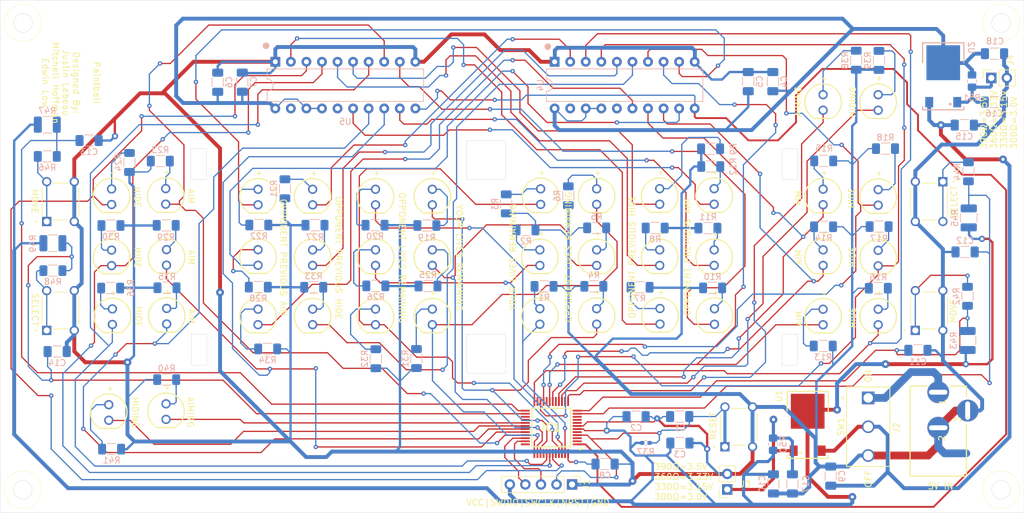
<source format=kicad_pcb>
(kicad_pcb (version 20240108) (generator "pcbnew") (generator_version "8.0")
  (layers (0 "F.Cu" signal) (31 "B.Cu" signal) (34 "B.Paste" user) (35 "F.Paste" user) (36 "B.SilkS" user "B.Silkscreen") (37 "F.SilkS" user "F.Silkscreen") (38 "B.Mask" user) (39 "F.Mask" user) (44 "Edge.Cuts" user))
  (net 0 "")
  (net 1 "Net-(D1-K)")
  (net 2 "P1_LIVES1")
  (net 3 "P1_LIVES2")
  (net 4 "Net-(D2-K)")
  (net 5 "Net-(D3-K)")
  (net 6 "P1_LIVES3")
  (net 7 "Net-(D4-K)")
  (net 8 "P2_LIVES1")
  (net 9 "Net-(D5-K)")
  (net 10 "P2_LIVES2")
  (net 11 "Net-(D6-K)")
  (net 12 "P2_LIVES3")
  (net 13 "Net-(D7-K)")
  (net 14 "P2_PREV_H1")
  (net 15 "Net-(D8-K)")
  (net 16 "P2_PREV_H2")
  (net 17 "P2_PREV_H3")
  (net 18 "Net-(D9-K)")
  (net 19 "Net-(D10-K)")
  (net 20 "P2_PREV_A1")
  (net 21 "Net-(D11-K)")
  (net 22 "P2_PREV_A2")
  (net 23 "P2_PREV_A3")
  (net 24 "Net-(D12-K)")
  (net 25 "Net-(D13-K)")
  (net 26 "P1_AIM1")
  (net 27 "P1_AIM2")
  (net 28 "P1_AIM3")
  (net 29 "Net-(D15-K)")
  (net 30 "Net-(D16-K)")
  (net 31 "P1_HIDE1")
  (net 32 "Net-(D17-K)")
  (net 33 "P1_HIDE2")
  (net 34 "Net-(D18-K)")
  (net 35 "P1_HIDE3")
  (net 36 "Net-(D19-K)")
  (net 37 "Net-(D20-K)")
  (net 38 "Net-(D21-K)")
  (net 39 "P1_PREV_H1")
  (net 40 "Net-(D22-K)")
  (net 41 "P1_PREV_A1")
  (net 42 "P2_AIM1")
  (net 43 "Net-(D23-K)")
  (net 44 "Net-(D24-K)")
  (net 45 "P2_HIDE1")
  (net 46 "Net-(D25-K)")
  (net 47 "Net-(D26-K)")
  (net 48 "Net-(D27-K)")
  (net 49 "P1_PREV_H2")
  (net 50 "P1_PREV_A2")
  (net 51 "Net-(D28-K)")
  (net 52 "Net-(D29-K)")
  (net 53 "P2_AIM2")
  (net 54 "Net-(D30-K)")
  (net 55 "P2_HIDE2")
  (net 56 "Net-(D31-K)")
  (net 57 "Net-(D32-K)")
  (net 58 "Net-(D33-K)")
  (net 59 "P1_PREV_H3")
  (net 60 "P1_PREV_A3")
  (net 61 "Net-(D34-K)")
  (net 62 "P2_AIM3")
  (net 63 "Net-(D35-K)")
  (net 64 "P2_HIDE3")
  (net 65 "Net-(D36-K)")
  (net 66 "GND")
  (net 67 "P2_SWAP")
  (net 68 "Vdrive")
  (net 69 "RST")
  (net 70 "P2_SEL")
  (net 71 "P1_SWAP")
  (net 72 "P1_SEL")
  (net 73 "VCC")
  (net 74 "P1_HIDE_IND")
  (net 75 "P1_AIM_IND")
  (net 76 "P2_HIDE_IND")
  (net 77 "P2_AIM_IND")
  (net 78 "Net-(IC1-VCORE)")
  (net 83 "LATCH_EN_SHOW")
  (net 92 "SWCLK")
  (net 98 "SWDIO")
  (net 101 "Net-(D37-K)")
  (net 102 "Net-(D38-K)")
  (net 103 "Net-(D39-K)")
  (net 104 "Net-(D40-K)")
  (net 105 "Net-(D14-K)")
  (net 106 "VREG_IN")
  (net 107 "Net-(R42-Pad1)")
  (net 108 "Net-(R44-Pad1)")
  (net 109 "Net-(R46-Pad1)")
  (net 110 "Net-(R48-Pad1)")
  (net 111 "VCC_LATCH")
  (net 112 "Net-(J3-Pin_1)")
  (net 113 "Net-(J4-Pin_1)")
  (footprint "Paintball LED:WL-TMRC_5MM" (layer "F.Cu") (at 132.08 93.6895 -90)
    (property "Reference" "D27" (hide yes))
    (property "Value" "LED")
  )
  (footprint "Paintball LED:WL-TMRC_5MM" (layer "F.Cu") (at 169.164 103.2875 -90)
    (property "Reference" "D1" (hide yes))
    (property "Value" "LED")
  )
  (footprint "TS02_66_70_BK_100_LCR_D:SW_TS02-66-70-BK-100-LCR-D" (layer "F.Cu") (at 90.927 84.54 90)
    (property "Reference" "S3" (hide yes))
    (property "Value" "TS02-66-70-BK-100-LCR-D")
  )
  (footprint "DC Jack:694106301002" (layer "F.Cu") (at 234.188 121.454 90)
    (property "Reference" "J2")
    (property "Value" "694106301002")
    (property "VALUE" "694106301002" (hide yes))
  )
  (footprint "Paintball LED:WL-TMRC_5MM" (layer "F.Cu") (at 188.722 93.6895 -90)
    (property "Reference" "D8" (hide yes))
    (property "Value" "OPPONENT PERVIOUS HIDE")
  )
  (footprint "Paintball LED:WL-TMRC_5MM" (layer "F.Cu") (at 132.08 83.8045 -90)
    (property "Reference" "D21" (hide yes))
    (property "Value" "LED")
  )
  (footprint "Paintball LED:WL-TMRC_5MM" (layer "F.Cu") (at 142.3416 93.6895 -90)
    (property "Reference" "D26" (hide yes))
    (property "Value" "LED")
  )
  (footprint "Paintball LED:WL-TMRC_5MM" (layer "F.Cu") (at 151.6126 103.3625 -90)
    (property "Reference" "D31" (hide yes))
    (property "Value" "LED")
  )
  (footprint "Paintball LED:WL-TMRC_5MM" (layer "F.Cu") (at 215.392 103.378 -90)
    (property "Reference" "D13" (hide yes))
    (property "Value" "AIM")
  )
  (footprint "Paintball LED:WL-TMRC_5MM" (layer "F.Cu") (at 224.3844 83.8565 -90)
    (property "Reference" "D18" (hide yes))
    (property "Value" "HIDE")
  )
  (footprint "Paintball LED:WL-TMRC_5MM" (layer "F.Cu") (at 197.612 93.6895 -90)
    (property "Reference" "D11" (hide yes))
    (property "Value" "OPPONENT PREVIOUS AIM")
  )
  (footprint "Connector_PinHeader_2.54mm:PinHeader_1x05_P2.54mm_Vertical" (layer "F.Cu") (at 174.4218 130.7084 -90)
    (property "Reference" "J1")
    (property "Value" "Conn_01x05")
  )
  (footprint "TS02_66_70_BK_100_LCR_D:SW_TS02-66-70-BK-100-LCR-D" (layer "F.Cu") (at 201.6252 121.3104 90)
    (property "Reference" "S5" (hide yes))
    (property "Value" "TS02-66-70-BK-100-LCR-D")
  )
  (footprint "Paintball LED:WL-TMRC_5MM" (layer "F.Cu") (at 215.392 83.7835 -90)
    (property "Reference" "D15" (hide yes))
    (property "Value" "AIM")
  )
  (footprint "Paintball LED:WL-TMRC_5MM" (layer "F.Cu") (at 188.7728 103.2621 -90)
    (property "Reference" "D7" (hide yes))
    (property "Value" "LED")
  )
  (footprint "Connector_PinSocket_2.54mm:PinSocket_1x02_P2.54mm_Vertical" (layer "F.Cu") (at 199.746 131.5266 180)
    (property "Reference" "J3")
    (property "Value" "Conn_01x02")
  )
  (footprint "TS02_66_70_BK_100_LCR_D:SW_TS02-66-70-BK-100-LCR-D" (layer "F.Cu") (at 232.695 102.32 90)
    (property "Reference" "S1" (hide yes))
    (property "Value" "MOVE")
  )
  (footprint "Paintball LED:WL-TMRC_5MM" (layer "F.Cu") (at 197.612 83.7041 -90)
    (property "Reference" "D12" (hide yes))
    (property "Value" "LED")
  )
  (footprint "Paintball LED:WL-TMRC_5MM" (layer "F.Cu") (at 215.392 93.6895 -90)
    (property "Reference" "D14" (hide yes))
    (property "Value" "AIM")
  )
  (footprint "Paintball LED:WL-TMRC_5MM" (layer "F.Cu") (at 224.3844 103.378 -90)
    (property "Reference" "D16" (hide yes))
    (property "Value" "HIDE")
  )
  (footprint "Paintball LED:WL-TMRC_5MM" (layer "F.Cu") (at 99.264 93.7258 -90)
    (property "Reference" "D30" (hide yes))
    (property "Value" "LED")
  )
  (footprint "Paintball LED:WL-TMRC_5MM" (layer "F.Cu") (at 123.1646 103.3625 -90)
    (property "Reference" "D34" (hide yes))
    (property "Value" "LED")
  )
  (footprint "LM1117T-ADJ_NOPB:NDP0003B" (layer "F.Cu") (at 212.8774 120.9002 90)
    (property "Reference" "U1")
    (property "Value" "LM1117IDTX-ADJ/NOPB")
  )
  (footprint "Paintball LED:WL-TMRC_5MM" (layer "F.Cu") (at 99.264 83.7468 -90)
    (property "Reference" "D24" (hide yes))
    (property "Value" "LED")
  )
  (footprint "TS02_66_70_BK_100_LCR_D:SW_TS02-66-70-BK-100-LCR-D" (layer "F.Cu") (at 232.695 84.54 -90)
    (property "Reference" "S2" (hide yes))
    (property "Value" "SELECT")
  )
  (footprint "Paintball LED:WL-TMRC_5MM" (layer "F.Cu") (at 151.6126 93.6895 -90)
    (property "Reference" "D25" (hide yes))
    (property "Value" "LED")
  )
  (footprint "Paintball LED:WL-TMRC_5MM" (layer "F.Cu") (at 169.291 83.7315 -90)
    (property "Reference" "D3" (hide yes))
    (property "Value" "LED")
  )
  (footprint "Paintball LED:WL-TMRC_5MM" (layer "F.Cu") (at 108.154 118.8204 -90)
    (property "Reference" "D39" (hide yes))
    (property "Value" "LED")
  )
  (footprint "Paintball LED:WL-TMRC_5MM" (layer "F.Cu") (at 99.391 103.3258 -90)
    (property "Reference" "D36" (hide yes))
    (property "Value" "LED")
  )
  (footprint "Paintball LED:WL-TMRC_5MM" (layer "F.Cu") (at 224.3844 93.7625 -90)
    (property "Reference" "D17" (hide yes))
    (property "Value" "HIDE")
  )
  (footprint "Paintball LED:WL-TMRC_5MM" (layer "F.Cu") (at 178.435 93.6895 -90)
    (property "Reference" "D5" (hide yes))
    (property "Value" "OPPONENT LIVES REMAINING")
  )
  (footprint "Paintball LED:WL-TMRC_5MM" (layer "F.Cu") (at 178.435 103.2875 -90)
    (property "Reference" "D4" (hide yes))
    (property "Value" "LED")
  )
  (footprint "Paintball LED:WL-TMRC_5MM" (layer "F.Cu") (at 142.3416 103.3625 -90)
    (property "Reference" "D32" (hide yes))
    (property "Value" "LED")
  )
  (footprint "SLW-1276864-4A-D-Footprints:SLW-1276864_CUD" (layer "F.Cu") (at 222.758 116.586)
    (property "Reference" "SW1")
    (property "Value" "SLW-1276864-4A-D")
  )
  (footprint "MSPM0G3507SPTR:QFP50P900X900X160-48N" (layer "F.Cu") (at 171.022 121.412 180)
    (property "Reference" "IC1")
    (property "Value" "MSPM0G3507SPTR" (hide yes))
  )
  (footprint "Paintball LED:WL-TMRC_5MM" (layer "F.Cu") (at 108.2548 103.251 -90)
    (property "Reference" "D35" (hide yes))
    (property "Value" "LED")
  )
  (footprint "Paintball LED:WL-TMRC_5MM" (layer "F.Cu") (at 188.722 83.7041 -90)
    (property "Reference" "D9" (hide yes))
    (property "Value" "LED")
  )
  (footprint "Paintball LED:WL-TMRC_5MM" (layer "F.Cu") (at 98.806 118.9625 -90)
    (property "Reference" "D40" (hide yes))
    (property "Value" "LED")
  )
  (footprint "Paintball LED:WL-TMRC_5MM" (layer "F.Cu") (at 169.164 93.6895 -90)
    (property "Reference" "D2" (hide yes))
    (property "Value" "YOUR LIVES REMAINING")
  )
  (footprint "Paintball LED:WL-TMRC_5MM" (layer "F.Cu") (at 108.1024 83.693 -90)
    (property "Reference" "D23" (hide yes))
    (property "Value" "LED")
  )
  (footprint "Connector_PinSocket_2.54mm:PinSocket_1x02_P2.54mm_Vertical" (layer "F.Cu") (at 242.8494 64.3636 90)
    (property "Reference" "J4")
    (property "Value" "Conn_01x02")
  )
  (footprint "Paintball LED:WL-TMRC_5MM" (layer "F.Cu") (at 123.1646 83.8045 -90)
    (property "Reference" "D22" (hide yes))
    (property "Value" "LED")
  )
  (footprint "Paintball LED:WL-TMRC_5MM" (layer "F.Cu") (at 142.3416 83.8045 -90)
    (property "Reference" "D20" (hide yes))
    (property "Value" "LED")
  )
  (footprint "Paintball LED:WL-TMRC_5MM" (layer "F.Cu") (at 215.392 68.3625 -90)
    (property "Reference" "D37" (hide yes))
    (property "Value" "LED")
  )
  (footprint "Paintball LED:WL-TMRC_5MM" (layer "F.Cu") (at 151.6126 83.8045 -90)
    (property "Reference" "D19" (hide yes))
    (property "Value" "LED")
  )
  (footprint "Paintball LED:WL-TMRC_5MM" (layer "F.Cu") (at 197.6628 103.2986 -90)
    (property "Reference" "D10" (hide yes))
    (property "Value" "LED")
  )
  (footprint "Paintball LED:WL-TMRC_5MM" (layer "F.Cu") (at 224.3836 68.3625 -90)
    (property "Reference" "D38" (hide yes))
    (property "Value" "LED")
  )
  (footprint "Paintball LED:WL-TMRC_5MM" (layer "F.Cu") (at 108.2294 93.651 -90)
    (property "Reference" "D29" (hide yes))
    (property "Value" "LED")
  )
  (footprint "Paintball LED:WL-TMRC_5MM" (layer "F.Cu") (at 132.08 103.3625 -90)
    (property "Reference" "D33" (hide yes))
    (property "Value" "LED")
  )
  (footprint "Paintball LED:WL-TMRC_5MM" (layer "F.Cu") (at 178.435 83.7295 -90)
    (property "Reference" "D6" (hide yes))
    (property "Value" "LED")
  )
  (footprint "Paintball LED:WL-TMRC_5MM" (layer "F.Cu") (at 123.1646 93.663 -90)
    (property "Reference" "D28" (hide yes))
    (property "Value" "LED")
  )
  (footprint "TS02_66_70_BK_100_LCR_D:SW_TS02-66-70-BK-100-LCR-D" (layer "F.Cu") (at 90.927 102.32 90)
    (property "Reference" "S4" (hide yes))
    (property "Value" "TS02-66-70-BK-100-LCR-D")
  )
  (footprint "Resistor_SMD:R_1206_3216Metric_Pad1.30x1.75mm_HandSolder" (layer "B.Cu") (at 215.4942 77.9018)
    (property "Reference" "R15")
    (property "Value" "330")
  )
  (footprint "Resistor_SMD:R_1206_3216Metric_Pad1.30x1.75mm_HandSolder" (layer "B.Cu") (at 123.291 88.3666)
    (property "Reference" "R22")
    (property "Value" "330")
  )
  (footprint "Capacitor_SMD:C_1206_3216Metric_Pad1.33x1.80mm_HandSolder" (layer "B.Cu") (at 243.3697 60.4012)
    (property "Reference" "C18")
    (property "Value" "100 uF")
  )
  (footprint "Resistor_SMD:R_1206_3216Metric_Pad1.30x1.75mm_HandSolder" (layer "B.Cu") (at 150.723 88.4428 180)
    (property "Reference" "R19")
    (property "Value" "330")
  )
  (footprint "Resistor_SMD:R_1206_3216Metric_Pad1.30x1.75mm_HandSolder" (layer "B.Cu") (at 142.3918 98.298)
    (property "Reference" "R26")
    (property "Value" "330")
  )
  (footprint "Resistor_SMD:R_1206_3216Metric_Pad1.30x1.75mm_HandSolder" (layer "B.Cu") (at 99.1616 88.4428)
    (property "Reference" "R30")
    (property "Value" "330")
  )
  (footprint "Resistor_SMD:R_1206_3216Metric_Pad1.30x1.75mm_HandSolder" (layer "B.Cu") (at 215.4168 108.1024)
    (property "Reference" "R13")
    (property "Value" "330")
  )
  (footprint "Resistor_SMD:R_1206_3216Metric_Pad1.30x1.75mm_HandSolder" (layer "B.Cu") (at 187.986 88.8492)
    (property "Reference" "R8")
    (property "Value" "330")
  )
  (footprint "Resistor_SMD:R_1206_3216Metric_Pad1.30x1.75mm_HandSolder" (layer "B.Cu") (at 239.1156 79.6792 -90)
    (property "Reference" "R44")
    (property "Value" "1k")
  )
  (footprint "Capacitor_SMD:C_1206_3216Metric_Pad1.33x1.80mm_HandSolder" (layer "B.Cu") (at 120.5992 65.0494 90)
    (property "Reference" "C7")
    (property "Value" "0.1 uF")
  )
  (footprint "Resistor_SMD:R_1206_3216Metric_Pad1.30x1.75mm_HandSolder" (layer "B.Cu") (at 238.9632 100.0004 -90)
    (property "Reference" "R42")
    (property "Value" "1k")
  )
  (footprint "Resistor_SMD:R_0805_2012Metric_Pad1.20x1.40mm_HandSolder" (layer "B.Cu") (at 207.2386 124.1392 90)
    (property "Reference" "R50")
    (property "Value" "220")
  )
  (footprint "Capacitor_SMD:C_1206_3216Metric_Pad1.33x1.80mm_HandSolder" (layer "B.Cu") (at 95.5933 74.5744)
    (property "Reference" "C13")
    (property "Value" "1 uF")
  )
  (footprint "Capacitor_SMD:C_1206_3216Metric_Pad1.33x1.80mm_HandSolder" (layer "B.Cu") (at 238.4429 72.0598)
    (property "Reference" "C15")
    (property "Value" "10 uF")
  )
  (footprint "Resistor_SMD:R_1206_3216Metric_Pad1.30x1.75mm_HandSolder" (layer "B.Cu") (at 166.904 89.1794)
    (property "Reference" "R2")
    (property "Value" "330")
  )
  (footprint "Capacitor_SMD:C_1206_3216Metric_Pad1.33x1.80mm_HandSolder" (layer "B.Cu") (at 90.3855 109.0168)
    (property "Reference" "C14")
    (property "Value" "1 uF")
  )
  (footprint "Resistor_SMD:R_1206_3216Metric_Pad1.30x1.75mm_HandSolder" (layer "B.Cu") (at 224.4084 98.679 180)
    (property "Reference" "R16")
    (property "Value" "330")
  )
  (footprint "Resistor_SMD:R_1206_3216Metric_Pad1.30x1.75mm_HandSolder" (layer "B.Cu") (at 99.1114 98.6536)
    (property "Reference" "R36")
    (property "Value" "330")
  )
  (footprint "Resistor_SMD:R_1206_3216Metric_Pad1.30x1.75mm_HandSolder" (layer "B.Cu") (at 197.0284 75.9206 180)
    (property "Reference" "R9")
    (property "Value" "330")
  )
  (footprint "Capacitor_SMD:C_1206_3216Metric_Pad1.33x1.80mm_HandSolder" (layer "B.Cu") (at 192.024 123.952)
    (property "Reference" "C3")
    (property "Value" "0.1 uF")
  )
  (footprint "Capacitor_SMD:C_1206_3216Metric_Pad1.33x1.80mm_HandSolder" (layer "B.Cu") (at 207.1878 64.9601 90)
    (property "Reference" "C4")
    (property "Value" "1 uF")
  )
  (footprint "Resistor_SMD:R_1206_3216Metric_Pad1.30x1.75mm_HandSolder" (layer "B.Cu") (at 123.2148 98.5012)
    (property "Reference" "R28")
    (property "Value" "330")
  )
  (footprint "Resistor_SMD:R_1206_3216Metric_Pad1.30x1.75mm_HandSolder" (layer "B.Cu") (at 224.5106 61.494 -90)
    (property "Reference" "R39")
    (property "Value" "330")
  )
  (footprint "Resistor_SMD:R_1206_3216Metric_Pad1.30x1.75mm_HandSolder" (layer "B.Cu") (at 107.214 77.9272 180)
    (property "Reference" "R23")
    (property "Value" "330")
  )
  (footprint "LM1117T-ADJ_NOPB:NDP0003B" (layer "B.Cu") (at 235.0008 64.014401 90)
    (property "Reference" "U2")
    (property "Value" "LM1117IDTX-ADJ/NOPB")
  )
  (footprint "Resistor_SMD:R_1206_3216Metric_Pad1.30x1.75mm_HandSolder" (layer "B.Cu") (at 108.178 88.4174 180)
    (property "Reference" "R29")
    (property "Value" "330")
  )
  (footprint "Capacitor_SMD:C_1206_3216Metric_Pad1.33x1.80mm_HandSolder" (layer "B.Cu") (at 243.3443 68.3006)
    (property "Reference" "C16")
    (property "Value" "1 uF")
  )
  (footprint "Resistor_SMD:R_1206_3216Metric_Pad1.30x1.75mm_HandSolder" (layer "B.Cu") (at 99.2638 124.9426)
    (property "Reference" "R41")
    (property "Value" "330")
  )
  (footprint "Capacitor_SMD:C_1206_3216Metric_Pad1.33x1.80mm_HandSolder" (layer "B.Cu") (at 191.9855 119.6272)
    (property "Reference" "C1")
    (property "Value" "10 nF")
  )
  (footprint "Resistor_SMD:R_0402_1005Metric_Pad0.72x0.64mm_HandSolder" (layer "B.Cu") (at 186.4735 123.9266)
    (property "Reference" "R37")
    (property "Value" "47k")
  )
  (footprint "Resistor_SMD:R_1206_3216Metric_Pad1.30x1.75mm_HandSolder" (layer "B.Cu") (at 215.4688 88.646)
    (property "Reference" "R14")
    (property "Value" "330")
  )
  (footprint "Resistor_SMD:R_1206_3216Metric_Pad1.30x1.75mm_HandSolder" (layer "B.Cu") (at 132.4616 88.392 180)
    (property "Reference" "R27")
    (property "Value" "330")
  )
  (footprint "Resistor_SMD:R_1206_3216Metric_Pad1.30x1.75mm_HandSolder" (layer "B.Cu") (at 178.435 88.8238 180)
    (property "Reference" "R5")
    (property "Value" "330")
  )
  (footprint "Package_DIP:DIP-20_W7.62mm" (layer "B.Cu") (at 125.984 61.722 -90)
    (property "Reference" "U5")
    (property "Value" "74HC373")
  )
  (footprint "Resistor_SMD:R_1206_3216Metric_Pad1.30x1.75mm_HandSolder" (layer "B.Cu") (at 177.9772 98.3742 180)
    (property "Reference" "R4")
    (property "Value" "330")
  )
  (footprint "Capacitor_SMD:C_1206_3216Metric_Pad1.33x1.80mm_HandSolder" (layer "B.Cu") (at 207.2894 130.6191 -90)
    (property "Reference" "C10")
    (property "Value" "100 uF")
  )
  (footprint "Package_DIP:DIP-20_W7.62mm" (layer "B.Cu") (at 171.577 61.722 -90)
    (property "Reference" "U4")
    (property "Value" "74HC373")
  )
  (footprint "Resistor_SMD:R_1206_3216Metric_Pad1.30x1.75mm_HandSolder" (layer "B.Cu") (at 149.0218 110.1592 -90)
    (property "Reference" "R31")
    (property "Value" "330")
  )
  (footprint "Resistor_SMD:R_1206_3216Metric_Pad1.30x1.75mm_HandSolder" (layer "B.Cu") (at 225.578 75.8952 180)
    (property "Reference" "R18")
    (property "Value" "330")
  )
  (footprint "Capacitor_SMD:C_1206_3216Metric_Pad1.33x1.80mm_HandSolder" (layer "B.Cu") (at 179.8105 127.381)
    (property "Reference" "C8")
    (property "Value" "0.47 uF")
  )
  (footprint "Resistor_SMD:R_1206_3216Metric_Pad1.30x1.75mm_HandSolder" (layer "B.Cu") (at 169.8504 98.3742)
    (property "Reference" "R1")
    (property "Value" "330")
  )
  (footprint "Resistor_SMD:R_1206_3216Metric_Pad1.30x1.75mm_HandSolder" (layer "B.Cu") (at 108.2554 113.5888 180)
    (property "Reference" "R40")
    (property "Value" "330")
  )
  (footprint "Resistor_SMD:R_1206_3216Metric_Pad1.30x1.75mm_HandSolder" (layer "B.Cu") (at 185.5222 98.5266)
    (property "Reference" "R7")
    (property "Value" "330")
  )
  (footprint "Resistor_SMD:R_1206_3216Metric_Pad1.30x1.75mm_HandSolder" (layer "B.Cu") (at 220.8022 61.4686 -90)
    (property "Reference" "R38")
    (property "Value" "330")
  )
  (footprint "Resistor_SMD:R_1206_3216Metric_Pad1.30x1.75mm_HandSolder" (layer "B.Cu") (at 150.902 98.3234 180)
    (property "Reference" "R25")
    (property "Value" "330")
  )
  (footprint "Resistor_SMD:R_1206_3216Metric_Pad1.30x1.75mm_HandSolder" (layer "B.Cu") (at 142.3924 110.1846 -90)
    (property "Reference" "R32")
    (property "Value" "330")
  )
  (footprint "Capacitor_SMD:C_1206_3216Metric_Pad1.33x1.80mm_HandSolder" (layer "B.Cu") (at 238.5691 92.7608 180)
    (property "Reference" "C12")
    (property "Value" "1 uF")
  )
  (footprint "Resistor_SMD:R_1206_3216Metric_Pad1.30x1.75mm_HandSolder" (layer "B.Cu") (at 89.688 95.8088)
    (property "Reference" "R48")
    (property "Value" "1k")
  )
  (footprint "Resistor_SMD:R_1206_3216Metric_Pad1.30x1.75mm_HandSolder" (layer "B.Cu") (at 127.5588 82.449 -90)
    (property "Reference" "R21")
    (property "Value" "330")
  )
  (footprint "Capacitor_SMD:C_1206_3216Metric_Pad1.33x1.80mm_HandSolder" (layer "B.Cu") (at 230.8737 108.8136)
    (property "Reference" "C11")
    (property "Value" "1 uF")
  )
  (footprint "Resistor_SMD:R_1210_3225Metric_Pad1.30x2.65mm_HandSolder" (layer "B.Cu") (at 89.6868 91.3384 180)
    (property "Reference" "R49")
    (property "Value" "10k")
  )
  (footprint "Resistor_SMD:R_1206_3216Metric_Pad1.30x1.75mm_HandSolder" (layer "B.Cu") (at 163.6776 84.9116 -90)
    (property "Reference" "R3")
    (property "Value" "330")
  )
  (footprint "Resistor_SMD:R_1206_3216Metric_Pad1.30x1.75mm_HandSolder" (layer "B.Cu") (at 196.5954 88.8746 180)
    (property "Reference" "R11")
    (property "Value" "330")
  )
  (footprint "Resistor_SMD:R_1206_3216Metric_Pad1.30x1.75mm_HandSolder" (layer "B.Cu") (at 142.266 88.392)
    (property "Reference" "R20")
    (property "Value" "330")
  )
  (footprint "Resistor_SMD:R_1206_3216Metric_Pad1.30x1.75mm_HandSolder" (layer "B.Cu") (at 102.1842 78.1552 -90)
    (property "Reference" "R24")
    (property "Value" "330")
  )
  (footprint "Resistor_SMD:R_1206_3216Metric_Pad1.30x1.75mm_HandSolder" (layer "B.Cu") (at 88.7724 77.1652)
    (property "Reference" "R46")
    (property "Value" "1k")
  )
  (footprint "Resistor_SMD:R_1206_3216Metric_Pad1.30x1.75mm_HandSolder" (layer "B.Cu") (at 224.5354 88.6206 180)
    (property "Reference" "R17")
    (property "Value" "330")
  )
  (footprint "Resistor_SMD:R_1206_3216Metric_Pad1.30x1.75mm_HandSolder" (layer "B.Cu") (at 197.0538 78.8162 180)
    (property "Reference" "R12")
    (property "Value" "330")
  )
  (footprint "Resistor_SMD:R_1206_3216Metric_Pad1.30x1.75mm_HandSolder" (layer "B.Cu") (at 197.3586 98.6282 180)
    (property "Reference" "R10")
    (property "Value" "330")
  )
  (footprint "Resistor_SMD:R_1206_3216Metric_Pad1.30x1.75mm_HandSolder" (layer "B.Cu") (at 132.2572 98.5266 180)
    (property "Reference" "R33")
    (property "Value" "330")
  )
  (footprint "Capacitor_SMD:C_1206_3216Metric_Pad1.33x1.80mm_HandSolder" (layer "B.Cu") (at 184.8735 119.634)
    (property "Reference" "C2")
    (property "Value" "10 uF")
  )
  (footprint "Capacitor_SMD:C_1206_3216Metric_Pad1.33x1.80mm_HandSolder" (layer "B.Cu") (at 210.3882 130.6191 -90)
    (property "Reference" "C17")
    (property "Value" "1 uF")
  )
  (footprint "Resistor_SMD:R_1210_3225Metric_Pad1.30x2.65mm_HandSolder" (layer "B.Cu") (at 239.1664 87.1976 -90)
    (property "Reference" "R45")
    (property "Value" "10k")
  )
  (footprint "Resistor_SMD:R_1206_3216Metric_Pad1.30x1.75mm_HandSolder" (layer "B.Cu") (at 108.305 98.6028 180)
    (property "Reference" "R35")
    (property "Value" "330")
  )
  (footprint "Capacitor_SMD:C_1206_3216Metric_Pad1.33x1.80mm_HandSolder" (layer "B.Cu") (at 203.1746 64.9601 90)
    (property "Reference" "C5")
    (property "Value" "0.1 uF")
  )
  (footprint "Resistor_SMD:R_1210_3225Metric_Pad1.30x2.65mm_HandSolder" (layer "B.Cu") (at 238.9632 107.214 -90)
    (property "Reference" "R43")
    (property "Value" "10k")
  )
  (footprint "Resistor_SMD:R_1206_3216Metric_Pad1.30x1.75mm_HandSolder" (layer "B.Cu") (at 173.8122 83.592 -90)
    (property "Reference" "R6")
    (property "Value" "330")
  )
  (footprint "Resistor_SMD:R_1206_3216Metric_Pad1.30x1.75mm_HandSolder" (layer "B.Cu") (at 124.7388 108.585)
    (property "Reference" "R34")
    (property "Value" "330")
  )
  (footprint "Capacitor_SMD:C_1206_3216Metric_Pad1.33x1.80mm_HandSolder" (layer "B.Cu") (at 216.6366 129.3491 90)
    (property "Reference" "C9")
    (property "Value" "10 uF")
  )
  (footprint "Resistor_SMD:R_1210_3225Metric_Pad1.30x2.65mm_HandSolder" (layer "B.Cu") (at 88.7724 71.9836 180)
    (property "Reference" "R47")
    (property "Value" "10k")
  )
  (footprint "Resistor_SMD:R_0805_2012Metric_Pad1.20x1.40mm_HandSolder" (layer "B.Cu") (at 239.6998 64.8622 -90)
    (property "Reference" "R51")
    (property "Value" "220")
  )
  (footprint "Capacitor_SMD:C_1206_3216Metric_Pad1.33x1.80mm_HandSolder" (layer "B.Cu") (at 116.586 65.0625 90)
    (property "Reference" "C6")
    (property "Value" "1 uF")
  )
  (gr_circle (center 84.8106 55.3974) (end 87.8586 55.3974) (stroke (width 0.05)) (fill none) (layer "F.SilkS"))
  (gr_circle (center 244.4496 55.3974) (end 247.4976 55.3974) (stroke (width 0.05)) (fill none) (layer "F.SilkS"))
  (gr_circle (center 84.7598 131.572) (end 87.8078 131.572) (stroke (width 0.05)) (fill none) (layer "F.SilkS"))
  (gr_circle (center 244.4496 131.572) (end 247.4976 131.572) (stroke (width 0.05)) (fill none) (layer "F.SilkS"))
  (gr_circle (center 244.4496 55.3974) (end 245.9736 55.3974) (stroke (width 0.05)) (fill none) (layer "Edge.Cuts"))
  (gr_rect (start 157.226 74.6252) (end 163.576 80.9752) (stroke (width 0.05)) (fill none) (layer "Edge.Cuts"))
  (gr_rect (start 112.268 106.172) (end 114.808 111.252) (stroke (width 0.05)) (fill none) (layer "Edge.Cuts"))
  (gr_rect (start 157.226 106.1974) (end 163.576 112.5474) (stroke (width 0.05)) (fill none) (layer "Edge.Cuts"))
  (gr_circle (center 84.7598 131.572) (end 86.2838 131.572) (stroke (width 0.05)) (fill none) (layer "Edge.Cuts"))
  (gr_circle (center 84.8106 55.3974) (end 86.3346 55.3974) (stroke (width 0.05)) (fill none) (layer "Edge.Cuts"))
  (gr_rect (start 208.6864 75.8952) (end 211.2264 80.9752) (stroke (width 0.05)) (fill none) (layer "Edge.Cuts"))
  (gr_circle (center 244.4496 131.572) (end 245.9736 131.572) (stroke (width 0.05)) (fill none) (layer "Edge.Cuts"))
  (gr_rect (start 81.0768 51.6636) (end 248.1834 135.3058) (stroke (width 0.05)) (fill none) (layer "Edge.Cuts"))
  (gr_rect (start 112.2172 75.8952) (end 114.7572 80.9752) (stroke (width 0.05)) (fill none) (layer "Edge.Cuts"))
  (gr_rect (start 208.6864 106.172) (end 211.2264 111.252) (stroke (width 0.05)) (fill none) (layer "Edge.Cuts"))
  (gr_text "●" (at 171.2468 59.7662 0) (layer "B.SilkS") (effects (font (size 1.016 1.016) (thickness 0.254) (bold yes)) (justify left bottom mirror)))
  (gr_text "●" (at 125.2728 59.6392 0) (layer "B.SilkS") (effects (font (size 1.016 1.016) (thickness 0.254) (bold yes)) (justify left bottom mirror)))
  (gr_text "390Ω=3.5V\n360Ω=3.33V\n330Ω=3.15V\n300Ω=3.0V" (at 247.1166 76.073 90) (layer "F.SilkS") (effects (font (size 1.016 1.016) (thickness 0.1524)) (justify left bottom)))
  (gr_text "HIDE" (at 220.2688 103.4796 90) (layer "F.SilkS") (effects (font (size 1 1) (thickness 0.1524))))
  (gr_text "MOVE" (at 86.7156 84.4804 270) (layer "F.SilkS") (effects (font (size 1.016 1.016) (thickness 0.1524))))
  (gr_text "OPPONENT PREVIOUS HIDE" (at 184.2262 93.599 90) (layer "F.SilkS") (effects (font (size 1 1) (thickness 0.1524))))
  (gr_text "HIDING" (at 220.2434 68.3006 90) (layer "F.SilkS") (effects (font (size 1 1))))
  (gr_text "HIDE" (at 103.4542 83.7946 270) (layer "F.SilkS") (effects (font (size 1 1) (thickness 0.1524))))
  (gr_text "VCC|SWDIO|SWCLK|NRST|GND" (at 157.0736 134.2644 0) (layer "F.SilkS") (effects (font (size 1.016 1.016) (thickness 0.1524)) (justify left bottom)))
  (gr_text "HIDE" (at 220.218 93.599 90) (layer "F.SilkS") (effects (font (size 1 1) (thickness 0.1524))))
  (gr_text "ON" (at 223.393 114.173 90) (layer "F.SilkS") (effects (font (size 1.016 1.016) (thickness 0.1524)) (justify left bottom)))
  (gr_text "AIM" (at 112.2172 83.6676 270) (layer "F.SilkS") (effects (font (size 1 1) (thickness 0.1524))))
  (gr_text "AIM" (at 211.4296 93.6244 90) (layer "F.SilkS") (effects (font (size 1 1) (thickness 0.1524))))
  (gr_text "AIM" (at 211.5058 103.6066 90) (layer "F.SilkS") (effects (font (size 1 1) (thickness 0.1524))))
  (gr_text "YOUR LIVES REMAINING" (at 156.0322 93.7017 270) (layer "F.SilkS") (effects (font (size 1 1) (thickness 0.1524))))
  (gr_text "OPPONENT PREVIOUS HIDE" (at 136.3218 93.7017 270) (layer "F.SilkS") (effects (font (size 1 1) (thickness 0.1524))))
  (gr_text "SELECT" (at 236.7788 84.6328 90) (layer "F.SilkS") (effects (font (size 1 1))))
  (gr_text "AIM" (at 211.3788 83.9724 90) (layer "F.SilkS") (effects (font (size 1 1) (thickness 0.1524))))
  (gr_text "OPPONENT PREVIOUS AIM" (at 193.2432 93.6255 90) (layer "F.SilkS") (effects (font (size 1 1) (thickness 0.1524))))
  (gr_text "AIM" (at 112.2934 93.6498 270) (layer "F.SilkS") (effects (font (size 1 1) (thickness 0.1524))))
  (gr_text "AIMING" (at 211.3534 68.199 90) (layer "F.SilkS") (effects (font (size 1 1))))
  (gr_text "SELECT" (at 86.7664 102.1588 270) (layer "F.SilkS") (effects (font (size 1.016 1.016) (thickness 0.1524))))
  (gr_text "RESET" (at 197.4596 121.158 90) (layer "F.SilkS") (effects (font (size 1 1))))
  (gr_text "390Ω=3.5V\n360Ω=3.33V\n330Ω=3.15V\n300Ω=3.0V" (at 187.7822 133.3246 0) (layer "F.SilkS") (effects (font (size 1.016 1.016) (thickness 0.1524)) (justify left bottom)))
  (gr_text "OPPONENT LIVES REMAINING" (at 173.863 93.599 90) (layer "F.SilkS") (effects (font (size 1 1) (thickness 0.1524))))
  (gr_text "HIDE" (at 103.6574 103.3272 270) (layer "F.SilkS") (effects (font (size 1 1) (thickness 0.1524))))
  (gr_text "AIM" (at 112.3442 103.3018 270) (layer "F.SilkS") (effects (font (size 1 1) (thickness 0.1524))))
  (gr_text "OPPONENT PREVIOUS AIM" (at 127.3048 93.6752 270) (layer "F.SilkS") (effects (font (size 1 1) (thickness 0.1524))))
  (gr_text "Paintball\n\nDesigned By:\nJustin Lebeau\nMitchell Hoffman\nEdwin Low" (at 87.8586 65.151 270) (layer "F.SilkS") (effects (font (size 1.0414 1.0414) (thickness 0.1524)) (justify bottom)))
  (gr_text "YOUR LIVES REMAINING" (at 164.7952 93.599 90) (layer "F.SilkS") (effects (font (size 1 1) (thickness 0.1524))))
  (gr_text "HIDE" (at 220.0656 83.947 90) (layer "F.SilkS") (effects (font (size 1 1) (thickness 0.1524))))
  (gr_text "AIMING" (at 112.141 118.9228 270) (layer "F.SilkS") (effects (font (size 1 1) (thickness 0.1524))))
  (gr_text "OFF" (at 223.393 131.318 90) (layer "F.SilkS") (effects (font (size 1.016 1.016) (thickness 0.1524)) (justify left bottom)))
  (gr_text "OPPONENT LIVES REMAINING" (at 146.685 93.7017 270) (layer "F.SilkS") (effects (font (size 1 1) (thickness 0.1524))))
  (gr_text "HIDE" (at 103.505 93.6752 270) (layer "F.SilkS") (effects (font (size 1 1) (thickness 0.1524))))
  (gr_text "MOVE" (at 236.6772 102.4128 90) (layer "F.SilkS") (effects (font (size 1 1))))
  (gr_text "HIDING" (at 103.124 118.9482 270) (layer "F.SilkS") (effects (font (size 1 1) (thickness 0.1524))))
  (gr_text "5V IN" (at 232.3846 131.5974 0) (layer "F.SilkS") (effects (font (size 1.016 1.016) (thickness 0.1524)) (justify left bottom)))
  (segment (start 169.164 102.0175) (end 168.3004 101.1539) (width 0.2032) (layer "B.Cu") (net 1))
  (segment (start 168.3004 101.1539) (end 168.3004 98.3742) (width 0.2032) (layer "B.Cu") (net 1))
  (segment (start 157.6832 88.8492) (end 143.5608 88.8492) (width 0.2032) (layer "F.Cu") (net 2))
  (segment (start 142.3416 87.63) (end 142.3416 85.0745) (width 0.2032) (layer "F.Cu") (net 2))
  (segment (start 143.5608 88.8492) (end 142.3416 87.63) (width 0.2032) (layer "F.Cu") (net 2))
  (segment (start 173.272 121.539) (end 173.272 125.65) (width 0.2032) (layer "F.Cu") (net 2))
  (via (at 157.6832 88.8492) (size 0.7112) (drill 0.3048) (layers "F.Cu" "B.Cu") (net 2))
  (via (at 173.272 121.539) (size 0.7112) (drill 0.3048) (layers "F.Cu" "B.Cu") (net 2))
  (segment (start 166.37 95.4532) (end 166.37 107.6706) (width 0.2032) (layer "B.Cu") (net 2))
  (segment (start 159.766 88.8492) (end 166.37 95.4532) (width 0.2032) (layer "B.Cu") (net 2))
  (segment (start 173.272 120.694) (end 173.272 121.539) (width 0.2032) (layer "B.Cu") (net 2))
  (segment (start 166.37 107.6706) (end 166.37 113.792) (width 0.2032) (layer "B.Cu") (net 2))
  (segment (start 166.37 113.792) (end 173.272 120.694) (width 0.2032) (layer "B.Cu") (net 2))
  (segment (start 157.6832 88.8492) (end 159.766 88.8492) (width 0.2032) (layer "B.Cu") (net 2))
  (segment (start 169.164 104.5575) (end 166.37 107.3515) (width 0.2032) (layer "B.Cu") (net 2))
  (segment (start 166.37 107.3515) (end 166.37 107.6706) (width 0.2032) (layer "B.Cu") (net 2))
  (segment (start 142.3416 97.028) (end 142.3416 94.9595) (width 0.2032) (layer "F.Cu") (net 3))
  (segment (start 167.1939 94.9595) (end 169.164 94.9595) (width 0.2032) (layer "F.Cu") (net 3))
  (segment (start 172.772 124.1056) (end 172.772 125.65) (width 0.2032) (layer "F.Cu") (net 3))
  (segment (start 172.085 123.4186) (end 172.772 124.1056) (width 0.2032) (layer "F.Cu") (net 3))
  (segment (start 164.3634 97.79) (end 167.1939 94.9595) (width 0.2032) (layer "F.Cu") (net 3))
  (segment (start 143.1036 97.79) (end 142.3416 97.028) (width 0.2032) (layer "F.Cu") (net 3))
  (segment (start 172.085 122.936) (end 172.085 123.4186) (width 0.2032) (layer "F.Cu") (net 3))
  (segment (start 163.576 97.79) (end 164.3634 97.79) (width 0.2032) (layer "F.Cu") (net 3))
  (segment (start 163.576 97.79) (end 143.1036 97.79) (width 0.2032) (layer "F.Cu") (net 3))
  (via (at 163.576 97.79) (size 0.7112) (drill 0.3048) (layers "F.Cu" "B.Cu") (net 3))
  (via (at 172.085 122.936) (size 0.7112) (drill 0.3048) (layers "F.Cu" "B.Cu") (net 3))
  (segment (start 163.576 97.79) (end 164.2364 97.79) (width 0.2032) (layer "B.Cu") (net 3))
  (segment (start 164.9476 98.5012) (end 164.9476 113.5126) (width 0.2032) (layer "B.Cu") (net 3))
  (segment (start 164.9476 113.5126) (end 172.085 120.65) (width 0.2032) (layer "B.Cu") (net 3))
  (segment (start 164.2364 97.79) (end 164.9476 98.5012) (width 0.2032) (layer "B.Cu") (net 3))
  (segment (start 172.085 120.65) (end 172.085 122.936) (width 0.2032) (layer "B.Cu") (net 3))
  (segment (start 166.6637 92.4195) (end 169.164 92.4195) (width 0.2032) (layer "B.Cu") (net 4))
  (segment (start 165.354 91.1098) (end 166.6637 92.4195) (width 0.2032) (layer "B.Cu") (net 4))
  (segment (start 165.354 89.1794) (end 165.354 91.1098) (width 0.2032) (layer "B.Cu") (net 4))
  (segment (start 167.0681 82.4615) (end 169.291 82.4615) (width 0.2032) (layer "B.Cu") (net 5))
  (segment (start 166.168 83.3616) (end 167.0681 82.4615) (width 0.2032) (layer "B.Cu") (net 5))
  (segment (start 163.6776 83.3616) (end 166.168 83.3616) (width 0.2032) (layer "B.Cu") (net 5))
  (segment (start 171.196 123.571) (end 172.272 124.647) (width 0.2032) (layer "F.Cu") (net 6))
  (segment (start 140.8684 79.1972) (end 139.7 80.3656) (width 0.2032) (layer "F.Cu") (net 6))
  (segment (start 154.9146 113.3094) (end 155.7528 114.1476) (width 0.2032) (layer "F.Cu") (net 6))
  (segment (start 158.6992 84.9884) (end 152.908 79.1972) (width 0.2032) (layer "F.Cu") (net 6))
  (segment (start 154.9146 110.6932) (end 154.9146 113.3094) (width 0.2032) (layer "F.Cu") (net 6))
  (segment (start 139.7 103.9368) (end 140.3957 104.6325) (width 0.2032) (layer "F.Cu") (net 6))
  (segment (start 154.1526 109.9312) (end 154.9146 110.6932) (width 0.2032) (layer "F.Cu") (net 6))
  (segment (start 171.196 121.793) (end 171.196 123.571) (width 0.2032) (layer "F.Cu") (net 6))
  (segment (start 169.2779 84.9884) (end 158.6992 84.9884) (width 0.2032) (layer "F.Cu") (net 6))
  (segment (start 155.7528 114.1476) (end 158.3944 114.1476) (width 0.2032) (layer "F.Cu") (net 6))
  (segment (start 142.3416 104.6325) (end 143.7485 104.6325) (width 0.2032) (layer "F.Cu") (net 6))
  (segment (start 143.7485 104.6325) (end 149.0472 109.9312) (width 0.2032) (layer "F.Cu") (net 6))
  (segment (start 172.272 124.647) (end 172.272 125.65) (width 0.2032) (layer "F.Cu") (net 6))
  (segment (start 152.908 79.1972) (end 140.8684 79.1972) (width 0.2032) (layer "F.Cu") (net 6))
  (segment (start 149.0472 109.9312) (end 154.1526 109.9312) (width 0.2032) (layer "F.Cu") (net 6))
  (segment (start 169.291 85.0015) (end 169.2779 84.9884) (width 0.2032) (layer "F.Cu") (net 6))
  (segment (start 139.7 80.3656) (end 139.7 103.9368) (width 0.2032) (layer "F.Cu") (net 6))
  (segment (start 140.3957 104.6325) (end 142.3416 104.6325) (width 0.2032) (layer "F.Cu") (net 6))
  (via (at 158.3944 114.1476) (size 0.7112) (drill 0.3048) (layers "F.Cu" "B.Cu") (net 6))
  (via (at 171.196 121.793) (size 0.7112) (drill 0.3048) (layers "F.Cu" "B.Cu") (net 6))
  (segment (start 158.4198 114.173) (end 164.211 114.173) (width 0.2032) (layer "B.Cu") (net 6))
  (segment (start 171.196 121.158) (end 171.196 121.793) (width 0.2032) (layer "B.Cu") (net 6))
  (segment (start 164.211 114.173) (end 171.196 121.158) (width 0.2032) (layer "B.Cu") (net 6))
  (segment (start 158.3944 114.1476) (end 158.4198 114.173) (width 0.2032) (layer "B.Cu") (net 6))
  (segment (start 178.435 102.0175) (end 179.5272 100.9253) (width 0.2032) (layer "B.Cu") (net 7))
  (segment (start 179.5272 100.9253) (end 179.5272 98.3742) (width 0.2032) (layer "B.Cu") (net 7))
  (segment (start 156.464 87.376) (end 151.9682 87.376) (width 0.2032) (layer "F.Cu") (net 8))
  (segment (start 171.0182 106.7308) (end 167.2844 110.4646) (width 0.2032) (layer "F.Cu") (net 8))
  (segment (start 169.272 124.6625) (end 169.272 125.65) (width 0.2032) (layer "F.Cu") (net 8))
  (segment (start 167.2844 113.9952) (end 165.9636 115.316) (width 0.2032) (layer "F.Cu") (net 8))
  (segment (start 177.9016 106.7308) (end 171.0182 106.7308) (width 0.2032) (layer "F.Cu") (net 8))
  (segment (start 167.2844 110.4646) (end 167.2844 113.9952) (width 0.2032) (layer "F.Cu") (net 8))
  (segment (start 178.435 104.5575) (end 178.435 106.1974) (width 0.2032) (layer "F.Cu") (net 8))
  (segment (start 156.4894 87.4014) (end 156.464 87.376) (width 0.2032) (layer "F.Cu") (net 8))
  (segment (start 169.545 120.269) (end 170.307 121.031) (width 0.2032) (layer "F.Cu") (net 8))
  (segment (start 165.9636 115.316) (end 161.417 115.316) (width 0.2032) (layer "F.Cu") (net 8))
  (segment (start 151.9682 87.376) (end 151.6126 87.0204) (width 0.2032) (layer "F.Cu") (net 8))
  (segment (start 151.6126 87.0204) (end 151.6126 85.0745) (width 0.2032) (layer "F.Cu") (net 8))
  (segment (start 170.307 123.6275) (end 169.272 124.6625) (width 0.2032) (layer "F.Cu") (net 8))
  (segment (start 168.783 120.269) (end 169.545 120.269) (width 0.2032) (layer "F.Cu") (net 8))
  (segment (start 178.435 106.1974) (end 177.9016 106.7308) (width 0.2032) (layer "F.Cu") (net 8))
  (segment (start 170.307 121.031) (end 170.307 123.6275) (width 0.2032) (layer "F.Cu") (net 8))
  (via (at 161.417 115.316) (size 0.7112) (drill 0.3048) (layers "F.Cu" "B.Cu") (net 8))
  (via (at 168.783 120.269) (size 0.7112) (drill 0.3048) (layers "F.Cu" "B.Cu") (net 8))
  (via (at 156.4894 87.4014) (size 0.7112) (drill 0.3048) (layers "F.Cu" "B.Cu") (net 8))
  (segment (start 156.845 115.316) (end 161.417 115.316) (width 0.2032) (layer "B.Cu") (net 8))
  (segment (start 161.417 115.316) (end 166.37 120.269) (width 0.2032) (layer "B.Cu") (net 8))
  (segment (start 156.4894 87.4014) (end 156.4894 114.9604) (width 0.2032) (layer "B.Cu") (net 8))
  (segment (start 156.4894 114.9604) (end 156.845 115.316) (width 0.2032) (layer "B.Cu") (net 8))
  (segment (start 166.37 120.269) (end 168.783 120.269) (width 0.2032) (layer "B.Cu") (net 8))
  (segment (start 179.985 92.0236) (end 179.985 88.8238) (width 0.2032) (layer "B.Cu") (net 9))
  (segment (start 178.2826 91.9226) (end 178.562 92.202) (width 0.2032) (layer "B.Cu") (net 9))
  (segment (start 178.435 92.4195) (end 179.5891 92.4195) (width 0.2032) (layer "B.Cu") (net 9))
  (segment (start 179.5891 92.4195) (end 179.985 92.0236) (width 0.2032) (layer "B.Cu") (net 9))
  (segment (start 173.863 93.599) (end 175.2235 94.9595) (width 0.2032) (layer "F.Cu") (net 10))
  (segment (start 169.545 122.174) (end 169.545 123.571) (width 0.2032) (layer "F.Cu") (net 10))
  (segment (start 175.2235 94.9595) (end 178.435 94.9595) (width 0.2032) (layer "F.Cu") (net 10))
  (segment (start 153.6049 96.9518) (end 151.6126 94.9595) (width 0.2032) (layer "F.Cu") (net 10))
  (segment (start 172.466 88.3412) (end 173.863 89.7382) (width 0.2032) (layer "F.Cu") (net 10))
  (segment (start 155.3464 93.4466) (end 160.4518 88.3412) (width 0.2032) (layer "F.Cu") (net 10))
  (segment (start 169.545 123.571) (end 168.772 124.344) (width 0.2032) (layer "F.Cu") (net 10))
  (segment (start 155.3464 96.5454) (end 155.3464 93.4466) (width 0.2032) (layer "F.Cu") (net 10))
  (segment (start 173.863 89.7382) (end 173.863 93.599) (width 0.2032) (layer "F.Cu") (net 10))
  (segment (start 160.4518 88.3412) (end 172.466 88.3412) (width 0.2032) (layer "F.Cu") (net 10))
  (segment (start 154.94 96.9518) (end 155.3464 96.5454) (width 0.2032) (layer "F.Cu") (net 10))
  (segment (start 154.94 96.9518) (end 153.6049 96.9518) (width 0.2032) (layer "F.Cu") (net 10))
  (segment (start 168.772 124.344) (end 168.772 125.65) (width 0.2032) (layer "F.Cu") (net 10))
  (segment (start 168.783 121.412) (end 169.545 122.174) (width 0.2032) (layer "F.Cu") (net 10))
  (via (at 154.94 96.9518) (size 0.7112) (drill 0.3048) (layers "F.Cu" "B.Cu") (net 10))
  (via (at 168.783 121.412) (size 0.7112) (drill 0.3048) (layers "F.Cu" "B.Cu") (net 10))
  (segment (start 160.528 116.84) (end 165.1 121.412) (width 0.2032) (layer "B.Cu") (net 10))
  (segment (start 155.3464 115.5954) (end 156.591 116.84) (width 0.2032) (layer "B.Cu") (net 10))
  (segment (start 154.94 96.9518) (end 155.3464 97.3582) (width 0.2032) (layer "B.Cu") (net 10))
  (segment (start 155.3464 97.3582) (end 155.3464 115.5954) (width 0.2032) (layer "B.Cu") (net 10))
  (segment (start 156.591 116.84) (end 160.528 116.84) (width 0.2032) (layer "B.Cu") (net 10))
  (segment (start 165.1 121.412) (end 168.783 121.412) (width 0.2032) (layer "B.Cu") (net 10))
  (segment (start 174.4472 80.2386) (end 177.7746 80.2386) (width 0.2032) (layer "B.Cu") (net 11))
  (segment (start 177.7746 80.2386) (end 178.435 80.899) (width 0.2032) (layer "B.Cu") (net 11))
  (segment (start 178.435 80.899) (end 178.435 82.4595) (width 0.2032) (layer "B.Cu") (net 11))
  (segment (start 178.2572 81.9392) (end 178.562 82.244) (width 0.2032) (layer "B.Cu") (net 11))
  (segment (start 173.8122 80.8736) (end 174.4472 80.2386) (width 0.2032) (layer "B.Cu") (net 11))
  (segment (start 173.8122 82.042) (end 173.8122 80.8736) (width 0.2032) (layer "B.Cu") (net 11))
  (segment (start 181.7624 91.059) (end 178.435 87.7316) (width 0.2032) (layer "F.Cu") (net 12))
  (segment (start 170.2308 98.2472) (end 178.8668 98.2472) (width 0.2032) (layer "F.Cu") (net 12))
  (segment (start 178.435 87.7316) (end 178.435 84.9995) (width 0.2032) (layer "F.Cu") (net 12))
  (segment (start 158.0797 104.6325) (end 163.014 99.6982) (width 0.2032) (layer "F.Cu") (net 12))
  (segment (start 168.783 122.682) (end 168.783 123.19) (width 0.2032) (layer "F.Cu") (net 12))
  (segment (start 178.8668 98.2472) (end 181.7624 95.3516) (width 0.2032) (layer "F.Cu") (net 12))
  (segment (start 168.7798 99.6982) (end 170.2308 98.2472) (width 0.2032) (layer "F.Cu") (net 12))
  (segment (start 151.6126 104.6325) (end 158.0797 104.6325) (width 0.2032) (layer "F.Cu") (net 12))
  (segment (start 168.783 123.19) (end 168.272 123.701) (width 0.2032) (layer "F.Cu") (net 12))
  (segment (start 181.7624 95.3516) (end 181.7624 91.059) (width 0.2032) (layer "F.Cu") (net 12))
  (segment (start 163.014 99.6982) (end 168.7798 99.6982) (width 0.2032) (layer "F.Cu") (net 12))
  (segment (start 168.272 123.701) (end 168.272 125.65) (width 0.2032) (layer "F.Cu") (net 12))
  (via (at 168.783 122.682) (size 0.7112) (drill 0.3048) (layers "F.Cu" "B.Cu") (net 12))
  (segment (start 151.638 104.6579) (end 151.638 113.792) (width 0.2032) (layer "B.Cu") (net 12))
  (segment (start 163.83 122.682) (end 168.783 122.682) (width 0.2032) (layer "B.Cu") (net 12))
  (segment (start 151.6126 104.6325) (end 151.638 104.6579) (width 0.2032) (layer "B.Cu") (net 12))
  (segment (start 178.4604 85.2424) (end 178.562 85.344) (width 0.2032) (layer "B.Cu") (net 12))
  (segment (start 156.718 118.872) (end 160.02 118.872) (width 0.2032) (layer "B.Cu") (net 12))
  (segment (start 151.638 113.792) (end 156.718 118.872) (width 0.2032) (layer "B.Cu") (net 12))
  (segment (start 160.02 118.872) (end 163.83 122.682) (width 0.2032) (layer "B.Cu") (net 12))
  (segment (start 188.7728 101.9921) (end 185.2025 101.9921) (width 0.2032) (layer "B.Cu") (net 13))
  (segment (start 183.9722 100.7618) (end 183.9722 98.5266) (width 0.2032) (layer "B.Cu") (net 13))
  (segment (start 185.2025 101.9921) (end 183.9722 100.7618) (width 0.2032) (layer "B.Cu") (net 13))
  (segment (start 158.496 62.23) (end 162.941 66.675) (width 0.2032) (layer "F.Cu") (net 14))
  (segment (start 156.718 62.23) (end 158.496 62.23) (width 0.2032) (layer "F.Cu") (net 14))
  (segment (start 188.7585 104.5464) (end 188.7728 104.5321) (width 0.2032) (layer "F.Cu") (net 14))
  (segment (start 182.626 103.886) (end 183.2864 104.5464) (width 0.2032) (layer "F.Cu") (net 14))
  (segment (start 162.941 70.358) (end 168.656 76.073) (width 0.2032) (layer "F.Cu") (net 14))
  (segment (start 182.626 79.756) (end 182.626 103.886) (width 0.2032) (layer "F.Cu") (net 14))
  (segment (start 162.941 66.675) (end 162.941 70.358) (width 0.2032) (layer "F.Cu") (net 14))
  (segment (start 183.2864 104.5464) (end 188.7585 104.5464) (width 0.2032) (layer "F.Cu") (net 14))
  (segment (start 168.656 76.073) (end 178.943 76.073) (width 0.2032) (layer "F.Cu") (net 14))
  (segment (start 128.524 58.928) (end 128.524 61.722) (width 0.2032) (layer "F.Cu") (net 14))
  (segment (start 178.943 76.073) (end 182.626 79.756) (width 0.2032) (layer "F.Cu") (net 14))
  (segment (start 129.54 57.912) (end 128.524 58.928) (width 0.2032) (layer "F.Cu") (net 14))
  (via (at 129.54 57.912) (size 0.7112) (drill 0.3048) (layers "F.Cu" "B.Cu") (net 14))
  (via (at 156.718 62.23) (size 0.7112) (drill 0.3048) (layers "F.Cu" "B.Cu") (net 14))
  (segment (start 155.702 57.912) (end 129.54 57.912) (width 0.2032) (layer "B.Cu") (net 14))
  (segment (start 156.718 58.928) (end 155.702 57.912) (width 0.2032) (layer "B.Cu") (net 14))
  (segment (start 156.718 62.23) (end 156.718 58.928) (width 0.2032) (layer "B.Cu") (net 14))
  (segment (start 186.7551 92.4195) (end 186.436 92.1004) (width 0.2032) (layer "B.Cu") (net 15))
  (segment (start 188.722 92.4195) (end 186.7551 92.4195) (width 0.2032) (layer "B.Cu") (net 15))
  (segment (start 186.436 92.1004) (end 186.436 88.8492) (width 0.2032) (layer "B.Cu") (net 15))
  (segment (start 183.4388 93.2688) (end 185.1295 94.9595) (width 0.2032) (layer "F.Cu") (net 16))
  (segment (start 158.6738 60.7568) (end 164.4396 66.5226) (width 0.2032) (layer "F.Cu") (net 16))
  (segment (start 185.1295 94.9595) (end 188.722 94.9595) (width 0.2032) (layer "F.Cu") (net 16))
  (segment (start 169.1132 74.6252) (end 180.5432 74.6252) (width 0.2032) (layer "F.Cu") (net 16))
  (segment (start 153.8478 61.4172) (end 154.5082 60.7568) (width 0.2032) (layer "F.Cu") (net 16))
  (segment (start 154.5082 60.7568) (end 158.6738 60.7568) (width 0.2032) (layer "F.Cu") (net 16))
  (segment (start 180.5432 74.6252) (end 183.4388 77.5208) (width 0.2032) (layer "F.Cu") (net 16))
  (segment (start 164.4396 69.9516) (end 169.1132 74.6252) (width 0.2032) (layer "F.Cu") (net 16))
  (segment (start 153.8478 63.9572) (end 153.8478 61.4172) (width 0.2032) (layer "F.Cu") (net 16))
  (segment (start 164.4396 66.5226) (end 164.4396 69.9516) (width 0.2032) (layer "F.Cu") (net 16))
  (segment (start 183.4388 77.5208) (end 183.4388 93.2688) (width 0.2032) (layer "F.Cu") (net 16))
  (via (at 153.8478 63.9572) (size 0.7112) (drill 0.3048) (layers "F.Cu" "B.Cu") (net 16))
  (segment (start 150.9776 65.8368) (end 137.6934 65.8368) (width 0.2032) (layer "B.Cu") (net 16))
  (segment (start 136.144 64.2874) (end 136.144 61.722) (width 0.2032) (layer "B.Cu") (net 16))
  (segment (start 152.8572 63.9572) (end 150.9776 65.8368) (width 0.2032) (layer "B.Cu") (net 16))
  (segment (start 153.8478 63.9572) (end 152.8572 63.9572) (width 0.2032) (layer "B.Cu") (net 16))
  (segment (start 137.6934 65.8368) (end 136.144 64.2874) (width 0.2032) (layer "B.Cu") (net 16))
  (segment (start 165.9128 70.0278) (end 168.8846 72.9996) (width 0.2032) (layer "F.Cu") (net 17))
  (segment (start 168.8846 72.9996) (end 181.9656 72.9996) (width 0.2032) (layer "F.Cu") (net 17))
  (segment (start 184.2516 75.2856) (end 184.2516 84.582) (width 0.2032) (layer "F.Cu") (net 17))
  (segment (start 158.8262 59.3852) (end 165.9128 66.4718) (width 0.2032) (layer "F.Cu") (net 17))
  (segment (start 181.9656 72.9996) (end 184.2516 75.2856) (width 0.2032) (layer "F.Cu") (net 17))
  (segment (start 184.6437 84.9741) (end 188.722 84.9741) (width 0.2032) (layer "F.Cu") (net 17))
  (segment (start 165.9128 66.4718) (end 165.9128 70.0278) (width 0.2032) (layer "F.Cu") (net 17))
  (segment (start 184.2516 84.582) (end 184.6437 84.9741) (width 0.2032) (layer "F.Cu") (net 17))
  (segment (start 155.0416 59.3852) (end 158.8262 59.3852) (width 0.2032) (layer "F.Cu") (net 17))
  (via (at 155.0416 59.3852) (size 0.7112) (drill 0.3048) (layers "F.Cu" "B.Cu") (net 17))
  (segment (start 138.684 61.722) (end 138.684 63.7286) (width 0.2032) (layer "B.Cu") (net 17))
  (segment (start 154.3304 62.484) (end 155.0416 61.7728) (width 0.2032) (layer "B.Cu") (net 17))
  (segment (start 139.3698 64.4144) (end 150.4696 64.4144) (width 0.2032) (layer "B.Cu") (net 17))
  (segment (start 155.0416 61.7728) (end 155.0416 59.3852) (width 0.2032) (layer "B.Cu") (net 17))
  (segment (start 150.4696 64.4144) (end 152.4 62.484) (width 0.2032) (layer "B.Cu") (net 17))
  (segment (start 138.684 63.7286) (end 139.3698 64.4144) (width 0.2032) (layer "B.Cu") (net 17))
  (segment (start 152.4 62.484) (end 154.3304 62.484) (width 0.2032) (layer "B.Cu") (net 17))
  (segment (start 198.5784 75.9206) (end 198.5784 74.4486) (width 0.2032) (layer "B.Cu") (net 18))
  (segment (start 193.4718 74.0664) (end 192.3288 75.2094) (width 0.2032) (layer "B.Cu") (net 18))
  (segment (start 198.1962 74.0664) (end 193.4718 74.0664) (width 0.2032) (layer "B.Cu") (net 18))
  (segment (start 192.3288 75.2094) (end 192.3288 80.264) (width 0.2032) (layer "B.Cu") (net 18))
  (segment (start 192.3288 80.264) (end 190.1587 82.4341) (width 0.2032) (layer "B.Cu") (net 18))
  (segment (start 190.1587 82.4341) (end 188.722 82.4341) (width 0.2032) (layer "B.Cu") (net 18))
  (segment (start 198.5784 74.4486) (end 198.1962 74.0664) (width 0.2032) (layer "B.Cu") (net 18))
  (segment (start 197.6628 102.0286) (end 198.9328 100.7586) (width 0.2032) (layer "B.Cu") (net 19))
  (segment (start 198.9328 98.6524) (end 198.9086 98.6282) (width 0.2032) (layer "B.Cu") (net 19))
  (segment (start 198.9328 100.7586) (end 198.9328 98.6524) (width 0.2032) (layer "B.Cu") (net 19))
  (segment (start 194.056 98.6028) (end 193.2432 99.4156) (width 0.2032) (layer "F.Cu") (net 20))
  (segment (start 193.2432 103.4796) (end 194.3354 104.5718) (width 0.2032) (layer "F.Cu") (net 20))
  (segment (start 202.6412 95.0468) (end 199.0852 98.6028) (width 0.2032) (layer "F.Cu") (net 20))
  (segment (start 153.162 69.469) (end 149.479 65.786) (width 0.2032) (layer "F.Cu") (net 20))
  (segment (start 195.6054 76.3524) (end 202.6412 83.3882) (width 0.2032) (layer "F.Cu") (net 20))
  (segment (start 193.2432 99.4156) (end 193.2432 103.4796) (width 0.2032) (layer "F.Cu") (net 20))
  (segment (start 194.3354 104.5718) (end 197.6596 104.5718) (width 0.2032) (layer "F.Cu") (net 20))
  (segment (start 202.6412 83.3882) (end 202.6412 95.0468) (width 0.2032) (layer "F.Cu") (net 20))
  (segment (start 161.036 69.469) (end 153.162 69.469) (width 0.2032) (layer "F.Cu") (net 20))
  (segment (start 147.828 65.786) (end 146.304 64.262) (width 0.2032) (layer "F.Cu") (net 20))
  (segment (start 197.6596 104.5718) (end 197.6628 104.5686) (width 0.2032) (layer "F.Cu") (net 20))
  (segment (start 190.754 76.3524) (end 195.6054 76.3524) (width 0.2032) (layer "F.Cu") (net 20))
  (segment (start 199.0852 98.6028) (end 194.056 98.6028) (width 0.2032) (layer "F.Cu") (net 20))
  (segment (start 146.304 64.262) (end 146.304 61.722) (width 0.2032) (layer "F.Cu") (net 20))
  (segment (start 149.479 65.786) (end 147.828 65.786) (width 0.2032) (layer "F.Cu") (net 20))
  (via (at 161.036 69.469) (size 0.7112) (drill 0.3048) (layers "F.Cu" "B.Cu") (net 20))
  (via (at 190.754 76.3524) (size 0.7112) (drill 0.3048) (layers "F.Cu" "B.Cu") (net 20))
  (segment (start 190.7286 76.327) (end 172.974 76.327) (width 0.2032) (layer "B.Cu") (net 20))
  (segment (start 172.974 76.327) (end 166.116 69.469) (width 0.2032) (layer "B.Cu") (net 20))
  (segment (start 166.116 69.469) (end 161.036 69.469) (width 0.2032) (layer "B.Cu") (net 20))
  (segment (start 190.754 76.3524) (end 190.7286 76.327) (width 0.2032) (layer "B.Cu") (net 20))
  (segment (start 197.612 91.0082) (end 198.1454 90.4748) (width 0.2032) (layer "B.Cu") (net 21))
  (segment (start 197.612 92.4195) (end 197.612 91.0082) (width 0.2032) (layer "B.Cu") (net 21))
  (segment (start 198.1454 90.4748) (end 198.1454 88.8746) (width 0.2032) (layer "B.Cu") (net 21))
  (segment (start 146.304 71.247) (end 146.304 69.342) (width 0.2032) (layer "F.Cu") (net 22))
  (segment (start 161.798 71.12) (end 151.511 71.12) (width 0.2032) (layer "F.Cu") (net 22))
  (segment (start 151.511 71.12) (end 150.749 71.882) (width 0.2032) (layer "F.Cu") (net 22))
  (segment (start 193.0146 93.6784) (end 194.2957 94.9595) (width 0.2032) (layer "F.Cu") (net 22))
  (segment (start 194.2957 94.9595) (end 197.612 94.9595) (width 0.2032) (layer "F.Cu") (net 22))
  (segment (start 150.749 71.882) (end 146.939 71.882) (width 0.2032) (layer "F.Cu") (net 22))
  (segment (start 187.7568 77.8002) (end 193.0146 83.058) (width 0.2032) (layer "F.Cu") (net 22))
  (segment (start 146.939 71.882) (end 146.304 71.247) (width 0.2032) (layer "F.Cu") (net 22))
  (segment (start 193.0146 83.058) (end 193.0146 93.6784) (width 0.2032) (layer "F.Cu") (net 22))
  (segment (start 186.5884 77.8002) (end 187.7568 77.8002) (width 0.2032) (layer "F.Cu") (net 22))
  (via (at 186.5884 77.8002) (size 0.7112) (drill 0.3048) (layers "F.Cu" "B.Cu") (net 22))
  (via (at 161.798 71.12) (size 0.7112) (drill 0.3048) (layers "F.Cu" "B.Cu") (net 22))
  (segment (start 165.354 71.12) (end 161.798 71.12) (width 0.2032) (layer "B.Cu") (net 22))
  (segment (start 186.5884 77.8002) (end 172.0342 77.8002) (width 0.2032) (layer "B.Cu") (net 22))
  (segment (start 172.0342 77.8002) (end 165.354 71.12) (width 0.2032) (layer "B.Cu") (net 22))
  (segment (start 195.3625 84.9741) (end 197.612 84.9741) (width 0.2032) (layer "F.Cu") (net 23))
  (segment (start 194.5132 81.7372) (end 194.5132 84.1248) (width 0.2032) (layer "F.Cu") (net 23))
  (segment (start 161.0106 72.8218) (end 160.9852 72.8472) (width 0.2032) (layer "F.Cu") (net 23))
  (segment (start 140.6398 73.7108) (end 138.684 71.755) (width 0.2032) (layer "F.Cu") (net 23))
  (segment (start 160.9852 72.8472) (end 154.3558 72.8472) (width 0.2032) (layer "F.Cu") (net 23))
  (segment (start 154.3558 72.8472) (end 153.4922 73.7108) (width 0.2032) (layer "F.Cu") (net 23))
  (segment (start 191.77 78.994) (end 194.5132 81.7372) (width 0.2032) (layer "F.Cu") (net 23))
  (segment (start 138.684 71.755) (end 138.684 69.342) (width 0.2032) (layer "F.Cu") (net 23))
  (segment (start 153.4922 73.7108) (end 140.6398 73.7108) (width 0.2032) (layer "F.Cu") (net 23))
  (segment (start 190.754 78.994) (end 191.77 78.994) (width 0.2032) (layer "F.Cu") (net 23))
  (segment (start 194.5132 84.1248) (end 195.3625 84.9741) (width 0.2032) (layer "F.Cu") (net 23))
  (via (at 190.754 78.994) (size 0.7112) (drill 0.3048) (layers "F.Cu" "B.Cu") (net 23))
  (via (at 161.0106 72.8218) (size 0.7112) (drill 0.3048) (layers "F.Cu" "B.Cu") (net 23))
  (segment (start 170.8404 78.994) (end 164.6682 72.8218) (width 0.2032) (layer "B.Cu") (net 23))
  (segment (start 164.6682 72.8218) (end 161.0106 72.8218) (width 0.2032) (layer "B.Cu") (net 23))
  (segment (start 190.754 78.994) (end 170.8404 78.994) (width 0.2032) (layer "B.Cu") (net 23))
  (segment (start 198.6038 81.4423) (end 198.6038 78.8162) (width 0.2032) (layer "B.Cu") (net 24))
  (segment (start 197.612 82.4341) (end 198.6038 81.4423) (width 0.2032) (layer "B.Cu") (net 24))
  (segment (start 215.392 102.108) (end 213.5632 102.108) (width 0.2032) (layer "B.Cu") (net 25))
  (segment (start 213.5632 102.108) (end 212.1916 103.4796) (width 0.2032) (layer "B.Cu") (net 25))
  (segment (start 212.1916 103.4796) (end 212.1916 107.6706) (width 0.2032) (layer "B.Cu") (net 25))
  (segment (start 212.6234 108.1024) (end 213.8668 108.1024) (width 0.2032) (layer "B.Cu") (net 25))
  (segment (start 212.1916 107.6706) (end 212.6234 108.1024) (width 0.2032) (layer "B.Cu") (net 25))
  (segment (start 202.4126 98.4504) (end 201.0918 99.7712) (width 0.2032) (layer "F.Cu") (net 26))
  (segment (start 207.645 70.231) (end 207.645 72.0598) (width 0.2032) (layer "F.Cu") (net 26))
  (segment (start 200.9394 68.707) (end 206.121 68.707) (width 0.2032) (layer "F.Cu") (net 26))
  (segment (start 201.0918 104.8512) (end 194.818 111.125) (width 0.2032) (layer "F.Cu") (net 26))
  (segment (start 194.818 111.125) (end 201.2188 111.125) (width 0.2032) (layer "F.Cu") (net 26))
  (segment (start 201.2188 111.125) (end 207.6958 104.648) (width 0.2032) (layer "F.Cu") (net 26))
  (segment (start 172.0342 111.125) (end 194.818 111.125) (width 0.2032) (layer "F.Cu") (net 26))
  (segment (start 201.0918 99.7712) (end 201.0918 104.8512) (width 0.2032) (layer "F.Cu") (net 26))
  (segment (start 170.7642 114.4524) (end 170.7642 117.1662) (width 0.2032) (layer "F.Cu") (net 26))
  (segment (start 170.7642 117.1662) (end 170.772 117.174) (width 0.2032) (layer "F.Cu") (net 26))
  (segment (start 207.6958 104.648) (end 215.392 104.648) (width 0.2032) (layer "F.Cu") (net 26))
  (segment (start 206.121 68.707) (end 207.645 70.231) (width 0.2032) (layer "F.Cu") (net 26))
  (via (at 170.7642 114.4524) (size 0.7112) (drill 0.3048) (layers "F.Cu" "B.Cu") (net 26))
  (via (at 207.645 72.0598) (size 0.7112) (drill 0.3048) (layers "F.Cu" "B.Cu") (net 26))
  (via (at 202.4126 98.4504) (size 0.7112) (drill 0.3048) (layers "F.Cu" "B.Cu") (net 26))
  (via (at 172.0342 111.125) (size 0.7112) (drill 0.3048) (layers "F.Cu" "B.Cu") (net 26))
  (via (at 200.9394 68.707) (size 0.7112) (drill 0.3048) (layers "F.Cu" "B.Cu") (net 26))
  (segment (start 198.501 68.707) (end 195.072 65.278) (width 0.2032) (layer "B.Cu") (net 26))
  (segment (start 189.357 63.881) (end 189.357 61.722) (width 0.2032) (layer "B.Cu") (net 26))
  (segment (start 170.7642 112.395) (end 170.7642 114.4524) (width 0.2032) (layer "B.Cu") (net 26))
  (segment (start 195.072 65.278) (end 190.754 65.278) (width 0.2032) (layer "B.Cu") (net 26))
  (segment (start 202.4126 98.4504) (end 202.3872 98.425) (width 0.2032) (layer "B.Cu") (net 26))
  (segment (start 190.754 65.278) (end 189.357 63.881) (width 0.2032) (layer "B.Cu") (net 26))
  (segment (start 200.9394 68.707) (end 198.501 68.707) (width 0.2032) (layer "B.Cu") (net 26))
  (segment (start 207.645 73.279) (end 207.645 72.0598) (width 0.2032) (layer "B.Cu") (net 26))
  (segment (start 202.3872 78.5368) (end 207.645 73.279) (width 0.2032) (layer "B.Cu") (net 26))
  (segment (start 172.0342 111.125) (end 170.7642 112.395) (width 0.2032) (layer "B.Cu") (net 26))
  (segment (start 202.3872 98.425) (end 202.3872 78.5368) (width 0.2032) (layer "B.Cu") (net 26))
  (segment (start 213.868 97.536) (end 214.5538 97.536) (width 0.2032) (layer "F.Cu") (net 27))
  (segment (start 171.272 115.621) (end 171.272 117.174) (width 0.2032) (layer "F.Cu") (net 27))
  (segment (start 189.357 71.247) (end 189.357 69.342) (width 0.2032) (layer "F.Cu") (net 27))
  (segment (start 196.977 71.882) (end 189.992 71.882) (width 0.2032) (layer "F.Cu") (net 27))
  (segment (start 173.228 109.855) (end 173.228 109.2962) (width 0.2032) (layer "F.Cu") (net 27))
  (segment (start 205.105 80.01) (end 196.977 71.882) (width 0.2032) (layer "F.Cu") (net 27))
  (segment (start 199.8218 108.585) (end 201.8284 108.585) (width 0.2032) (layer "F.Cu") (net 27))
  (segment (start 173.5582 108.966) (end 182.499 108.966) (width 0.2032) (layer "F.Cu") (net 27))
  (segment (start 189.992 71.882) (end 189.357 71.247) (width 0.2032) (layer "F.Cu") (net 27))
  (segment (start 214.5538 97.536) (end 215.392 96.6978) (width 0.2032) (layer "F.Cu") (net 27))
  (segment (start 201.8284 108.585) (end 212.8774 97.536) (width 0.2032) (layer "F.Cu") (net 27))
  (segment (start 173.228 109.2962) (end 173.5582 108.966) (width 0.2032) (layer "F.Cu") (net 27))
  (segment (start 172.466 114.427) (end 171.272 115.621) (width 0.2032) (layer "F.Cu") (net 27))
  (segment (start 215.392 96.6978) (end 215.392 94.9595) (width 0.2032) (layer "F.Cu") (net 27))
  (segment (start 212.8774 97.536) (end 213.868 97.536) (width 0.2032) (layer "F.Cu") (net 27))
  (via (at 172.466 114.427) (size 0.7112) (drill 0.3048) (layers "F.Cu" "B.Cu") (net 27))
  (via (at 199.8218 108.585) (size 0.7112) (drill 0.3048) (layers "F.Cu" "B.Cu") (net 27))
  (via (at 173.228 109.8804) (size 0.7112) (drill 0.3048) (layers "F.Cu" "B.Cu") (net 27))
  (via (at 182.499 108.966) (size 0.7112) (drill 0.3048) (layers "F.Cu" "B.Cu") (net 27))
  (via (at 205.105 80.01) (size 0.7112) (drill 0.3048) (layers "F.Cu" "B.Cu") (net 27))
  (via (at 213.868 97.536) (size 0.7112) (drill 0.3048) (layers "F.Cu" "B.Cu") (net 27))
  (segment (start 213.868 97.536) (end 213.8172 97.536) (width 0.2032) (layer "B.Cu") (net 27))
  (segment (start 183.515 108.966) (end 182.499 108.966) (width 0.2032) (layer "B.Cu") (net 27))
  (segment (start 184.023 108.458) (end 183.515 108.966) (width 0.2032) (layer "B.Cu") (net 27))
  (segment (start 199.1868 109.22) (end 187.1345 109.22) (width 0.2032) (layer "B.Cu") (net 27))
  (segment (start 187.1345 109.22) (end 186.7281 109.6264) (width 0.2032) (layer "B.Cu") (net 27))
  (segment (start 186.7281 109.6264) (end 185.928 109.6264) (width 0.2032) (layer "B.Cu") (net 27))
  (segment (start 213.8172 97.536) (end 205.105 88.8238) (width 0.2032) (layer "B.Cu") (net 27))
  (segment (start 173.228 113.665) (end 172.466 114.427) (width 0.2032) (layer "B.Cu") (net 27))
  (segment (start 184.7596 108.458) (end 184.023 108.458) (width 0.2032) (layer "B.Cu") (net 27))
  (segment (start 173.228 109.855) (end 173.228 113.665) (width 0.2032) (layer "B.Cu") (net 27))
  (segment (start 205.105 88.8238) (end 205.105 80.01) (width 0.2032) (layer "B.Cu") (net 27))
  (segment (start 185.928 109.6264) (end 184.7596 108.458) (width 0.2032) (layer "B.Cu") (net 27))
  (segment (start 199.8218 108.585) (end 199.1868 109.22) (width 0.2032) (layer "B.Cu") (net 27))
  (segment (start 174.9806 113.157) (end 172.272 115.8656) (width 0.2032) (layer "F.Cu") (net 28))
  (segment (start 189.2554 74.168) (end 186.817 71.7296) (width 0.2032) (layer "F.Cu") (net 28))
  (segment (start 215.392 87.049) (end 215.392 85.0535) (width 0.2032) (layer "F.Cu") (net 28))
  (segment (start 212.1408 90.3002) (end 215.392 87.049) (width 0.2032) (layer "F.Cu") (net 28))
  (segment (start 208.8896 93.5514) (end 212.1408 90.3002) (width 0.2032) (layer "F.Cu") (net 28))
  (segment (start 207.2894 85.4964) (end 195.961 74.168) (width 0.2032) (layer "F.Cu") (net 28))
  (segment (start 172.272 115.8656) (end 172.272 117.174) (width 0.2032) (layer "F.Cu") (net 28))
  (segment (start 195.961 74.168) (end 189.2554 74.168) (width 0.2032) (layer "F.Cu") (net 28))
  (segment (start 186.817 71.7296) (end 186.817 69.342) (width 0.2032) (layer "F.Cu") (net 28))
  (segment (start 208.8896 99.6188) (end 208.8896 93.5514) (width 0.2032) (layer "F.Cu") (net 28))
  (segment (start 201.6252 106.8832) (end 208.8896 99.6188) (width 0.2032) (layer "F.Cu") (net 28))
  (segment (start 192.659 113.157) (end 174.9806 113.157) (width 0.2032) (layer "F.Cu") (net 28))
  (segment (start 207.2894 86.3854) (end 207.2894 85.4964) (width 0.2032) (layer "F.Cu") (net 28))
  (via (at 207.2894 86.3854) (size 0.7112) (drill 0.3048) (layers "F.Cu" "B.Cu") (net 28))
  (via (at 212.1408 90.3002) (size 0.7112) (drill 0.3048) (layers "F.Cu" "B.Cu") (net 28))
  (via (at 192.659 113.157) (size 0.7112) (drill 0.3048) (layers "F.Cu" "B.Cu") (net 28))
  (via (at 201.6252 106.8832) (size 0.7112) (drill 0.3048) (layers "F.Cu" "B.Cu") (net 28))
  (segment (start 192.659 112.141) (end 192.659 113.157) (width 0.2032) (layer "B.Cu") (net 28))
  (segment (start 207.2894 86.3854) (end 208.226 86.3854) (width 0.2032) (layer "B.Cu") (net 28))
  (segment (start 201.6252 108.8644) (end 200.4568 110.0328) (width 0.2032) (layer "B.Cu") (net 28))
  (segment (start 201.6252 106.8832) (end 201.6252 108.8644) (width 0.2032) (layer "B.Cu") (net 28))
  (segment (start 194.7672 110.0328) (end 192.659 112.141) (width 0.2032) (layer "B.Cu") (net 28))
  (segment (start 208.226 86.3854) (end 212.1408 90.3002) (width 0.2032) (layer "B.Cu") (net 28))
  (segment (start 200.4568 110.0328) (end 194.7672 110.0328) (width 0.2032) (layer "B.Cu") (net 28))
  (segment (start 213.9442 79.1972) (end 213.9442 77.9018) (width 0.2032) (layer "B.Cu") (net 29))
  (segment (start 215.392 82.5135) (end 215.392 80.645) (width 0.2032) (layer "B.Cu") (net 29))
  (segment (start 215.392 80.645) (end 213.9442 79.1972) (width 0.2032) (layer "B.Cu") (net 29))
  (segment (start 224.3844 102.108) (end 225.6536 102.108) (width 0.2032) (layer "B.Cu") (net 30))
  (segment (start 225.6536 102.108) (end 225.9584 101.8032) (width 0.2032) (layer "B.Cu") (net 30))
  (segment (start 225.9584 101.8032) (end 225.9584 98.679) (width 0.2032) (layer "B.Cu") (net 30))
  (segment (start 178.562 57.15) (end 176.657 59.055) (width 0.2032) (layer "F.Cu") (net 31))
  (segment (start 170.18 112.141) (end 199.263 112.141) (width 0.2032) (layer "F.Cu") (net 31))
  (segment (start 199.7456 112.6236) (end 218.0844 112.6236) (width 0.2032) (layer "F.Cu") (net 31))
  (segment (start 218.0844 112.6236) (end 223.0628 107.6452) (width 0.2032) (layer "F.Cu") (net 31))
  (segment (start 168.272 114.049) (end 170.18 112.141) (width 0.2032) (layer "F.Cu") (net 31))
  (segment (start 229.6922 57.4802) (end 229.362 57.15) (width 0.2032) (layer "F.Cu") (net 31))
  (segment (start 176.657 59.055) (end 176.657 61.722) (width 0.2032) (layer "F.Cu") (net 31))
  (segment (start 168.272 117.174) (end 168.272 114.049) (width 0.2032) (layer "F.Cu") (net 31))
  (segment (start 224.3844 106.3236) (end 223.0628 107.6452) (width 0.2032) (layer "F.Cu") (net 31))
  (segment (start 229.362 57.15) (end 178.562 57.15) (width 0.2032) (layer "F.Cu") (net 31))
  (segment (start 199.263 112.141) (end 199.7456 112.6236) (width 0.2032) (layer "F.Cu") (net 31))
  (segment (start 224.3844 104.648) (end 224.3844 106.3236) (width 0.2032) (layer "F.Cu") (net 31))
  (segment (start 229.6922 60.071) (end 229.6922 57.4802) (width 0.2032) (layer "F.Cu") (net 31))
  (via (at 229.6922 60.071) (size 0.7112) (drill 0.3048) (layers "F.Cu" "B.Cu") (net 31))
  (via (at 223.0628 107.6452) (size 0.7112) (drill 0.3048) (layers "F.Cu" "B.Cu") (net 31))
  (segment (start 229.6668 77.724) (end 228.1428 79.248) (width 0.2032) (layer "B.Cu") (net 31))
  (segment (start 229.6668 60.0964) (end 229.6668 77.724) (width 0.2032) (layer "B.Cu") (net 31))
  (segment (start 227.3808 107.6452) (end 223.0628 107.6452) (width 0.2032) (layer "B.Cu") (net 31))
  (segment (start 228.1428 79.248) (end 228.1428 106.8832) (width 0.2032) (layer "B.Cu") (net 31))
  (segment (start 229.6922 60.071) (end 229.6668 60.0964) (width 0.2032) (layer "B.Cu") (net 31))
  (segment (start 228.1428 106.8832) (end 227.3808 107.6452) (width 0.2032) (layer "B.Cu") (net 31))
  (segment (start 226.0854 88.6206) (end 226.0854 90.7915) (width 0.2032) (layer "B.Cu") (net 32))
  (segment (start 226.0854 90.7915) (end 224.3844 92.4925) (width 0.2032) (layer "B.Cu") (net 32))
  (segment (start 179.197 59.5884) (end 179.197 61.722) (width 0.2032) (layer "F.Cu") (net 33))
  (segment (start 226.9887 95.0325) (end 227.711 94.3102) (width 0.2032) (layer "F.Cu") (net 33))
  (segment (start 224.3844 96.4684) (end 224.3844 95.0325) (width 0.2032) (layer "F.Cu") (net 33))
  (segment (start 224.3844 95.0325) (end 226.9887 95.0325) (width 0.2032) (layer "F.Cu") (net 33))
  (segment (start 226.314 58.928) (end 179.8574 58.928) (width 0.2032) (layer "F.Cu") (net 33))
  (segment (start 220.6752 106.68) (end 220.6752 100.1776) (width 0.2032) (layer "F.Cu") (net 33))
  (segment (start 170.1546 119.507) (end 169.272 118.6244) (width 0.2032) (layer "F.Cu") (net 33))
  (segment (start 215.0491 110.9599) (end 216.3953 110.9599) (width 0.2032) (layer "F.Cu") (net 33))
  (segment (start 220.6752 100.1776) (end 224.3844 96.4684) (width 0.2032) (layer "F.Cu") (net 33))
  (segment (start 228.6254 62.1792) (end 228.6254 61.2394) (width 0.2032) (layer "F.Cu") (net 33))
  (segment (start 228.6508 77.8002) (end 228.6508 72.4916) (width 0.2032) (layer "F.Cu") (net 33))
  (segment (start 184.4548 109.8296) (end 184.4294 109.855) (width 0.2032) (layer "F.Cu") (net 33))
  (segment (start 228.6254 61.2394) (end 226.314 58.928) (width 0.2032) (layer "F.Cu") (net 33))
  (segment (start 216.3953 110.9599) (end 220.6752 106.68) (width 0.2032) (layer "F.Cu") (net 33))
  (segment (start 227.711 78.74) (end 228.6508 77.8002) (width 0.2032) (layer "F.Cu") (net 33))
  (segment (start 173.355 119.507) (end 170.1546 119.507) (width 0.2032) (layer "F.Cu") (net 33))
  (segment (start 175.4886 109.855) (end 175.4124 109.9312) (width 0.2032) (layer "F.Cu") (net 33))
  (segment (start 179.8574 58.928) (end 179.197 59.5884) (width 0.2032) (layer "F.Cu") (net 33))
  (segment (start 227.711 94.3102) (end 227.711 78.74) (width 0.2032) (layer "F.Cu") (net 33))
  (segment (start 169.272 118.6244) (end 169.272 117.174) (width 0.2032) (layer "F.Cu") (net 33))
  (segment (start 184.4294 109.855) (end 175.4886 109.855) (width 0.2032) (layer "F.Cu") (net 33))
  (via (at 175.4124 109.8804) (size 0.7112) (drill 0.3048) (layers "F.Cu" "B.Cu") (net 33))
  (via (at 228.6254 62.1792) (size 0.7112) (drill 0.3048) (layers "F.Cu" "B.Cu") (net 33))
  (via (at 173.355 119.507) (size 0.7112) (drill 0.3048) (layers "F.Cu" "B.Cu") (net 33))
  (via (at 184.4548 109.8296) (size 0.7112) (drill 0.3048) (layers "F.Cu" "B.Cu") (net 33))
  (via (at 215.0491 110.9599) (size 0.7112) (drill 0.3048) (layers "F.Cu" "B.Cu") (net 33))
  (via (at 228.6508 72.4916) (size 0.7112) (drill 0.3048) (layers "F.Cu" "B.Cu") (net 33))
  (segment (start 175.4124 113.3348) (end 175.4124 109.9312) (width 0.2032) (layer "B.Cu") (net 33))
  (segment (start 228.6 62.2046) (end 228.6254 62.1792) (width 0.2032) (layer "B.Cu") (net 33))
  (segment (start 189.0776 114.6048) (end 184.4548 109.982) (width 0.2032) (layer "B.Cu") (net 33))
  (segment (start 228.6 72.4408) (end 228.6 62.2046) (width 0.2032) (layer "B.Cu") (net 33))
  (segment (start 215.0491 110.9599) (end 211.4042 114.6048) (width 0.2032) (layer "B.Cu") (net 33))
  (segment (start 228.6508 72.4916) (end 228.6 72.4408) (width 0.2032) (layer "B.Cu") (net 33))
  (segment (start 173.355 119.507) (end 173.355 115.3922) (width 0.2032) (layer "B.Cu") (net 33))
  (segment (start 173.355 115.3922) (end 175.4124 113.3348) (width 0.2032) (layer "B.Cu") (net 33))
  (segment (start 184.4548 109.982) (end 184.4548 109.8296) (width 0.2032) (layer "B.Cu") (net 33))
  (segment (start 211.4042 114.6048) (end 189.0776 114.6048) (width 0.2032) (layer "B.Cu") (net 33))
  (segment (start 224.3844 82.5865) (end 226.1505 82.5865) (width 0.2032) (layer "B.Cu") (net 34))
  (segment (start 227.128 81.609) (end 227.128 75.8952) (width 0.2032) (layer "B.Cu") (net 34))
  (segment (start 226.1505 82.5865) (end 227.128 81.609) (width 0.2032) (layer "B.Cu") (net 34))
  (segment (start 186.817 60.071) (end 186.817 61.722) (width 0.2032) (layer "F.Cu") (net 35))
  (segment (start 221.5245 85.1265) (end 221.4991 85.1265) (width 0.2032) (layer "F.Cu") (net 35))
  (segment (start 221.5245 85.1265) (end 221.5245 86.1457) (width 0.2032) (layer "F.Cu") (net 35))
  (segment (start 185.9534 107.8484) (end 172.2628 107.8484) (width 0.2032) (layer "F.Cu") (net 35))
  (segment (start 208.788 60.706) (end 196.596 60.706) (width 0.2032) (layer "F.Cu") (net 35))
  (segment (start 220.726 95.8342) (end 218.3638 98.1964) (width 0.2032) (layer "F.Cu") (net 35))
  (segment (start 221.107 77.978) (end 218.4146 75.2856) (width 0.2032) (layer "F.Cu") (net 35))
  (segment (start 170.815 109.2962) (end 170.815 109.8804) (width 0.2032) (layer "F.Cu") (net 35))
  (segment (start 187.198 59.69) (end 186.817 60.071) (width 0.2032) (layer "F.Cu") (net 35))
  (segment (start 221.4991 85.1265) (end 221.107 84.7344) (width 0.2032) (layer "F.Cu") (net 35))
  (segment (start 224.2455 85.1265) (end 224.3844 85.1265) (width 0.2032) (layer "F.Cu") (net 35))
  (segment (start 195.58 59.69) (end 187.198 59.69) (width 0.2032) (layer "F.Cu") (net 35))
  (segment (start 224.3844 85.1265) (end 221.5245 85.1265) (width 0.2032) (layer "F.Cu") (net 35))
  (segment (start 169.772 114.4524) (end 169.772 117.174) (width 0.2032) (layer "F.Cu") (net 35))
  (segment (start 209.3976 61.3156) (end 208.788 60.706) (width 0.2032) (layer "F.Cu") (net 35))
  (segment (start 196.596 60.706) (end 195.58 59.69) (width 0.2032) (layer "F.Cu") (net 35))
  (segment (start 221.107 84.7344) (end 221.107 77.978) (width 0.2032) (layer "F.Cu") (net 35))
  (segment (start 209.3976 70.1294) (end 209.3976 61.3156) (width 0.2032) (layer "F.Cu") (net 35))
  (segment (start 172.2628 107.8484) (end 170.815 109.2962) (width 0.2032) (layer "F.Cu") (net 35))
  (segment (start 221.5245 86.1457) (end 220.726 86.9442) (width 0.2032) (layer "F.Cu") (net 35))
  (segment (start 186.309 108.204) (end 185.9534 107.8484) (width 0.2032) (layer "F.Cu") (net 35))
  (segment (start 220.726 86.9442) (end 220.726 95.8342) (width 0.2032) (layer "F.Cu") (net 35))
  (via (at 169.772 114.4524) (size 0.7112) (drill 0.3048) (layers "F.Cu" "B.Cu") (net 35))
  (via (at 186.309 108.204) (size 0.7112) (drill 0.3048) (layers "F.Cu" "B.Cu") (net 35))
  (via (at 209.3976 70.1294) (size 0.7112) (drill 0.3048) (layers "F.Cu" "B.Cu") (net 35))
  (via (at 218.3638 98.1964) (size 0.7112) (drill 0.3048) (layers "F.Cu" "B.Cu") (net 35))
  (via (at 170.815 109.8804) (size 0.7112) (drill 0.3048) (layers "F.Cu" "B.Cu") (net 35))
  (via (at 218.4146 75.2856) (size 0.7112) (drill 0.3048) (layers "F.Cu" "B.Cu") (net 35))
  (segment (start 201.3966 104.8258) (end 198.0184 108.204) (width 0.2032) (layer "B.Cu") (net 35))
  (segment (start 218.4146 75.2856) (end 217.1446 75.2856) (width 0.2032) (layer "B.Cu") (net 35))
  (segment (start 201.3966 102.1334) (end 201.3966 104.8258) (width 0.2032) (layer "B.Cu") (net 35))
  (segment (start 169.772 114.4524) (end 169.772 112.1172) (width 0.2032) (layer "B.Cu") (net 35))
  (segment (start 215.9254 99.6442) (end 203.8858 99.6442) (width 0.2032) (layer "B.Cu") (net 35))
  (segment (start 217.3732 98.1964) (end 215.9254 99.6442) (width 0.2032) (layer "B.Cu") (net 35))
  (segment (start 218.3638 98.1964) (end 217.3732 98.1964) (width 0.2032) (layer "B.Cu") (net 35))
  (segment (start 203.8858 99.6442) (end 201.3966 102.1334) (width 0.2032) (layer "B.Cu") (net 35))
  (segment (start 211.9884 70.1294) (end 209.3976 70.1294) (width 0.2032) (layer "B.Cu") (net 35))
  (segment (start 217.1446 75.2856) (end 211.9884 70.1294) (width 0.2032) (layer "B.Cu") (net 35))
  (segment (start 169.772 112.1172) (end 170.815 111.0742) (width 0.2032) (layer "B.Cu") (net 35))
  (segment (start 198.0184 108.204) (end 186.309 108.204) (width 0.2032) (layer "B.Cu") (net 35))
  (segment (start 170.815 111.0742) (end 170.815 109.8804) (width 0.2032) (layer "B.Cu") (net 35))
  (segment (start 151.6126 82.5345) (end 152.8671 82.5345) (width 0.2032) (layer "B.Cu") (net 36))
  (segment (start 152.8671 82.5345) (end 154.051 83.7184) (width 0.2032) (layer "B.Cu") (net 36))
  (segment (start 154.051 87.9094) (end 153.5176 88.4428) (width 0.2032) (layer "B.Cu") (net 36))
  (segment (start 153.5176 88.4428) (end 152.273 88.4428) (width 0.2032) (layer "B.Cu") (net 36))
  (segment (start 154.051 83.7184) (end 154.051 87.9094) (width 0.2032) (layer "B.Cu") (net 36))
  (segment (start 139.2936 88.1634) (end 139.5222 88.392) (width 0.2032) (layer "B.Cu") (net 37))
  (segment (start 139.5222 88.392) (end 140.716 88.392) (width 0.2032) (layer "B.Cu") (net 37))
  (segment (start 139.2936 83.2612) (end 139.2936 88.1634) (width 0.2032) (layer "B.Cu") (net 37))
  (segment (start 142.3416 82.5345) (end 140.0203 82.5345) (width 0.2032) (layer "B.Cu") (net 37))
  (segment (start 140.0203 82.5345) (end 139.2936 83.2612) (width 0.2032) (layer "B.Cu") (net 37))
  (segment (start 132.08 82.5345) (end 130.4445 80.899) (width 0.2032) (layer "B.Cu") (net 38))
  (segment (start 130.4445 80.899) (end 127.5588 80.899) (width 0.2032) (layer "B.Cu") (net 38))
  (segment (start 147.193 75.311) (end 138.811 75.311) (width 0.2032) (layer "F.Cu") (net 39))
  (segment (start 134.2545 85.0745) (end 132.08 85.0745) (width 0.2032) (layer "F.Cu") (net 39))
  (segment (start 164.719 58.039) (end 172.339 58.039) (width 0.2032) (layer "F.Cu") (net 39))
  (segment (start 138.811 75.311) (end 135.128 78.994) (width 0.2032) (layer "F.Cu") (net 39))
  (segment (start 135.128 84.201) (end 134.2545 85.0745) (width 0.2032) (layer "F.Cu") (net 39))
  (segment (start 172.339 58.039) (end 174.117 59.817) (width 0.2032) (layer "F.Cu") (net 39))
  (segment (start 174.117 59.817) (end 174.117 61.722) (width 0.2032) (layer "F.Cu") (net 39))
  (segment (start 135.128 78.994) (end 135.128 84.201) (width 0.2032) (layer "F.Cu") (net 39))
  (via (at 164.719 58.039) (size 0.7112) (drill 0.3048) (layers "F.Cu" "B.Cu") (net 39))
  (via (at 147.193 75.311) (size 0.7112) (drill 0.3048) (layers "F.Cu" "B.Cu") (net 39))
  (segment (start 163.83 58.039) (end 147.193 74.676) (width 0.2032) (layer "B.Cu") (net 39))
  (segment (start 147.193 74.676) (end 147.193 75.311) (width 0.2032) (layer "B.Cu") (net 39))
  (segment (start 164.719 58.039) (end 163.83 58.039) (width 0.2032) (layer "B.Cu") (net 39))
  (segment (start 121.741 88.3666) (end 120.4976 88.3666) (width 0.2032) (layer "B.Cu") (net 40))
  (segment (start 120.0912 83.0326) (end 120.5893 82.5345) (width 0.2032) (layer "B.Cu") (net 40))
  (segment (start 120.4976 88.3666) (end 120.0912 87.9602) (width 0.2032) (layer "B.Cu") (net 40))
  (segment (start 120.0912 87.9602) (end 120.0912 83.0326) (width 0.2032) (layer "B.Cu") (net 40))
  (segment (start 120.5893 82.5345) (end 123.1646 82.5345) (width 0.2032) (layer "B.Cu") (net 40))
  (segment (start 198.247 62.357) (end 196.469 64.135) (width 0.2032) (layer "F.Cu") (net 41))
  (segment (start 192.405 64.135) (end 191.897 63.627) (width 0.2032) (layer "F.Cu") (net 41))
  (segment (start 119.9896 84.4042) (end 120.6599 85.0745) (width 0.2032) (layer "F.Cu") (net 41))
  (segment (start 120.6599 85.0745) (end 123.1646 85.0745) (width 0.2032) (layer "F.Cu") (net 41))
  (segment (start 191.897 63.627) (end 191.897 61.722) (width 0.2032) (layer "F.Cu") (net 41))
  (segment (start 196.469 64.135) (end 192.405 64.135) (width 0.2032) (layer "F.Cu") (net 41))
  (segment (start 113.03 65.024) (end 113.03 67.818) (width 0.2032) (layer "F.Cu") (net 41))
  (segment (start 113.03 67.818) (end 119.9896 74.7776) (width 0.2032) (layer "F.Cu") (net 41))
  (segment (start 119.9896 74.7776) (end 119.9896 84.4042) (width 0.2032) (layer "F.Cu") (net 41))
  (via (at 113.03 65.024) (size 0.7112) (drill 0.3048) (layers "F.Cu" "B.Cu") (net 41))
  (via (at 198.247 62.357) (size 0.7112) (drill 0.3048) (layers "F.Cu" "B.Cu") (net 41))
  (segment (start 113.03 60.706) (end 117.221 56.515) (width 0.2032) (layer "B.Cu") (net 41))
  (segment (start 199.263 57.912) (end 199.263 61.341) (width 0.2032) (layer "B.Cu") (net 41))
  (segment (start 199.263 61.341) (end 198.247 62.357) (width 0.2032) (layer "B.Cu") (net 41))
  (segment (start 113.03 65.024) (end 113.03 60.706) (width 0.2032) (layer "B.Cu") (net 41))
  (segment (start 117.221 56.515) (end 197.866 56.515) (width 0.2032) (layer "B.Cu") (net 41))
  (segment (start 197.866 56.515) (end 199.263 57.912) (width 0.2032) (layer "B.Cu") (net 41))
  (segment (start 134.5184 109.22) (end 122.3772 109.22) (width 0.2032) (layer "F.Cu") (net 42))
  (segment (start 122.3772 109.22) (end 114.2492 101.092) (width 0.2032) (layer "F.Cu") (net 42))
  (segment (start 110.3376 84.963) (end 110.3376 84.4296) (width 0.2032) (layer "F.Cu") (net 42))
  (segment (start 150.1902 115.8748) (end 147.5232 115.8748) (width 0.2032) (layer "F.Cu") (net 42))
  (segment (start 111.3536 85.979) (end 110.3376 84.963) (width 0.2032) (layer "F.Cu") (net 42))
  (segment (start 107.1626 62.0014) (end 108.839 62.0014) (width 0.2032) (layer "F.Cu") (net 42))
  (segment (start 108.1024 84.963) (end 108.4326 84.6328) (width 0.2032) (layer "F.Cu") (net 42))
  (segment (start 163.469 122.662) (end 162.179 123.952) (width 0.2032) (layer "F.Cu") (net 42))
  (segment (start 111.0742 83.693) (end 111.0742 75.2856) (width 0.2032) (layer "F.Cu") (net 42))
  (segment (start 137.0584 111.76) (end 134.5184 109.22) (width 0.2032) (layer "F.Cu") (net 42))
  (segment (start 111.0742 75.2856) (end 105.4354 69.6468) (width 0.2032) (layer "F.Cu") (net 42))
  (segment (start 112.9538 85.979) (end 111.3536 85.979) (width 0.2032) (layer "F.Cu") (net 42))
  (segment (start 114.2492 101.092) (end 114.2492 87.2744) (width 0.2032) (layer "F.Cu") (net 42))
  (segment (start 114.2492 87.2744) (end 112.9538 85.979) (width 0.2032) (layer "F.Cu") (net 42))
  (segment (start 141.1732 55.7276) (end 143.764 58.3184) (width 0.2032) (layer "F.Cu") (net 42))
  (segment (start 115.1128 55.7276) (end 141.1732 55.7276) (width 0.2032) (layer "F.Cu") (net 42))
  (segment (start 166.784 122.662) (end 163.469 122.662) (width 0.2032) (layer "F.Cu") (net 42))
  (segment (start 108.839 62.0014) (end 115.1128 55.7276) (width 0.2032) (layer "F.Cu") (net 42))
  (segment (start 147.5232 115.8748) (end 143.4084 111.76) (width 0.2032) (layer "F.Cu") (net 42))
  (segment (start 143.764 58.3184) (end 143.764 61.722) (width 0.2032) (layer "F.Cu") (net 42))
  (segment (start 110.3376 84.4296) (end 111.0742 83.693) (width 0.2032) (layer "F.Cu") (net 42))
  (segment (start 105.4354 69.6468) (end 105.4354 68.9102) (width 0.2032) (layer "F.Cu") (net 42))
  (segment (start 143.4084 111.76) (end 137.0584 111.76) (width 0.2032) (layer "F.Cu") (net 42))
  (segment (start 110.3376 84.963) (end 108.1024 84.963) (width 0.2032) (layer "F.Cu") (net 42))
  (via (at 150.1902 115.8748) (size 0.7112) (drill 0.3048) (layers "F.Cu" "B.Cu") (net 42))
  (via (at 162.179 123.952) (size 0.7112) (drill 0.3048) (layers "F.Cu" "B.Cu") (net 42))
  (via (at 105.4354 68.9102) (size 0.7112) (drill 0.3048) (layers "F.Cu" "B.Cu") (net 42))
  (via (at 107.1626 62.0014) (size 0.7112) (drill 0.3048) (layers "F.Cu" "B.Cu") (net 42))
  (segment (start 151.3078 115.8748) (end 159.385 123.952) (width 0.2032) (layer "B.Cu") (net 42))
  (segment (start 107.1626 62.0014) (end 105.4354 63.7286) (width 0.2032) (layer "B.Cu") (net 42))
  (segment (start 105.4354 63.7286) (end 105.4354 68.9102) (width 0.2032) (layer "B.Cu") (net 42))
  (segment (start 159.385 123.952) (end 162.179 123.952) (width 0.2032) (layer "B.Cu") (net 42))
  (segment (start 150.1902 115.8748) (end 151.3078 115.8748) (width 0.2032) (layer "B.Cu") (net 42))
  (segment (start 108.1024 82.423) (end 108.1024 80.518) (width 0.2032) (layer "B.Cu") (net 43))
  (segment (start 108.764 79.8564) (end 108.764 77.9272) (width 0.2032) (layer "B.Cu") (net 43))
  (segment (start 108.1024 80.518) (end 108.764 79.8564) (width 0.2032) (layer "B.Cu") (net 43))
  (segment (start 99.264 78.2566) (end 100.9154 76.6052) (width 0.2032) (layer "B.Cu") (net 44))
  (segment (start 100.9154 76.6052) (end 102.1842 76.6052) (width 0.2032) (layer "B.Cu") (net 44))
  (segment (start 99.264 82.4768) (end 99.264 78.2566) (width 0.2032) (layer "B.Cu") (net 44))
  (segment (start 119.4054 65.4558) (end 120.8786 63.9826) (width 0.2032) (layer "F.Cu") (net 45))
  (segment (start 82.8548 85.8012) (end 82.8548 111.8108) (width 0.2032) (layer "F.Cu") (net 45))
  (segment (start 172.72 127.61895) (end 172.25025 127.61895) (width 0.2032) (layer "F.Cu") (net 45))
  (segment (start 172.25025 127.61895) (end 171.272 126.6407) (width 0.2032) (layer "F.Cu") (net 45))
  (segment (start 84.1756 84.4804) (end 82.8548 85.8012) (width 0.2032) (layer "F.Cu") (net 45))
  (segment (start 97.7535 85.0535) (end 99.7315 85.0535) (width 0.2032) (layer "F.Cu") (net 45))
  (segment (start 99.7315 85.0535) (end 99.949 85.271) (width 0.2032) (layer "F.Cu") (net 45))
  (segment (start 130.2766 63.9826) (end 131.064 63.1952) (width 0.2032) (layer "F.Cu") (net 45))
  (segment (start 96.266 83.566) (end 95.3516 84.4804) (width 0.2032) (layer "F.Cu") (net 45))
  (segment (start 119.4054 70.612) (end 119.4054 65.4558) (width 0.2032) (layer "F.Cu") (net 45))
  (segment (start 82.8548 111.8108) (end 87.249 116.205) (width 0.2032) (layer "F.Cu") (net 45))
  (segment (start 120.8786 63.9826) (end 130.2766 63.9826) (width 0.2032) (layer "F.Cu") (net 45))
  (segment (start 96.266 83.566) (end 97.7535 85.0535) (width 0.2032) (layer "F.Cu") (net 45))
  (segment (start 96.266 80.899) (end 96.266 83.566) (width 0.2032) (layer "F.Cu") (net 45))
  (segment (start 171.272 126.6407) (end 171.272 125.65) (width 0.2032) (layer "F.Cu") (net 45))
  (segment (start 131.064 63.1952) (end 131.064 61.722) (width 0.2032) (layer "F.Cu") (net 45))
  (segment (start 87.249 116.205) (end 89.408 116.205) (width 0.2032) (layer "F.Cu") (net 45))
  (segment (start 104.1654 72.9996) (end 96.266 80.899) (width 0.2032) (layer "F.Cu") (net 45))
  (segment (start 104.1654 70.612) (end 104.1654 72.9996) (width 0.2032) (layer "F.Cu") (net 45))
  (segment (start 95.3516 84.4804) (end 84.1756 84.4804) (width 0.2032) (layer "F.Cu") (net 45))
  (via (at 119.4054 70.612) (size 0.7112) (drill 0.3048) (layers "F.Cu" "B.Cu") (net 45))
  (via (at 104.1654 70.612) (size 0.7112) (drill 0.3048) (layers "F.Cu" "B.Cu") (net 45))
  (via (at 172.72 127.61895) (size 0.7112) (drill 0.3048) (layers "F.Cu" "B.Cu") (net 45))
  (via (at 89.408 116.205) (size 0.7112) (drill 0.3048) (layers "F.Cu" "B.Cu") (net 45))
  (segment (start 104.1654 70.612) (end 119.4054 70.612) (width 0.2032) (layer "B.Cu") (net 45))
  (segment (start 172.72 127.61895) (end 171.89115 128.4478) (width 0.2032) (layer "B.Cu") (net 45))
  (segment (start 158.9786 129.921) (end 94.4118 129.921) (width 0.2032) (layer "B.Cu") (net 45))
  (segment (start 160.4518 128.4478) (end 158.9786 129.921) (width 0.2032) (layer "B.Cu") (net 45))
  (segment (start 171.89115 128.4478) (end 160.4518 128.4478) (width 0.2032) (layer "B.Cu") (net 45))
  (segment (start 89.408 124.9172) (end 89.408 116.205) (width 0.2032) (layer "B.Cu") (net 45))
  (segment (start 94.4118 129.921) (end 89.408 124.9172) (width 0.2032) (layer "B.Cu") (net 45))
  (segment (start 151.6126 92.4195) (end 153.5319 92.4195) (width 0.2032) (layer "B.Cu") (net 46))
  (segment (start 154.1272 95.4786) (end 152.452 97.1538) (width 0.2032) (layer "B.Cu") (net 46))
  (segment (start 153.5319 92.4195) (end 154.1272 93.0148) (width 0.2032) (layer "B.Cu") (net 46))
  (segment (start 154.1272 93.0148) (end 154.1272 95.4786) (width 0.2032) (layer "B.Cu") (net 46))
  (segment (start 152.452 97.1538) (end 152.452 98.3234) (width 0.2032) (layer "B.Cu") (net 46))
  (segment (start 142.3416 91.7214) (end 141.986 92.077) (width 0.2032) (layer "B.Cu") (net 47))
  (segment (start 138.7856 97.8154) (end 139.2682 98.298) (width 0.2032) (layer "B.Cu") (net 47))
  (segment (start 142.3416 92.4195) (end 139.2031 92.4195) (width 0.2032) (layer "B.Cu") (net 47))
  (segment (start 138.7856 92.837) (end 138.7856 97.8154) (width 0.2032) (layer "B.Cu") (net 47))
  (segment (start 139.2682 98.298) (end 140.8418 98.298) (width 0.2032) (layer "B.Cu") (net 47))
  (segment (start 139.2031 92.4195) (end 138.7856 92.837) (width 0.2032) (layer "B.Cu") (net 47))
  (segment (start 134.0116 91.769) (end 134.0116 88.392) (width 0.2032) (layer "B.Cu") (net 48))
  (segment (start 133.3611 92.4195) (end 134.0116 91.769) (width 0.2032) (layer "B.Cu") (net 48))
  (segment (start 132.08 92.4195) (end 133.3611 92.4195) (width 0.2032) (layer "B.Cu") (net 48))
  (segment (start 143.891 76.454) (end 139.7 76.454) (width 0.2032) (layer "F.Cu") (net 49))
  (segment (start 139.7 76.454) (end 137.033 79.121) (width 0.2032) (layer "F.Cu") (net 49))
  (segment (start 137.033 92.1766) (end 134.2501 94.9595) (width 0.2032) (layer "F.Cu") (net 49))
  (segment (start 137.033 79.121) (end 137.033 92.1766) (width 0.2032) (layer "F.Cu") (net 49))
  (segment (start 134.2501 94.9595) (end 132.08 94.9595) (width 0.2032) (layer "F.Cu") (net 49))
  (via (at 143.891 76.454) (size 0.7112) (drill 0.3048) (layers "F.Cu" "B.Cu") (net 49))
  (segment (start 151.384 75.311) (end 151.384 71.882) (width 0.2032) (layer "B.Cu") (net 49))
  (segment (start 143.891 76.454) (end 150.241 76.454) (width 0.2032) (layer "B.Cu") (net 49))
  (segment (start 163.4236 59.8424) (end 166.3954 59.8424) (width 0.2032) (layer "B.Cu") (net 49))
  (segment (start 181.3814 64.008) (end 181.737 63.6524) (width 0.2032) (layer "B.Cu") (net 49))
  (segment (start 150.241 76.454) (end 151.384 75.311) (width 0.2032) (layer "B.Cu") (net 49))
  (segment (start 151.384 71.882) (end 163.4236 59.8424) (width 0.2032) (layer "B.Cu") (net 49))
  (segment (start 166.3954 59.8424) (end 170.561 64.008) (width 0.2032) (layer "B.Cu") (net 49))
  (segment (start 181.737 63.6524) (end 181.737 61.722) (width 0.2032) (layer "B.Cu") (net 49))
  (segment (start 170.561 64.008) (end 181.3814 64.008) (width 0.2032) (layer "B.Cu") (net 49))
  (segment (start 170.3324 71.628) (end 167.2336 68.5292) (width 0.2032) (layer "F.Cu") (net 50))
  (segment (start 181.737 71.628) (end 170.3324 71.628) (width 0.2032) (layer "F.Cu") (net 50))
  (segment (start 164.719 63.2714) (end 164.719 63.246) (width 0.2032) (layer "F.Cu") (net 50))
  (segment (start 167.2336 68.5292) (end 167.2336 65.786) (width 0.2032) (layer "F.Cu") (net 50))
  (segment (start 167.2336 65.786) (end 164.719 63.2714) (width 0.2032) (layer "F.Cu") (net 50))
  (via (at 164.719 63.246) (size 0.7112) (drill 0.3048) (layers "F.Cu" "B.Cu") (net 50))
  (via (at 181.737 71.628) (size 0.7112) (drill 0.3048) (layers "F.Cu" "B.Cu") (net 50))
  (segment (start 118.5926 82.8294) (end 122.301 79.121) (width 0.2032) (layer "B.Cu") (net 50))
  (segment (start 154.051 72.263) (end 163.068 63.246) (width 0.2032) (layer "B.Cu") (net 50))
  (segment (start 181.737 71.628) (end 191.516 71.628) (width 0.2032) (layer "B.Cu") (net 50))
  (segment (start 123.1646 94.933) (end 120.3838 94.933) (width 0.2032) (layer "B.Cu") (net 50))
  (segment (start 122.301 79.121) (end 152.146 79.121) (width 0.2032) (layer "B.Cu") (net 50))
  (segment (start 191.897 71.247) (end 191.897 69.342) (width 0.2032) (layer "B.Cu") (net 50))
  (segment (start 154.051 77.216) (end 154.051 72.263) (width 0.2032) (layer "B.Cu") (net 50))
  (segment (start 191.516 71.628) (end 191.897 71.247) (width 0.2032) (layer "B.Cu") (net 50))
  (segment (start 152.146 79.121) (end 154.051 77.216) (width 0.2032) (layer "B.Cu") (net 50))
  (segment (start 163.068 63.246) (end 164.719 63.246) (width 0.2032) (layer "B.Cu") (net 50))
  (segment (start 120.3838 94.933) (end 118.5926 93.1418) (width 0.2032) (layer "B.Cu") (net 50))
  (segment (start 118.5926 93.1418) (end 118.5926 82.8294) (width 0.2032) (layer "B.Cu") (net 50))
  (segment (start 119.126 93.599) (end 120.332 92.393) (width 0.2032) (layer "F.Cu") (net 51))
  (segment (start 119.126 95.885) (end 119.126 93.599) (width 0.2032) (layer "F.Cu") (net 51))
  (segment (start 120.332 92.393) (end 123.1646 92.393) (width 0.2032) (layer "F.Cu") (net 51))
  (via (at 119.126 95.885) (size 0.7112) (drill 0.3048) (layers "F.Cu" "B.Cu") (net 51))
  (segment (start 120.4976 95.885) (end 121.6648 97.0522) (width 0.2032) (layer "B.Cu") (net 51))
  (segment (start 121.6648 97.0522) (end 121.6648 98.5012) (width 0.2032) (layer "B.Cu") (net 51))
  (segment (start 119.126 95.885) (end 120.4976 95.885) (width 0.2032) (layer "B.Cu") (net 51))
  (segment (start 109.728 90.8824) (end 109.728 88.4174) (width 0.2032) (layer "B.Cu") (net 52))
  (segment (start 108.2294 92.381) (end 109.728 90.8824) (width 0.2032) (layer "B.Cu") (net 52))
  (segment (start 159.639 124.587) (end 162.064 122.162) (width 0.2032) (layer "F.Cu") (net 53))
  (segment (start 132.588 124.587) (end 159.639 124.587) (width 0.2032) (layer "F.Cu") (net 53))
  (segment (start 125.095 111.852) (end 132.496 111.852) (width 0.2032) (layer "F.Cu") (net 53))
  (segment (start 162.064 122.162) (end 166.784 122.162) (width 0.2032) (layer "F.Cu") (net 53))
  (segment (start 108.2294 97.1804) (end 108.2294 94.921) (width 0.2032) (layer "F.Cu") (net 53))
  (segment (start 132.496 111.852) (end 132.588 111.76) (width 0.2032) (layer "F.Cu") (net 53))
  (segment (start 125.095 111.852) (end 122.901 111.852) (width 0.2032) (layer "F.Cu") (net 53))
  (segment (start 122.901 111.852) (end 108.2294 97.1804) (width 0.2032) (layer "F.Cu") (net 53))
  (via (at 132.588 124.587) (size 0.7112) (drill 0.3048) (layers "F.Cu" "B.Cu") (net 53))
  (via (at 125.095 111.852) (size 0.7112) (drill 0.3048) (layers "F.Cu" "B.Cu") (net 53))
  (via (at 132.588 111.76) (size 0.7112) (drill 0.3048) (layers "F.Cu" "B.Cu") (net 53))
  (segment (start 121.666 77.216) (end 138.557 77.216) (width 0.2032) (layer "B.Cu") (net 53))
  (segment (start 117.475 81.407) (end 121.666 77.216) (width 0.2032) (layer "B.Cu") (net 53))
  (segment (start 117.475 96.3168) (end 117.475 81.407) (width 0.2032) (layer "B.Cu") (net 53))
  (segment (start 118.999 97.8408) (end 117.475 96.3168) (width 0.2032) (layer "B.Cu") (net 53))
  (segment (start 125.095 112.4204) (end 124.6378 112.8776) (width 0.2032) (layer "B.Cu") (net 53))
  (segment (start 143.764 72.009) (end 143.764 69.342) (width 0.2032) (layer "B.Cu") (net 53))
  (segment (start 124.6378 112.8776) (end 123.3678 112.8776) (width 0.2032) (layer "B.Cu") (net 53))
  (segment (start 118.999 108.5088) (end 118.999 97.8408) (width 0.2032) (layer "B.Cu") (net 53))
  (segment (start 123.3678 112.8776) (end 118.999 108.5088) (width 0.2032) (layer "B.Cu") (net 53))
  (segment (start 125.095 111.852) (end 125.095 112.4204) (width 0.2032) (layer "B.Cu") (net 53))
  (segment (start 138.557 77.216) (end 143.764 72.009) (width 0.2032) (layer "B.Cu") (net 53))
  (segment (start 132.588 124.587) (end 132.588 111.76) (width 0.2032) (layer "B.Cu") (net 53))
  (segment (start 97.9676 92.4558) (end 99.264 92.4558) (width 0.2032) (layer "B.Cu") (net 54))
  (segment (start 97.6116 88.4428) (end 97.6116 92.0998) (width 0.2032) (layer "B.Cu") (net 54))
  (segment (start 97.6116 92.0998) (end 97.9676 92.4558) (width 0.2032) (layer "B.Cu") (net 54))
  (segment (start 96.4692 96.0374) (end 96.4692 107.4928) (width 0.2032) (layer "F.Cu") (net 55))
  (segment (start 102.743 93.7514) (end 101.4986 94.9958) (width 0.2032) (layer "F.Cu") (net 55))
  (segment (start 99.264 94.9958) (end 97.5108 94.9958) (width 0.2032) (layer "F.Cu") (net 55))
  (segment (start 121.5898 66.2432) (end 122.7074 65.1256) (width 0.2032) (layer "F.Cu") (net 55))
  (segment (start 122.7074 65.1256) (end 132.1816 65.1256) (width 0.2032) (layer "F.Cu") (net 55))
  (segment (start 101.4986 94.9958) (end 99.264 94.9958) (width 0.2032) (layer "F.Cu") (net 55))
  (segment (start 107.6071 74.3839) (end 102.743 79.248) (width 0.2032) (layer "F.Cu") (net 55))
  (segment (start 133.604 63.7032) (end 133.604 61.722) (width 0.2032) (layer "F.Cu") (net 55))
  (segment (start 97.5108 94.9958) (end 96.4692 96.0374) (width 0.2032) (layer "F.Cu") (net 55))
  (segment (start 102.743 79.248) (end 102.743 93.7514) (width 0.2032) (layer "F.Cu") (net 55))
  (segment (start 132.1816 65.1256) (end 133.604 63.7032) (width 0.2032) (layer "F.Cu") (net 55))
  (segment (start 121.5898 73.279) (end 121.5898 66.2432) (width 0.2032) (layer "F.Cu") (net 55))
  (segment (start 170.772 127.6272) (end 170.772 125.65) (width 0.2032) (layer "F.Cu") (net 55))
  (segment (start 96.4692 107.4928) (end 95.9104 108.0516) (width 0.2032) (layer "F.Cu") (net 55))
  (via (at 95.9104 108.0516) (size 0.7112) (drill 0.3048) (layers "F.Cu" "B.Cu") (net 55))
  (via (at 121.5898 73.279) (size 0.7112) (drill 0.3048) (layers "F.Cu" "B.Cu") (net 55))
  (via (at 107.6071 74.3839) (size 0.7112) (drill 0.3048) (layers "F.Cu" "B.Cu") (net 55))
  (via (at 170.772 127.6272) (size 0.7112) (drill 0.3048) (layers "F.Cu" "B.Cu") (net 55))
  (segment (start 170.7642 127.635) (end 158.7754 127.635) (width 0.2032) (layer "B.Cu") (net 55))
  (segment (start 95.6818 128.7526) (end 91.313 124.3838) (width 0.2032) (layer "B.Cu") (net 55))
  (segment (start 91.313 124.3838) (end 91.313 112.649) (width 0.2032) (layer "B.Cu") (net 55))
  (segment (start 170.772 127.6272) (end 170.7642 127.635) (width 0.2032) (layer "B.Cu") (net 55))
  (segment (start 157.6578 128.7526) (end 95.6818 128.7526) (width 0.2032) (layer "B.Cu") (net 55))
  (segment (start 158.7754 127.635) (end 157.6578 128.7526) (width 0.2032) (layer "B.Cu") (net 55))
  (segment (start 91.313 112.649) (end 95.9104 108.0516) (width 0.2032) (layer "B.Cu") (net 55))
  (segment (start 108.712 73.279) (end 121.5898 73.279) (width 0.2032) (layer "B.Cu") (net 55))
  (segment (start 107.6071 74.3839) (end 108.712 73.279) (width 0.2032) (layer "B.Cu") (net 55))
  (segment (start 148.9964 108.5838) (end 148.9964 102.8954) (width 0.2032) (layer "B.Cu") (net 56))
  (segment (start 149.0218 108.6092) (end 148.9964 108.5838) (width 0.2032) (layer "B.Cu") (net 56))
  (segment (start 148.9964 102.8954) (end 149.7993 102.0925) (width 0.2032) (layer "B.Cu") (net 56))
  (segment (start 149.7993 102.0925) (end 151.6126 102.0925) (width 0.2032) (layer "B.Cu") (net 56))
  (segment (start 140.7148 108.6346) (end 138.2776 106.1974) (width 0.2032) (layer "B.Cu") (net 57))
  (segment (start 139.2075 102.0925) (end 142.3416 102.0925) (width 0.2032) (layer "B.Cu") (net 57))
  (segment (start 138.2776 103.0224) (end 139.2075 102.0925) (width 0.2032) (layer "B.Cu") (net 57))
  (segment (start 138.2776 106.1974) (end 138.2776 103.0224) (width 0.2032) (layer "B.Cu") (net 57))
  (segment (start 142.3924 108.6346) (end 140.7148 108.6346) (width 0.2032) (layer "B.Cu") (net 57))
  (segment (start 133.8072 101.6254) (end 133.3401 102.0925) (width 0.2032) (layer "B.Cu") (net 58))
  (segment (start 133.8072 98.5266) (end 133.8072 101.6254) (width 0.2032) (layer "B.Cu") (net 58))
  (segment (start 133.3401 102.0925) (end 132.08 102.0925) (width 0.2032) (layer "B.Cu") (net 58))
  (segment (start 134.7569 104.6325) (end 132.08 104.6325) (width 0.2032) (layer "F.Cu") (net 59))
  (segment (start 153.289 111.9886) (end 147.3708 111.9886) (width 0.2032) (layer "F.Cu") (net 59))
  (segment (start 147.3708 111.9886) (end 142.9512 107.569) (width 0.2032) (layer "F.Cu") (net 59))
  (segment (start 142.9512 107.569) (end 137.6934 107.569) (width 0.2032) (layer "F.Cu") (net 59))
  (segment (start 137.6934 107.569) (end 134.7569 104.6325) (width 0.2032) (layer "F.Cu") (net 59))
  (via (at 153.289 111.9886) (size 0.7112) (drill 0.3048) (layers "F.Cu" "B.Cu") (net 59))
  (segment (start 153.289 111.9886) (end 154.051 111.2266) (width 0.2032) (layer "B.Cu") (net 59))
  (segment (start 155.575 72.39) (end 162.56 65.405) (width 0.2032) (layer "B.Cu") (net 59))
  (segment (start 182.8038 65.405) (end 184.277 63.9318) (width 0.2032) (layer "B.Cu") (net 59))
  (segment (start 162.56 65.405) (end 182.8038 65.405) (width 0.2032) (layer "B.Cu") (net 59))
  (segment (start 155.0416 95.4786) (end 155.0416 84.6074) (width 0.2032) (layer "B.Cu") (net 59))
  (segment (start 155.575 84.074) (end 155.575 72.39) (width 0.2032) (layer "B.Cu") (net 59))
  (segment (start 184.277 63.9318) (end 184.277 61.722) (width 0.2032) (layer "B.Cu") (net 59))
  (segment (start 154.051 96.4692) (end 155.0416 95.4786) (width 0.2032) (layer "B.Cu") (net 59))
  (segment (start 154.051 111.2266) (end 154.051 96.4692) (width 0.2032) (layer "B.Cu") (net 59))
  (segment (start 155.0416 84.6074) (end 155.575 84.074) (width 0.2032) (layer "B.Cu") (net 59))
  (segment (start 125.4407 104.6325) (end 123.1646 104.6325) (width 0.2032) (layer "F.Cu") (net 60))
  (segment (start 138.303 97.409) (end 137.668 98.044) (width 0.2032) (layer "F.Cu") (net 60))
  (segment (start 137.668 98.044) (end 132.0292 98.044) (width 0.2032) (layer "F.Cu") (net 60))
  (segment (start 184.277 69.342) (end 184.277 68.072) (width 0.2032) (layer "F.Cu") (net 60))
  (segment (start 166.751 61.468) (end 164.719 61.468) (width 0.2032) (layer "F.Cu") (net 60))
  (segment (start 171.323 66.04) (end 166.751 61.468) (width 0.2032) (layer "F.Cu") (net 60))
  (segment (start 147.193 77.597) (end 140.335 77.597) (width 0.2032) (layer "F.Cu") (net 60))
  (segment (start 140.335 77.597) (end 138.303 79.629) (width 0.2032) (layer "F.Cu") (net 60))
  (segment (start 132.0292 98.044) (end 125.4407 104.6325) (width 0.2032) (layer "F.Cu") (net 60))
  (segment (start 184.277 68.072) (end 182.245 66.04) (width 0.2032) (layer "F.Cu") (net 60))
  (segment (start 138.303 79.629) (end 138.303 97.409) (width 0.2032) (layer "F.Cu") (net 60))
  (segment (start 182.245 66.04) (end 171.323 66.04) (width 0.2032) (layer "F.Cu") (net 60))
  (via (at 164.719 61.468) (size 0.7112) (drill 0.3048) (layers "F.Cu" "B.Cu") (net 60))
  (via (at 147.193 77.597) (size 0.7112) (drill 0.3048) (layers "F.Cu" "B.Cu") (net 60))
  (segment (start 151.13 77.597) (end 147.193 77.597) (width 0.2032) (layer "B.Cu") (net 60))
  (segment (start 163.322 61.468) (end 152.781 72.009) (width 0.2032) (layer "B.Cu") (net 60))
  (segment (start 152.781 72.009) (end 152.781 75.946) (width 0.2032) (layer "B.Cu") (net 60))
  (segment (start 152.781 75.946) (end 151.13 77.597) (width 0.2032) (layer "B.Cu") (net 60))
  (segment (start 164.719 61.468) (end 163.322 61.468) (width 0.2032) (layer "B.Cu") (net 60))
  (segment (start 121.3104 108.585) (end 123.1888 108.585) (width 0.2032) (layer "B.Cu") (net 61))
  (segment (start 120.3452 107.6198) (end 121.3104 108.585) (width 0.2032) (layer "B.Cu") (net 61))
  (segment (start 123.1646 102.0925) (end 121.0465 102.0925) (width 0.2032) (layer "B.Cu") (net 61))
  (segment (start 120.3452 102.7938) (end 120.3452 107.6198) (width 0.2032) (layer "B.Cu") (net 61))
  (segment (start 121.0465 102.0925) (end 120.3452 102.7938) (width 0.2032) (layer "B.Cu") (net 61))
  (segment (start 99.9109 109.5121) (end 101.7016 107.7214) (width 0.2032) (layer "F.Cu") (net 62))
  (segment (start 94.6404 121.6406) (end 98.5012 125.5014) (width 0.2032) (layer "F.Cu") (net 62))
  (segment (start 98.5012 125.5014) (end 123.6599 125.5014) (width 0.2032) (layer "F.Cu") (net 62))
  (segment (start 160.786 121.662) (end 166.784 121.662) (width 0.2032) (layer "F.Cu") (net 62))
  (segment (start 101.7016 107.7214) (end 106.3244 107.7214) (width 0.2032) (layer "F.Cu") (net 62))
  (segment (start 123.6599 125.5014) (end 125.8951 123.2662) (width 0.2032) (layer "F.Cu") (net 62))
  (segment (start 125.8951 123.2662) (end 159.1818 123.2662) (width 0.2032) (layer "F.Cu") (net 62))
  (segment (start 159.1818 123.2662) (end 160.786 121.662) (width 0.2032) (layer "F.Cu") (net 62))
  (via (at 94.6404 121.6406) (size 0.7112) (drill 0.3048) (layers "F.Cu" "B.Cu") (net 62))
  (via (at 99.9109 109.5121) (size 0.7112) (drill 0.3048) (layers "F.Cu" "B.Cu") (net 62))
  (via (at 106.3244 107.7214) (size 0.7112) (drill 0.3048) (layers "F.Cu" "B.Cu") (net 62))
  (segment (start 94.6658 121.6152) (end 94.6658 114.7572) (width 0.2032) (layer "B.Cu") (net 62))
  (segment (start 108.2548 105.791) (end 108.2548 104.521) (width 0.2032) (layer "B.Cu") (net 62))
  (segment (start 120.65 75.819) (end 137.287 75.819) (width 0.2032) (layer "B.Cu") (net 62))
  (segment (start 113.538 102.722758) (end 113.538 88.138) (width 0.2032) (layer "B.Cu") (net 62))
  (segment (start 137.287 75.819) (end 141.224 71.882) (width 0.2032) (layer "B.Cu") (net 62))
  (segment (start 94.6404 121.6406) (end 94.6658 121.6152) (width 0.2032) (layer "B.Cu") (net 62))
  (segment (start 106.3244 107.7214) (end 108.539358 107.7214) (width 0.2032) (layer "B.Cu") (net 62))
  (segment (start 113.538 88.138) (end 115.9256 85.7504) (width 0.2032) (layer "B.Cu") (net 62))
  (segment (start 115.9256 80.5434) (end 120.65 75.819) (width 0.2032) (layer "B.Cu") (net 62))
  (segment (start 115.9256 85.7504) (end 115.9256 80.5434) (width 0.2032) (layer "B.Cu") (net 62))
  (segment (start 106.3244 107.7214) (end 108.2548 105.791) (width 0.2032) (layer "B.Cu") (net 62))
  (segment (start 141.224 71.882) (end 141.224 69.342) (width 0.2032) (layer "B.Cu") (net 62))
  (segment (start 108.539358 107.7214) (end 113.538 102.722758) (width 0.2032) (layer "B.Cu") (net 62))
  (segment (start 94.6658 114.7572) (end 99.9109 109.5121) (width 0.2032) (layer "B.Cu") (net 62))
  (segment (start 109.6518 101.981) (end 109.855 101.7778) (width 0.2032) (layer "B.Cu") (net 63))
  (segment (start 108.2548 101.981) (end 109.6518 101.981) (width 0.2032) (layer "B.Cu") (net 63))
  (segment (start 109.855 101.7778) (end 109.855 98.6028) (width 0.2032) (layer "B.Cu") (net 63))
  (segment (start 123.1392 67.0306) (end 123.8758 66.294) (width 0.2032) (layer "F.Cu") (net 64))
  (segment (start 167.5892 127.4318) (end 169.545 127.4318) (width 0.2032) (layer "F.Cu") (net 64))
  (segment (start 138.811 66.294) (end 141.224 63.881) (width 0.2032) (layer "F.Cu") (net 64))
  (segment (start 141.224 63.881) (end 141.224 61.722) (width 0.2032) (layer "F.Cu") (net 64))
  (segment (start 123.1392 71.9836) (end 123.1392 67.0306) (width 0.2032) (layer "F.Cu") (net 64))
  (segment (start 167.0304 126.873) (end 167.5892 127.4318) (width 0.2032) (layer "F.Cu") (net 64))
  (segment (start 169.545 127.4318) (end 170.272 126.7048) (width 0.2032) (layer "F.Cu") (net 64))
  (segment (start 123.8758 66.294) (end 138.811 66.294) (width 0.2032) (layer "F.Cu") (net 64))
  (segment (start 170.272 126.7048) (end 170.272 125.65) (width 0.2032) (layer "F.Cu") (net 64))
  (via (at 167.0304 126.873) (size 0.7112) (drill 0.3048) (layers "F.Cu" "B.Cu") (net 64))
  (via (at 123.1392 71.9836) (size 0.7112) (drill 0.3048) (layers "F.Cu" "B.Cu") (net 64))
  (segment (start 103.7844 71.9836) (end 95.8088 79.9592) (width 0.2032) (layer "B.Cu") (net 64))
  (segment (start 99.391 107.492) (end 99.391 107.315) (width 0.2032) (layer "B.Cu") (net 64))
  (segment (start 157.3276 126.873) (end 156.4894 127.7112) (width 0.2032) (layer "B.Cu") (net 64))
  (segment (start 93.345 124.5362) (end 93.345 113.538) (width 0.2032) (layer "B.Cu") (net 64))
  (segment (start 99.391 107.315) (end 99.391 104.5958) (width 0.2032) (layer "B.Cu") (net 64))
  (segment (start 123.1392 71.9836) (end 103.7844 71.9836) (width 0.2032) (layer "B.Cu") (net 64))
  (segment (start 98.806 108.077) (end 99.391 107.492) (width 0.2032) (layer "B.Cu") (net 64))
  (segment (start 95.8088 79.9592) (end 95.8088 105.0798) (width 0.2032) (layer "B.Cu") (net 64))
  (segment (start 167.0304 126.873) (end 157.3276 126.873) (width 0.2032) (layer "B.Cu") (net 64))
  (segment (start 96.52 127.7112) (end 93.345 124.5362) (width 0.2032) (layer "B.Cu") (net 64))
  (segment (start 156.4894 127.7112) (end 96.52 127.7112) (width 0.2032) (layer "B.Cu") (net 64))
  (segment (start 93.345 113.538) (end 98.806 108.077) (width 0.2032) (layer "B.Cu") (net 64))
  (segment (start 95.8088 105.0798) (end 98.806 108.077) (width 0.2032) (layer "B.Cu") (net 64))
  (segment (start 99.822 101.621) (end 100.076 101.875) (width 0.2032) (layer "F.Cu") (net 65))
  (segment (start 97.4852 98.7298) (end 97.5614 98.6536) (width 0.2032) (layer "B.Cu") (net 65))
  (segment (start 97.4852 101.4476) (end 97.4852 98.7298) (width 0.2032) (layer "B.Cu") (net 65))
  (segment (start 99.391 102.0558) (end 98.0934 102.0558) (width 0.2032) (layer "B.Cu") (net 65))
  (segment (start 98.0934 102.0558) (end 97.4852 101.4476) (width 0.2032) (layer "B.Cu") (net 65))
  (segment (start 162.687 59.817) (end 160.1216 57.2516) (width 0.635) (layer "F.Cu") (net 66))
  (segment (start 222.752 125.980001) (end 222.758 125.986001) (width 0.2032) (layer "F.Cu") (net 66))
  (segment (start 93.177 108.9758) (end 94.9706 110.7694) (width 0.635) (layer "F.Cu") (net 66))
  (segment (start 150.241 61.722) (end 148.844 61.722) (width 0.635) (layer "F.Cu") (net 66))
  (segment (start 188.3156 119.9388) (end 187.7568 120.4976) (width 0.2032) (layer "F.Cu") (net 66))
  (segment (start 201.823 128.9866) (end 199.746 128.9866) (width 0.635) (layer "F.Cu") (net 66))
  (segment (start 195.1228 121.158) (end 189.5348 121.158) (width 0.381) (layer "F.Cu") (net 66))
  (segment (start 222.764 125.980001) (end 232.540999 125.980001) (width 1.27) (layer "F.Cu") (net 66))
  (segment (start 236.988 118.654) (end 234.188 121.454) (width 1.27) (layer "F.Cu") (net 66))
  (segment (start 112.649 61.722) (end 107.5055 66.8655) (width 0.635) (layer "F.Cu") (net 66))
  (segment (start 116.967 99.3648) (end 116.967 75.859936) (width 0.635) (layer "F.Cu") (net 66))
  (segment (start 176.2507 121.162) (end 175.26 121.162) (width 0.2032) (layer "F.Cu") (net 66))
  (segment (start 116.967 75.859936) (end 107.972564 66.8655) (width 0.635) (layer "F.Cu") (net 66))
  (segment (start 232.540999 125.980001) (end 234.188 124.333) (width 1.27) (layer "F.Cu") (net 66))
  (segment (start 171.577 61.722) (end 169.3164 61.722) (width 0.635) (layer "F.Cu") (net 66))
  (segment (start 199.746 128.9866) (end 199.726 129.0066) (width 0.635) (layer "F.Cu") (net 66))
  (segment (start 154.7114 57.2516) (end 150.241 61.722) (width 0.635) (layer "F.Cu") (net 66))
  (segment (start 238.9774 118.6434) (end 238.988 118.654) (width 0.635) (layer "F.Cu") (net 66))
  (segment (start 160.1216 57.2516) (end 154.7114 57.2516) (width 0.635) (layer "F.Cu") (net 66))
  (segment (start 234.188 124.333) (end 234.188 121.454) (width 1.27) (layer "F.Cu") (net 66))
  (segment (start 185.4454 129.0066) (end 184.3024 130.1496) (width 0.635) (layer "F.Cu") (net 66))
  (segment (start 203.8786 124.656) (end 203.8786 126.931) (width 0.635) (layer "F.Cu") (net 66))
  (segment (start 125.984 61.722) (end 112.649 61.722) (width 0.635) (layer "F.Cu") (net 66))
  (segment (start 176.9151 120.4976) (end 176.2507 121.162) (width 0.2032) (layer "F.Cu") (net 66))
  (segment (start 238.988 118.654) (end 236.988 118.654) (width 1.27) (layer "F.Cu") (net 66))
  (segment (start 169.3164 61.722) (end 167.4114 59.817) (width 0.635) (layer "F.Cu") (net 66))
  (segment (start 99.7966 70.993) (end 93.177 77.6126) (width 0.635) (layer "F.Cu") (net 66))
  (segment (start 107.5055 66.8655) (end 103.9241 66.8655) (width 0.635) (layer "F.Cu") (net 66))
  (segment (start 99.7966 73.8378) (end 99.7966 70.993) (width 0.381) (layer "F.Cu") (net 66))
  (segment (start 103.9241 66.8655) (end 99.7966 70.993) (width 0.635) (layer "F.Cu") (net 66))
  (segment (start 99.822 73.8632) (end 99.7966 73.8378) (width 0.2032) (layer "F.Cu") (net 66))
  (segment (start 167.4114 59.817) (end 162.687 59.817) (width 0.635) (layer "F.Cu") (net 66))
  (segment (start 107.972564 66.8655) (end 107.5055 66.8655) (width 0.635) (layer "F.Cu") (net 66))
  (segment (start 222.758 125.986001) (end 222.764 125.980001) (width 0.635) (layer "F.Cu") (net 66))
  (segment (start 199.726 129.0066) (end 185.4454 129.0066) (width 0.635) (layer "F.Cu") (net 66))
  (segment (start 203.8786 126.931) (end 201.823 128.9866) (width 0.635) (layer "F.Cu") (net 66))
  (segment (start 93.177 77.6126) (end 93.177 81.29) (width 0.635) (layer "F.Cu") (net 66))
  (segment (start 187.7568 120.4976) (end 176.9151 120.4976) (width 0.2032) (layer "F.Cu") (net 66))
  (segment (start 196.469 122.5042) (end 195.1228 121.158) (width 0.381) (layer "F.Cu") (net 66))
  (segment (start 196.469 124.9172) (end 196.469 122.5042) (width 0.381) (layer "F.Cu") (net 66))
  (segment (start 93.177 105.57) (end 93.177 108.9758) (width 0.635) (layer "F.Cu") (net 66))
  (segment (start 189.5348 121.158) (end 188.3156 119.9388) (width 0.381) (layer "F.Cu") (net 66))
  (segment (start 94.9706 110.7694) (end 101.854 110.7694) (width 0.635) (layer "F.Cu") (net 66))
  (via (at 99.822 73.8632) (size 1.016) (drill 0.508) (layers "F.Cu" "B.Cu") (net 66))
  (via (at 196.469 124.9172) (size 1.016) (drill 0.508) (layers "F.Cu" "B.Cu") (net 66))
  (via (at 101.854 110.7694) (size 1.27) (drill 0.508) (layers "F.Cu" "B.Cu") (net 66))
  (via (at 188.3156 119.9388) (size 1.016) (drill 0.381) (layers "F.Cu" "B.Cu") (net 66))
  (via (at 116.967 99.3648) (size 1.27) (drill 0.508) (layers "F.Cu" "B.Cu") (net 66))
  (via (at 184.3024 130.1496) (size 1.27) (drill 0.508) (layers "F.Cu" "B.Cu") (net 66))
  (segment (start 99.1108 74.5744) (end 99.822 73.8632) (width 0.381) (layer "B.Cu") (net 66))
  (segment (start 234.945 105.57) (end 234.945 99.07) (width 0.635) (layer "B.Cu") (net 66))
  (segment (start 125.984 59.6646) (end 126.3396 59.309) (width 0.635) (layer "B.Cu") (net 66))
  (segment (start 102.1842 79.7052) (end 105.1814 79.7052) (width 0.2032) (layer "B.Cu") (net 66))
  (segment (start 219.4822 127.7866) (end 216.6366 127.7866) (width 0.635) (layer "B.Cu") (net 66))
  (segment (start 234.7468 75.2348) (end 230.445 79.5366) (width 0.635) (layer "B.Cu") (net 66))
  (segment (start 176.885 88.8238) (end 175.4886 88.8238) (width 0.2032) (layer "B.Cu") (net 66))
  (segment (start 245.3894 62.738) (end 244.9322 62.2808) (width 0.635) (layer "B.Cu") (net 66))
  (segment (start 234.945 99.07) (end 234.945 92.7608) (width 0.635) (layer "B.Cu") (net 66))
  (segment (start 220.1418 108.1532) (end 220.1418 99.6442) (width 0.381) (layer "B.Cu") (net 66))
  (segment (start 146.2786 88.392) (end 143.816 88.392) (width 0.381) (layer "B.Cu") (net 66))
  (segment (start 173.8376 99.441) (end 173.8376 105.8926) (width 0.381) (layer "B.Cu") (net 66))
  (segment (start 146.3294 98.3234) (end 146.3294 111.0234) (width 0.381) (layer "B.Cu") (net 66))
  (segment (start 241.3508 118.3132) (end 241.3508 116.8908) (width 0.635) (layer "B.Cu") (net 66))
  (segment (start 178.3715 110.2487) (end 178.3715 109.6137) (width 0.381) (layer "B.Cu") (net 66))
  (segment (start 172.7708 98.3742) (end 173.8376 99.441) (width 0.2032) (layer "B.Cu") (net 66))
  (segment (start 203.8752 118.00866) (end 203.8752 118.0604) (width 0.635) (layer "B.Cu") (net 66))
  (segment (start 178.4604 110.5154) (end 178.6382 110.5154) (width 0.381) (layer "B.Cu") (net 66))
  (segment (start 216.6366 127.7866) (end 214.807 127.7866) (width 0.635) (layer "B.Cu") (net 66))
  (segment (start 175.4886 88.8238) (end 173.8376 90.4748) (width 0.2032) (layer "B.Cu") (net 66))
  (segment (start 97.1558 74.5744) (end 99.1108 74.5744) (width 0.381) (layer "B.Cu") (net 66))
  (segment (start 201.81754 115.951) (end 203.8752 118.00866) (width 0.635) (layer "B.Cu") (net 66))
  (segment (start 198.3486 129.0066) (end 199.517 129.0066) (width 0.381) (layer "B.Cu") (net 66))
  (segment (start 241.01 118.654) (end 241.3508 118.3132) (width 0.635) (layer "B.Cu") (net 66))
  (segment (start 128.5494 98.5266) (end 130.7072 98.5266) (width 0.381) (layer "B.Cu") (net 66))
  (segment (start 102.997 123.698) (end 128.4732 123.698) (width 0.635) (layer "B.Cu") (net 66))
  (segment (start 100.7122 98.6028) (end 100.6614 98.6536) (width 0.381) (layer "B.Cu") (net 66))
  (segment (start 173.8376 85.1674) (end 173.8376 90.4748) (width 0.381) (layer "B.Cu") (net 66))
  (segment (start 221.282799 125.986001) (end 219.4822 127.7866) (width 0.635) (layer "B.Cu") (net 66))
  (segment (start 178.6382 110.5154) (end 178.3715 110.2487) (width 0.381) (layer "B.Cu") (net 66))
  (segment (start 134.3152 126.238) (end 135.2042 125.349) (width 0.635) (layer "B.Cu") (net 66))
  (segment (start 188.3156 119.9388) (end 187.6552 119.9388) (width 0.2032) (layer "B.Cu") (net 66))
  (segment (start 193.5865 123.952) (end 195.5038 123.952) (width 0.381) (layer "B.Cu") (net 66))
  (segment (start 192.3034 88.8492) (end 189.536 88.8492) (width 0.381) (layer "B.Cu") (net 66))
  (segment (start 198.9074 64.6176) (end 200.1274 63.3976) (width 0.381) (layer "B.Cu") (net 66))
  (segment (start 203.1746 63.3976) (end 207.1878 63.3976) (width 0.381) (layer "B.Cu") (net 66))
  (segment (start 194.0052 59.436) (end 194.4674 59.8982) (width 0.635) (layer "B.Cu") (net 66))
  (segment (start 193.7258 79.4258) (end 193.7258 81.788) (width 0.381) (layer "B.Cu") (net 66))
  (segment (start 182.4482 125.349) (end 184.3024 127.2032) (width 0.635) (layer "B.Cu") (net 66))
  (segment (start 102.9208 88.5698) (end 102.9208 82.1944) (width 0.381) (layer "B.Cu") (net 66))
  (segment (start 125.155 63.567) (end 120.6793 63.567) (width 0.381) (layer "B.Cu") (net 66))
  (segment (start 184.3024 127.2032) (end 184.3024 127.7874) (width 0.635) (layer "B.Cu") (net 66))
  (segment (start 128.4732 98.4504) (end 128.4732 110.1598) (width 0.381) (layer "B.Cu") (net 66))
  (segment (start 192.3034 83.2104) (end 192.3034 89.027) (width 0.381) (layer "B.Cu") (net 66))
  (segment (start 102.9208 88.5698) (end 102.7938 88.4428) (width 0.381) (layer "B.Cu") (net 66))
  (segment (start 220.8022 71.5518) (end 220.8022 63.0186) (width 0.381) (layer "B.Cu") (net 66))
  (segment (start 192.3034 98.5012) (end 192.2018 98.6028) (width 0.381) (layer "B.Cu") (net 66))
  (segment (start 188.3156 119.9388) (end 188.9379 119.9388) (width 0.2032) (layer "B.Cu") (net 66))
  (segment (start 217.0442 77.9018) (end 219.5068 77.9018) (width 0.2032) (layer "B.Cu") (net 66))
  (segment (start 192.3034 89.027) (end 192.3034 88.8492) (width 0.381) (layer "B.Cu") (net 66))
  (segment (start 174.4472 130.7338) (end 183.7182 130.7338) (width 0.635) (layer "B.Cu") (net 66))
  (segment (start 192.3034 88.8492) (end 192.3288 88.8238) (width 0.381) (layer "B.Cu") (net 66))
  (segment (start 224.4852 63.0186) (end 224.5106 63.044) (width 0.381) (layer "B.Cu") (net 66))
  (segment (start 93.177 106.3146) (end 91.948 107.5436) (width 0.635) (layer "B.Cu") (net 66))
  (segment (start 168.454 89.1794) (end 172.5422 89.1794) (width 0.2032) (layer "B.Cu") (net 66))
  (segment (start 102.9208 82.1944) (end 102.1842 81.4578) (width 0.381) (layer "B.Cu") (net 66))
  (segment (start 194.3354 78.8162) (end 193.7258 79.4258) (width 0.381) (layer "B.Cu") (net 66))
  (segment (start 195.5038 75.946) (end 195.4784 75.9206) (width 0.381) (layer "B.Cu") (net 66))
  (segment (start 238.988 118.654) (end 241.01 118.654) (width 0.635) (layer "B.Cu") (net 66))
  (segment (start 189.2495 119.6272) (end 190.3214 119.6272) (width 0.2032) (layer "B.Cu") (net 66))
  (segment (start 195.5038 123.952) (end 196.469 124.9172) (width 0.381) (layer "B.Cu") (net 66))
  (segment (start 184.277 130.175) (end 184.3024 130.1496) (width 0.2032) (layer "B.Cu") (net 66))
  (segment (start 128.4732 98.4504) (end 128.5494 98.5266) (width 0.381) (layer "B.Cu") (net 66))
  (segment (start 212.0646 132.1816) (end 210.3882 132.1816) (width 0.635) (layer "B.Cu") (net 66))
  (segment (start 146.2786 88.392) (end 146.3294 88.4428) (width 0.381) (layer "B.Cu") (net 66))
  (segment (start 171.4004 98.3742) (end 172.7708 98.3742) (width 0.2032) (layer "B.Cu") (net 66))
  (segment (start 146.3294 98.3234) (end 149.352 98.3234) (width 0.381) (layer "B.Cu") (net 66))
  (segment (start 220.8022 63.0186) (end 224.4852 63.0186) (width 0.381) (layer "B.Cu") (net 66))
  (segment (start 125.984 62.738) (end 125.155 63.567) (width 0.381) (layer "B.Cu") (net 66))
  (segment (start 125.984 61.722) (end 125.984 62.738) (width 0.381) (layer "B.Cu") (net 66))
  (segment (start 116.967 99.3648) (end 116.967 112.1918) (width 0.635) (layer "B.Cu") (net 66))
  (segment (start 173.8376 105.8926) (end 178.4604 110.5154) (width 0.381) (layer "B.Cu") (net 66))
  (segment (start 172.0342 59.436) (end 194.0052 59.436) (width 0.635) (layer "B.Cu") (net 66))
  (segment (start 102.1842 81.4578) (end 102.1842 79.7052) (width 0.381) (layer "B.Cu") (net 66))
  (segment (start 194.437 61.849) (end 194.437 61.722) (width 0.2032) (layer "B.Cu") (net 66))
  (segment (start 105.1814 79.7052) (end 105.664 79.2226) (width 0.2032) (layer "B.Cu") (net 66))
  (segment (start 101.7524 124.9426) (end 102.997 123.698) (width 0.381) (layer "B.Cu") (net 66))
  (segment (start 94.3864 97.8606) (end 93.177 99.07) (width 0.635) (layer "B.Cu") (net 66))
  (segment (start 102.9208 109.7026) (end 102.9208 98.806) (width 0.381) (layer "B.Cu") (net 66))
  (segment (start 93.177 87.79) (end 94.3864 88.9994) (width 0.635) (layer "B.Cu") (net 66))
  (segment (start 149.0218 111.7092) (end 148.4884 111.7092) (width 0.2032) (layer "B.Cu") (net 66))
  (segment (start 234.945 92.7608) (end 234.945 92.29) (width 0.635) (layer "B.Cu") (net 66))
  (segment (start 178.3715 109.6137) (end 181.0766 106.9086) (width 0.381) (layer "B.Cu") (net 66))
  (segment (start 128.4478 88.3666) (end 124.841 88.3666) (width 0.381) (layer "B.Cu") (net 66))
  (segment (start 93.177 99.07) (end 93.177 105.57) (width 0.635) (layer "B.Cu") (net 66))
  (segment (start 126.3396 59.309) (end 148.463 59.309) (width 0.635) (layer "B.Cu") (net 66))
  (segment (start 149.1222 88.392) (end 149.173 88.4428) (width 0.381) (layer "B.Cu") (net 66))
  (segment (start 242.1636 72.4662) (end 241.7572 72.0598) (width 0.635) (layer "B.Cu") (net 66))
  (segment (start 192.3288 88.8238) (end 192.3796 88.8746) (width 0.381) (layer "B.Cu") (net 66))
  (segment (start 191.4906 106.9086) (end 192.3034 106.0958) (width 0.381) (layer "B.Cu") (net 66))
  (segment (start 222.7834 75.8952) (end 220.1418 78.5368) (width 0.2032) (layer "B.Cu") (net 66))
  (segment (start 146.3294 111.0234) (end 146.3294 113.8682) (width 0.381) (layer "B.Cu") (net 66))
  (segment (start 128.4732 88.3412) (end 127.5588 87.4268) (width 0.381) (layer "B.Cu") (net 66))
  (segment (start 234.945 92.29) (end 230.792967 88.137967) (width 0.635) (layer "B.Cu") (net 66))
  (segment (start 214.1728 123.444) (end 214.2998 123.317) (width 0.381) (layer "B.Cu") (net 66))
  (segment (start 220.1418 78.5368) (end 220.1418 72.2122) (width 0.381) (layer "B.Cu") (net 66))
  (segment (start 220.1418 90.9066) (end 220.1418 78.5368) (width 0.381) (layer "B.Cu") (net 66))
  (segment (start 210.3882 132.1816) (end 207.2894 132.1816) (width 0.635) (layer "B.Cu") (net 66))
  (segment (start 194.437 61.849) (end 197.2056 64.6176) (width 0.381) (layer "B.Cu") (net 66))
  (segment (start 200.1274 63.3976) (end 203.1746 63.3976) (width 0.381) (layer "B.Cu") (net 66))
  (segment (start 192.2018 98.6028) (end 187.1484 98.6028) (width 0.381) (layer "B.Cu") (net 66))
  (segment (start 102.7938 88.4428) (end 106.6026 88.4428) (width 0.381) (layer "B.Cu") (net 66))
  (segment (start 214.807 127.7866) (end 213.1314 129.4622) (width 0.635) (layer "B.Cu") (net 66))
  (segment (start 187.1484 98.6028) (end 187.0722 98.5266) (width 0.381) (layer "B.Cu") (net 66))
  (segment (start 192.3796 88.8746) (end 195.0454 88.8746) (width 0.381) (layer "B.Cu") (net 66))
  (segment (start 244.9322 62.2808) (end 244.9322 60.4012) (width 0.635) (layer "B.Cu") (net 66))
  (segment (start 146.3294 113.8682) (end 146.3294 124.6124) (width 0.381) (layer "B.Cu") (net 66))
  (segment (start 91.948 107.5436) (end 91.948 109.0168) (width 0.635) (layer "B.Cu") (net 66))
  (segment (start 146.3294 124.6124) (end 145.5928 125.349) (width 0.381) (layer "B.Cu") (net 66))
  (segment (start 232.4362 108.8136) (end 233.7308 108.8136) (width 0.381) (layer "B.Cu") (net 66))
  (segment (start 244.9068 70.866) (end 242.1636 73.6092) (width 0.635) (layer "B.Cu") (net 66))
  (segment (start 146.3294 88.4428) (end 146.3294 98.3234) (width 0.381) (layer "B.Cu") (net 66))
  (segment (start 146.3294 98.3234) (end 143.9672 98.3234) (width 0.381) (layer "B.Cu") (net 66))
  (segment (start 101.8794 122.5804) (end 102.997 123.698) (width 0.635) (layer "B.Cu") (net 66))
  (segment (start 214.1728 123.444) (end 214.1728 127.1524) (width 0.635) (layer "B.Cu") (net 66))
  (segment (start 187.3504 119.634) (end 186.436 119.634) (width 0.2032) (layer "B.Cu") (net 66))
  (segment (start 128.4732 109.2454) (end 128.4732 110.1598) (width 0.2032) (layer "B.Cu") (net 66))
  (segment (start 237.0066 92.7608) (end 234.945 92.7608) (width 0.381) (layer "B.Cu") (net 66))
  (segment (start 194.4674 59.8982) (end 194.4674 61.732) (width 0.635) (layer "B.Cu") (net 66))
  (segment (start 181.0766 106.9086) (end 191.4906 106.9086) (width 0.381) (layer "B.Cu") (net 66))
  (segment (start 178.3715 110.2487) (end 184.0738 115.951) (width 0.635) (layer "B.Cu") (net 66))
  (segment (start 173.8122 85.142) (end 173.8376 85.1674) (width 0.381) (layer "B.Cu") (net 66))
  (segment (start 184.3024 127.7874) (end 184.3024 130.1496) (width 0.635) (layer "B.Cu") (net 66))
  (segment (start 234.95 105.575) (end 234.945 105.57) (width 0.635) (layer "B.Cu") (net 66))
  (segment (start 220.1418 72.2122) (end 220.8022 71.5518) (width 0.381) (layer "B.Cu") (net 66))
  (segment (start 131.0132 126.238) (end 134.3152 126.238) (width 0.635) (layer "B.Cu") (net 66))
  (segment (start 148.463 59.309) (end 148.844 59.69) (width 0.635) (layer "B.Cu") (net 66))
  (segment (start 128.4732 123.698) (end 131.0132 126.238) (width 0.635) (layer "B.Cu") (net 66))
  (segment (start 93.177 105.57) (end 93.177 106.3146) (width 0.635) (layer "B.Cu") (net 66))
  (segment (start 168.454 87.7074) (end 168.454 89.1794) (width 0.2032) (layer "B.Cu") (net 66))
  (segment (start 221.6912 88.6206) (end 222.9854 88.6206) (width 0.2032) (layer "B.Cu") (net 66))
  (segment (start 94.3864 88.9994) (end 94.3864 97.8606) (width 0.635) (layer "B.Cu") (net 66))
  (segment (start 106.7054 113.5888) (end 104.8004 113.5888) (width 0.2032) (layer "B.Cu") (net 66))
  (segment (start 192.3034 106.0958) (end 192.3034 98.5012) (width 0.381) (layer "B.Cu") (net 66))
  (segment (start 193.7258 81.788) (end 192.3034 83.2104) (width 0.381) (layer "B.Cu") (net 66))
  (segment (start 176.4272 98.3742) (end 174.9044 98.3742) (width 0.2032) (layer "B.Cu") (net 66))
  (segment (start 187.6552 119.9388) (end 187.3504 119.634) (width 0.2032) (layer "B.Cu") (net 66))
  (segment (start 101.854 116.5352) (end 101.854 122.5804) (width 0.635) (layer "B.Cu") (net 66))
  (segment (start 216.662 111.633) (end 216.9668 111.3282) (width 0.2032) (layer "B.Cu") (net 66))
  (segment (start 245.3894 64.3636) (end 245.3894 62.738) (width 0.635) (layer "B.Cu") (net 66))
  (segment (start 221.107 98.679) (end 220.1418 99.6442) (width 0.2032) (layer "B.Cu") (net 66))
  (segment (start 174.4218 130.2004) (end 174.4218 130.7084) (width 0.635) (layer "B.Cu") (net 66))
  (segment (start 93.177 81.29) (end 93.177 87.79) (width 0.635) (layer "B.Cu") (net 66))
  (segment (start 128.5494 98.5266) (end 128.524 98.5012) (width 0.381) (layer "B.Cu") (net 66))
  (segment (start 224.028 75.8952) (end 222.7834 75.8952) (width 0.2032) (layer "B.Cu") (net 66))
  (segment (start 135.2042 125.349) (end 182.4482 125.349) (width 0.635) (layer "B.Cu") (net 66))
  (segment (start 128.4732 110.1598) (end 128.4732 123.698) (width 0.381) (layer "B.Cu") (net 66))
  (segment (start 222.8584 98.679) (end 221.107 98.679) (width 0.2032) (layer "B.Cu") (net 66))
  (segment (start 101.854 110.7694) (end 101.854 116.5352) (width 0.635) (layer "B.Cu") (net 66))
  (segment (start 101.854 110.7694) (end 102.9208 109.7026) (width 0.381) (layer "B.Cu") (net 66))
  (segment (start 220.1418 90.9066) (end 220.1418 90.17) (width 0.2032) (layer "B.Cu") (net 66))
  (segment (start 244.9068 66.4972) (end 245.3894 66.0146) (width 0.635) (layer "B.Cu") (net 66))
  (segment (start 192.3034 89.027) (end 192.3034 98.5012) (width 0.381) (layer "B.Cu") (net 66))
  (segment (start 216.4342 127.7866) (end 216.408 127.8128) (width 0.635) (layer "B.Cu") (net 66))
  (segment (start 196.469 127.127) (end 198.3486 129.0066) (width 0.381) (layer "B.Cu") (net 66))
  (segment (start 171.6074 61.732) (end 171.6074 59.8628) (width 0.635) (layer "B.Cu") (net 66))
  (segment (start 203.8752 118.0604) (end 203.8752 124.5604) (width 0.635) (layer "B.Cu") (net 66))
  (segment (start 214.1728 123.444) (end 214.1728 123.2154) (width 0.635) (layer "B.Cu") (net 66))
  (segment (start 128.4732 88.392) (end 128.4732 88.3412) (width 0.381) (layer "B.Cu") (net 66))
  (segment (start 125.984 61.722) (end 125.984 59.6646) (width 0.635) (layer "B.Cu") (net 66))
  (segment (start 127.8128 108.585) (end 128.4732 109.2454) (width 0.2032) (layer "B.Cu") (net 66))
  (segment (start 101.854 122.5804) (end 101.8794 122.5804) (width 0.381) (layer "B.Cu") (net 66))
  (segment (start 102.9716 98.6028) (end 100.7122 98.6028) (width 0.381) (layer "B.Cu") (net 66))
  (segment (start 195.5038 78.8162) (end 195.5038 75.946) (width 0.381) (layer "B.Cu") (net 66))
  (segment (start 230.445 87.79) (end 230.445 81.29) (width 0.635) (layer "B.Cu") (net 66))
  (segment (start 234.188 124.6124) (end 235.204 125.6284) (width 1.27) (layer "B.Cu") (net 66))
  (segment (start 240.538 75.2348) (end 234.7468 75.2348) (width 0.635) (layer "B.Cu") (net 66))
  (segment (start 128.4732 88.392) (end 130.9116 88.392) (width 0.381) (layer "B.Cu") (net 66))
  (segment (start 203.8752 124.623734) (end 203.842934 124.656) (width 0.381) (layer "B.Cu") (net 66))
  (segment (start 120.6793 63.567) (end 120.5992 63.4869) (width 0.381) (layer "B.Cu") (net 66))
  (segment (start 174.9044 98.3742) (end 173.8376 99.441) (width 0.2032) (layer "B.Cu") (net 66))
  (segment (start 128.4732 88.3412) (end 128.4478 88.3666) (width 0.381) (layer "B.Cu") (net 66))
  (segment (start 214.1728 123.2154) (end 209.0178 118.0604) (width 0.635) (layer "B.Cu") (net 66))
  (segment (start 214.2998 123.317) (end 214.2998 113.9952) (width 0.381) (layer "B.Cu") (net 66))
  (segment (start 203.8752 124.5604) (end 203.8752 124.623734) (width 0.381) (layer "B.Cu") (net 66))
  (segment (start 142.3924 111.7346) (end 144.1958 111.7346) (width 0.2032) (layer "B.Cu") (net 66))
  (segment (start 102.9208 98.806) (end 102.9208 88.5698) (width 0.381) (layer "B.Cu") (net 66))
  (segment (start 103.124 98.6028) (end 106.755 98.6028) (width 0.381) (layer "B.Cu") (net 66))
  (segment (start 192.4304 98.6282) (end 195.8086 98.6282) (width 0.381) (layer "B.Cu") (net 66))
  (segment (start 144.1958 111.7346) (end 146.3294 113.8682) (width 0.2032) (layer "B.Cu") (net 66))
  (segment (start 192.3034 98.5012) (end 192.4304 98.6282) (width 0.381) (layer "B.Cu") (net 66))
  (segment (start 127.5588 87.4268) (end 127.5588 83.999) (width 0.381) (layer "B.Cu") (net 66))
  (segment (start 116.586 62.4332) (end 116.586 63.5) (width 0.381) (layer "B.Cu") (net 66))
  (segment (start 196.469 124.9172) (end 196.469 127.127) (width 0.381) (layer "B.Cu") (net 66))
  (segment (start 230.445 79.5366) (end 230.445 81.29) (width 0.635) (layer "B.Cu") (net 66))
  (segment (start 125.984 61.722) (end 117.2972 61.722) (width 0.381) (layer "B.Cu") (net 66))
  (segment (start 188.9379 119.9388) (end 189.2495 119.6272) (width 0.2032) (layer "B.Cu") (net 66))
  (segment (start 234.95 110.49) (end 234.95 105.575) (width 0.635) (layer "B.Cu") (net 66))
  (segment (start 174.4218 130.7084) (end 174.4472 130.7338) (width 0.635) (layer "B.Cu") (net 66))
  (segment (start 148.4884 111.7092) (end 146.3294 113.8682) (width 0.2032) (layer "B.Cu") (net 66))
  (segment (start 233.7308 108.8136) (end 234.95 110.0328) (width 0.381) (layer "B.Cu") (net 66))
  (segment (start 213.1314 129.4622) (end 213.1314 131.1148) (width 0.635) (layer "B.Cu") (net 66))
  (segment (start 245.3894 66.0146) (end 245.3894 64.3636) (width 0.635) (layer "B.Cu") (net 66))
  (segment (start 172.5422 89.1794) (end 173.8376 90.4748) (width 0.2032) (layer "B.Cu") (net 66))
  (segment (start 222.758 125.986001) (end 221.282799 125.986001) (width 0.635) (layer "B.Cu") (net 66))
  (segment (start 213.1314 131.1148) (end 212.0646 132.1816) (width 0.635) (layer "B.Cu") (net 66))
  (segment (start 143.9672 98.3234) (end 143.9418 98.298) (width 0.381) (layer "B.Cu") (net 66))
  (segment (start 117.2972 61.722) (end 116.586 62.4332) (width 0.381) (layer "B.Cu") (net 66))
  (segment (start 241.3508 116.8908) (end 234.95 110.49) (width 0.635) (layer "B.Cu") (net 66))
  (segment (start 128.4478 88.3666) (end 128.4732 88.392) (width 0.381) (layer "B.Cu") (net 66))
  (segment (start 241.7572 72.0598) (end 240.0054 72.0598) (width 0.635) (layer "B.Cu") (net 66))
  (segment (start 163.6776 86.4616) (end 167.2082 86.4616) (width 0.2032) (layer "B.Cu") (net 66))
  (segment (start 219.5068 77.9018) (end 220.1418 78.5368) (width 0.2032) (layer "B.Cu") (net 66))
  (segment (start 146.2786 88.392) (end 149.1222 88.392) (width 0.381) (layer "B.Cu") (net 66))
  (segment (start 128.524 98.5012) (end 124.7648 98.5012) (width 0.381) (layer "B.Cu") (net 66))
  (segment (start 104.8004 113.5888) (end 101.854 116.5352) (width 0.2032) (layer "B.Cu") (net 66))
  (segment (start 167.2082 86.4616) (end 168.454 87.7074) (width 0.2032) (layer "B.Cu") (net 66))
  (segment (start 184.0738 115.951) (end 201.81754 115.951) (width 0.635) (layer "B.Cu") (net 66))
  (segment (start 173.8376 90.4748) (end 173.8376 99.441) (width 0.381) (layer "B.Cu") (net 66))
  (segment (start 126.2888 108.585) (end 127.8128 108.585) (width 0.2032) (layer "B.Cu") (net 66))
  (segment (start 244.9068 68.3006) (end 244.9068 66.4972) (width 0.635) (layer "B.Cu") (net 66))
  (segment (start 148.844 59.69) (end 148.844 61.722) (width 0.635) (layer "B.Cu") (net 66))
  (segment (start 116.967 112.1918) (end 128.4732 123.698) (width 0.635) (layer "B.Cu") (net 66))
  (segment (start 171.6074 59.8628) (end 172.0342 59.436) (width 0.635) (layer "B.Cu") (net 66))
  (segment (start 190.8947 120.2553) (end 190.8947 119.6272) (width 0.2032) (layer "B.Cu") (net 66))
  (segment (start 242.1636 73.6092) (end 242.1636 72.4662) (width 0.635) (layer "B.Cu") (net 66))
  (segment (start 183.896 127.381) (end 184.3024 127.7874) (width 0.2032) (layer "B.Cu") (net 66))
  (segment (start 100.8138 124.9426) (end 101.7524 124.9426) (width 0.381) (layer "B.Cu") (net 66))
  (segment (start 218.6178 88.646) (end 220.1418 90.17) (width 0.2032) (layer "B.Cu") (net 66))
  (segment (start 216.6366 127.7866) (end 216.4342 127.7866) (width 0.635) (layer "B.Cu") (net 66))
  (segment (start 106.6026 88.4428) (end 106.628 88.4174) (width 0.381) (layer "B.Cu") (net 66))
  (segment (start 209.0178 118.0604) (end 203.8752 118.0604) (width 0.635) (layer "B.Cu") (net 66))
  (segment (start 180.848 127.381) (end 183.896 127.381) (width 0.2032) (layer "B.Cu") (net 66))
  (segment (start 214.2998 113.9952) (end 220.1418 108.1532) (width 0.381) (layer "B.Cu") (net 66))
  (segment (start 220.1418 99.6442) (end 220.1418 90.9066) (width 0.381) (layer "B.Cu") (net 66))
  (segment (start 128.4732 88.3412) (end 128.4732 98.4504) (width 0.381) (layer "B.Cu") (net 66))
  (segment (start 234.188 121.454) (end 234.188 124.6124) (width 1.27) (layer "B.Cu") (net 66))
  (segment (start 220.1418 90.17) (end 221.6912 88.6206) (width 0.2032) (layer "B.Cu") (net 66))
  (segment (start 197.2056 64.6176) (end 198.9074 64.6176) (width 0.381) (layer "B.Cu") (net 66))
  (segment (start 102.7938 88.4428) (end 100.7116 88.4428) (width 0.381) (layer "B.Cu") (net 66))
  (segment (start 235.204 125.6284) (end 238.76 125.6284) (width 1.27) (layer "B.Cu") (net 66))
  (segment (start 216.9668 111.3282) (end 216.9668 108.1024) (width 0.2032) (layer "B.Cu") (net 66))
  (segment (start 183.7182 130.7338) (end 184.277 130.175) (width 0.635) (layer "B.Cu") (net 66))
  (segment (start 217.0188 88.646) (end 218.6178 88.646) (width 0.2032) (layer "B.Cu") (net 66))
  (segment (start 195.5038 78.8162) (end 194.3354 78.8162) (width 0.381) (layer "B.Cu") (net 66))
  (segment (start 244.9068 68.3006) (end 244.9068 70.866) (width 0.635) (layer "B.Cu") (net 66))
  (segment (start 214.1728 127.1524) (end 214.807 127.7866) (width 0.635) (layer "B.Cu") (net 66))
  (segment (start 242.1636 73.6092) (end 240.538 75.2348) (width 0.635) (layer "B.Cu") (net 66))
  (segment (start 105.664 79.2226) (end 105.664 77.9272) (width 0.2032) (layer "B.Cu") (net 66))
  (segment (start 203.8752 124.6484) (end 203.8752 124.5604) (width 0.381) (layer "B.Cu") (net 66))
  (segment (start 120.269 112.4712) (end 125.3998 117.602) (width 0.2032) (layer "F.Cu") (net 67))
  (segment (start 87.1728 112.4712) (end 120.269 112.4712) (width 0.2032) (layer "F.Cu") (net 67))
  (segment (start 84.582 88.0872) (end 84.582 109.8804) (width 0.2032) (layer "F.Cu") (net 67))
  (segment (start 125.3998 117.602) (end 164.5412 117.602) (width 0.2032) (layer "F.Cu") (net 67))
  (segment (start 165.6012 118.662) (end 166.784 118.662) (width 0.2032) (layer "F.Cu") (net 67))
  (segment (start 84.582 109.8804) (end 87.1728 112.4712) (width 0.2032) (layer "F.Cu") (net 67))
  (segment (start 164.5412 117.602) (end 165.6012 118.662) (width 0.2032) (layer "F.Cu") (net 67))
  (via (at 84.582 88.0872) (size 0.7112) (drill 0.3048) (layers "F.Cu" "B.Cu") (net 67))
  (segment (start 84.582 76.0476) (end 86.0552 74.5744) (width 0.2032) (layer "B.Cu") (net 67))
  (segment (start 86.0552 74.5744) (end 90.3224 74.5744) (width 0.2032) (layer "B.Cu") (net 67))
  (segment (start 90.3224 74.5744) (end 94.0308 74.5744) (width 0.2032) (layer "B.Cu") (net 67))
  (segment (start 84.582 88.0872) (end 84.582 76.0476) (width 0.2032) (layer "B.Cu") (net 67))
  (segment (start 90.3224 77.1652) (end 90.3224 74.5744) (width 0.2032) (layer "B.Cu") (net 67))
  (segment (start 90.3224 71.9836) (end 90.3224 74.5744) (width 0.2032) (layer "B.Cu") (net 67))
  (segment (start 222.758 116.586) (end 222.764 116.58) (width 0.635) (layer "F.Cu") (net 68))
  (segment (start 234.188 113.1062) (end 234.188 115.654) (width 1.27) (layer "B.Cu") (net 68))
  (segment (start 233.4514 112.3696) (end 234.188 113.1062) (width 1.27) (layer "B.Cu") (net 68))
  (segment (start 222.758 116.586) (end 225.5012 116.586) (width 1.27) (layer "B.Cu") (net 68))
  (segment (start 229.7176 112.3696) (end 233.4514 112.3696) (width 1.27) (layer "B.Cu") (net 68))
  (segment (start 225.5012 116.586) (end 229.7176 112.3696) (width 1.27) (layer "B.Cu") (net 68))
  (segment (start 177.4952 123.2662) (end 176.891 122.662) (width 0.2032) (layer "F.Cu") (net 69))
  (segment (start 176.891 122.662) (end 175.26 122.662) (width 0.2032) (layer "F.Cu") (net 69))
  (segment (start 181.6608 127.4318) (end 177.4952 123.2662) (width 0.2032) (layer "F.Cu") (net 69))
  (segment (start 182.8038 122.3264) (end 181.864 123.2662) (width 0.2032) (layer "F.Cu") (net 69))
  (segment (start 181.6608 129.54) (end 181.6608 127.4318) (width 0.2032) (layer "F.Cu") (net 69))
  (segment (start 181.864 123.2662) (end 177.4952 123.2662) (width 0.2032) (layer "F.Cu") (net 69))
  (segment (start 188.6712 122.3264) (end 182.8038 122.3264) (width 0.2032) (layer "F.Cu") (net 69))
  (segment (start 171.9326 130.2004) (end 171.958 130.175) (width 0.2032) (layer "F.Cu") (net 69))
  (segment (start 171.8818 130.2004) (end 171.9326 130.2004) (width 0.2032) (layer "F.Cu") (net 69))
  (via (at 188.6712 122.3264) (size 0.7112) (drill 0.3048) (layers "F.Cu" "B.Cu") (net 69))
  (via (at 181.6608 129.54) (size 0.7112) (drill 0.3048) (layers "F.Cu" "B.Cu") (net 69))
  (segment (start 181.6354 129.5654) (end 181.6608 129.54) (width 0.2032) (layer "B.Cu") (net 69))
  (segment (start 189.1538 121.8438) (end 192.6082 121.8438) (width 0.2032) (layer "B.Cu") (net 69))
  (segment (start 188.6712 122.3264) (end 188.6712 123.4694) (width 0.2032) (layer "B.Cu") (net 69))
  (segment (start 188.6712 122.3264) (end 189.1538 121.8438) (width 0.2032) (layer "B.Cu") (net 69))
  (segment (start 197.8084 119.6272) (end 193.548 119.6272) (width 0.2032) (layer "B.Cu") (net 69))
  (segment (start 171.8818 130.2004) (end 171.8818 129.3368) (width 0.2032) (layer "B.Cu") (net 69))
  (segment (start 171.8818 129.3368) (end 172.72 128.4986) (width 0.2032) (layer "B.Cu") (net 69))
  (segment (start 199.3752 118.0604) (end 197.8084 119.6272) (width 0.2032) (layer "B.Cu") (net 69))
  (segment (start 177.4698 129.5654) (end 181.6354 129.5654) (width 0.2032) (layer "B.Cu") (net 69))
  (segment (start 193.548 120.904) (end 193.548 119.6272) (width 0.2032) (layer "B.Cu") (net 69))
  (segment (start 188.6712 123.4694) (end 188.214 123.9266) (width 0.2032) (layer "B.Cu") (net 69))
  (segment (start 192.6082 121.8438) (end 193.548 120.904) (width 0.2032) (layer "B.Cu") (net 69))
  (segment (start 188.214 123.9266) (end 187.071 123.9266) (width 0.2032) (layer "B.Cu") (net 69))
  (segment (start 199.3752 118.0604) (end 199.3752 124.5604) (width 0.508) (layer "B.Cu") (net 69))
  (segment (start 172.72 128.4986) (end 176.403 128.4986) (width 0.2032) (layer "B.Cu") (net 69))
  (segment (start 176.403 128.4986) (end 177.4698 129.5654) (width 0.2032) (layer "B.Cu") (net 69))
  (segment (start 85.6742 94.9706) (end 87.122 93.5228) (width 0.2032) (layer "F.Cu") (net 70))
  (segment (start 85.6742 98.1964) (end 85.6742 94.9706) (width 0.2032) (layer "F.Cu") (net 70))
  (segment (start 117.4496 113.6904) (end 89.408 113.6904) (width 0.2032) (layer "F.Cu") (net 70))
  (segment (start 166.784 119.162) (end 122.9212 119.162) (width 0.2032) (layer "F.Cu") (net 70))
  (segment (start 122.9212 119.162) (end 117.4496 113.6904) (width 0.2032) (layer "F.Cu") (net 70))
  (segment (start 87.122 93.5228) (end 92.7608 93.5228) (width 0.2032) (layer "F.Cu") (net 70))
  (via (at 89.408 113.6904) (size 0.7112) (drill 0.3048) (layers "F.Cu" "B.Cu") (net 70))
  (via (at 92.7608 93.5228) (size 0.7112) (drill 0.3048) (layers "F.Cu" "B.Cu") (net 70))
  (via (at 85.6742 98.1964) (size 0.7112) (drill 0.3048) (layers "F.Cu" "B.Cu") (net 70))
  (segment (start 92.7608 93.5228) (end 92.7608 91.948) (width 0.2032) (layer "B.Cu") (net 70))
  (segment (start 89.408 112.0394) (end 89.408 113.6904) (width 0.2032) (layer "B.Cu") (net 70))
  (segment (start 91.2876 91.3384) (end 91.1352 91.4908) (width 0.2032) (layer "B.Cu") (net 70))
  (segment (start 92.7608 95.4532) (end 92.4052 95.8088) (width 0.2032) (layer "B.Cu") (net 70))
  (segment (start 87.9348 113.6904) (end 89.408 113.6904) (width 0.2032) (layer "B.Cu") (net 70))
  (segment (start 88.823 109.0168) (end 88.823 111.4544) (width 0.2032) (layer "B.Cu") (net 70))
  (segment (start 88.823 111.4544) (end 89.408 112.0394) (width 0.2032) (layer "B.Cu") (net 70))
  (segment (start 92.7608 93.5228) (end 92.7608 95.4532) (width 0.2032) (layer "B.Cu") (net 70))
  (segment (start 92.7608 91.948) (end 92.1512 91.3384) (width 0.2032) (layer "B.Cu") (net 70))
  (segment (start 91.2368 95.8088) (end 91.1352 95.9104) (width 0.2032) (layer "B.Cu") (net 70))
  (segment (start 85.6742 98.1964) (end 85.6742 111.4298) (width 0.2032) (layer "B.Cu") (net 70))
  (segment (start 92.1512 91.3384) (end 91.2876 91.3384) (width 0.2032) (layer "B.Cu") (net 70))
  (segment (start 85.6742 111.4298) (end 87.9348 113.6904) (width 0.2032) (layer "B.Cu") (net 70))
  (segment (start 92.4052 95.8088) (end 91.2368 95.8088) (width 0.2032) (layer "B.Cu") (net 70))
  (segment (start 218.9734 113.792) (end 223.9518 108.8136) (width 0.2032) (layer "F.Cu") (net 71))
  (segment (start 237.6932 104.0638) (end 238.1758 103.5812) (width 0.2032) (layer "F.Cu") (net 71))
  (segment (start 237.6932 108.8136) (end 237.6932 104.0638) (width 0.2032) (layer "F.Cu") (net 71))
  (segment (start 197.993 113.792) (end 218.9734 113.792) (width 0.2032) (layer "F.Cu") (net 71))
  (segment (start 175.26 118.662) (end 177.248 118.662) (width 0.2032) (layer "F.Cu") (net 71))
  (segment (start 227.4316 109.3724) (end 227.584 109.5248) (width 0.2032) (layer "F.Cu") (net 71))
  (segment (start 238.1758 103.5812) (end 238.9632 103.5812) (width 0.2032) (layer "F.Cu") (net 71))
  (segment (start 236.982 109.5248) (end 237.6932 108.8136) (width 0.2032) (layer "F.Cu") (net 71))
  (segment (start 227.4316 108.8136) (end 227.4316 109.3724) (width 0.2032) (layer "F.Cu") (net 71))
  (segment (start 223.9518 108.8136) (end 227.4316 108.8136) (width 0.2032) (layer "F.Cu") (net 71))
  (segment (start 179.451 116.459) (end 195.326 116.459) (width 0.2032) (layer "F.Cu") (net 71))
  (segment (start 227.584 109.5248) (end 236.982 109.5248) (width 0.2032) (layer "F.Cu") (net 71))
  (segment (start 195.326 116.459) (end 197.993 113.792) (width 0.2032) (layer "F.Cu") (net 71))
  (segment (start 177.248 118.662) (end 179.451 116.459) (width 0.2032) (layer "F.Cu") (net 71))
  (via (at 238.9632 103.5812) (size 0.7112) (drill 0.3048) (layers "F.Cu" "B.Cu") (net 71))
  (via (at 227.4316 108.8136) (size 0.7112) (drill 0.3048) (layers "F.Cu" "B.Cu") (net 71))
  (segment (start 227.4316 108.8136) (end 229.3112 108.8136) (width 0.2032) (layer "B.Cu") (net 71))
  (segment (start 238.9632 101.5504) (end 238.9632 103.5812) (width 0.2032) (layer "B.Cu") (net 71))
  (segment (start 238.9632 103.5812) (end 238.9632 105.664) (width 0.2032) (layer "B.Cu") (net 71))
  (segment (start 196.0372 118.237) (end 180.467 118.237) (width 0.2032) (layer "F.Cu") (net 72))
  (segment (start 241.2238 112.8014) (end 222.123 112.8014) (width 0.2032) (layer "F.Cu") (net 72))
  (segment (start 242.57 114.1476) (end 241.2238 112.8014) (width 0.2032) (layer "F.Cu") (net 72))
  (segment (start 222.123 112.8014) (end 220.2434 114.681) (width 0.2032) (layer "F.Cu") (net 72))
  (segment (start 199.5932 114.681) (end 196.0372 118.237) (width 0.2032) (layer "F.Cu") (net 72))
  (segment (start 179.542 119.162) (end 175.26 119.162) (width 0.2032) (layer "F.Cu") (net 72))
  (segment (start 220.2434 114.681) (end 199.5932 114.681) (width 0.2032) (layer "F.Cu") (net 72))
  (segment (start 180.467 118.237) (end 179.542 119.162) (width 0.2032) (layer "F.Cu") (net 72))
  (via (at 242.57 114.1476) (size 0.7112) (drill 0.3048) (layers "F.Cu" "B.Cu") (net 72))
  (segment (start 240.1316 92.7608) (end 242.2144 92.7608) (width 0.2032) (layer "B.Cu") (net 72))
  (segment (start 239.1664 81.28) (end 239.1156 81.2292) (width 0.2032) (layer "B.Cu") (net 72))
  (segment (start 239.1664 83.5152) (end 239.1664 81.28) (width 0.2032) (layer "B.Cu") (net 72))
  (segment (start 239.1664 83.4644) (end 239.1664 85.6476) (width 0.2032) (layer "B.Cu") (net 72))
  (segment (start 242.57 114.1476) (end 242.57 93.1164) (width 0.2032) (layer "B.Cu") (net 72))
  (segment (start 241.9604 83.5152) (end 239.1664 83.5152) (width 0.2032) (layer "B.Cu") (net 72))
  (segment (start 242.2144 92.7608) (end 242.57 93.1164) (width 0.2032) (layer "B.Cu") (net 72))
  (segment (start 242.57 84.1248) (end 241.9604 83.5152) (width 0.2032) (layer "B.Cu") (net 72))
  (segment (start 242.57 93.1164) (end 242.57 84.1248) (width 0.2032) (layer "B.Cu") (net 72))
  (segment (start 212.8558 118.760199) (end 212.8774 118.760199) (width 0.635) (layer "F.Cu") (net 73))
  (segment (start 180.086 121.92) (end 176.5046 121.92) (width 0.2032) (layer "F.Cu") (net 73))
  (segment (start 212.8774 118.760199) (end 213.121199 118.5164) (width 0.635) (layer "F.Cu") (net 73))
  (segment (start 216.2048 132.7404) (end 212.852 129.3876) (width 0.635) (layer "F.Cu") (net 73))
  (segment (start 242.189 111.0742) (end 243.0272 110.236) (width 0.381) (layer "F.Cu") (net 73))
  (segment (start 243.0272 91.2114) (end 242.443 90.6272) (width 0.381) (layer "F.Cu") (net 73))
  (segment (start 238.6838 111.0742) (end 225.5774 111.0742) (width 0.635) (layer "F.Cu") (net 73))
  (segment (start 243.0272 110.236) (end 243.0272 91.2114) (width 0.381) (layer "F.Cu") (net 73))
  (segment (start 176.2466 121.662) (end 175.26 121.662) (width 0.2032) (layer "F.Cu") (net 73))
  (segment (start 213.121199 118.5164) (end 217.678 118.5164) (width 0.635) (layer "F.Cu") (net 73))
  (segment (start 238.6838 111.0742) (end 242.189 111.0742) (width 0.381) (layer "F.Cu") (net 73))
  (segment (start 220.1672 132.7404) (end 216.2048 132.7404) (width 0.635) (layer "F.Cu") (net 73))
  (segment (start 212.852 129.3876) (end 212.852 118.763999) (width 0.635) (layer "F.Cu") (net 73))
  (segment (start 212.852 118.763999) (end 212.8558 118.760199) (width 0.635) (layer "F.Cu") (net 73))
  (segment (start 242.443 90.6272) (end 241.3254 90.6272) (width 0.381) (layer "F.Cu") (net 73))
  (segment (start 176.5046 121.92) (end 176.2466 121.662) (width 0.2032) (layer "F.Cu") (net 73))
  (via (at 241.3254 90.6272) (size 1.016) (drill 0.508) (layers "F.Cu" "B.Cu") (net 73))
  (via (at 238.6838 111.0742) (size 1.016) (drill 0.508) (layers "F.Cu" "B.Cu") (net 73))
  (via (at 225.5774 111.0742) (size 1.27) (drill 0.508) (layers "F.Cu" "B.Cu") (net 73))
  (via (at 217.678 118.5164) (size 1.27) (drill 0.508) (layers "F.Cu" "B.Cu") (net 73))
  (via (at 180.086 121.92) (size 1.016) (drill 0.508) (layers "F.Cu" "B.Cu") (net 73))
  (via (at 220.1672 132.7404) (size 1.27) (drill 0.508) (layers "F.Cu" "B.Cu") (net 73))
  (segment (start 207.2386 126.1364) (end 207.2386 125.1392) (width 0.508) (layer "B.Cu") (net 73))
  (segment (start 220.1672 132.7404) (end 220.1672 133.6548) (width 0.635) (layer "B.Cu") (net 73))
  (segment (start 92.1512 131.318) (end 160.528 131.318) (width 0.635) (layer "B.Cu") (net 73))
  (segment (start 190.246 125.603) (end 190.4615 125.3875) (width 0.381) (layer "B.Cu") (net 73))
  (segment (start 162.6616 133.4516) (end 184.023 133.4516) (width 0.635) (layer "B.Cu") (net 73))
  (segment (start 184.8358 123.9266) (end 185.876 123.9266) (width 0.381) (layer "B.Cu") (net 73))
  (segment (start 225.5774 111.0742) (end 220.7768 111.0742) (width 0.635) (layer "B.Cu") (net 73))
  (segment (start 160.528 131.318) (end 162.6616 133.4516) (width 0.635) (layer "B.Cu") (net 73))
  (segment (start 183.9535 125.1525) (end 184.785 125.984) (width 0.381) (layer "B.Cu") (net 73))
  (segment (start 190.4615 125.3875) (end 190.4615 123.952) (width 0.381) (layer "B.Cu") (net 73))
  (segment (start 220.1672 133.6548) (end 219.8116 134.0104) (width 0.635) (layer "B.Cu") (net 73))
  (segment (start 180.086 121.92) (end 180.086 120.7008) (width 0.2032) (layer "B.Cu") (net 73))
  (segment (start 83.3628 92.5068) (end 83.3628 74.6252) (width 0.381) (layer "B.Cu") (net 73))
  (segment (start 203.962 134.0104) (end 202.4126 132.461) (width 0.508) (layer "B.Cu") (net 73))
  (segment (start 239.8268 90.6272) (end 239.2172 90.0176) (width 0.381) (layer "B.Cu") (net 73))
  (segment (start 239.1664 88.7476) (end 239.2172 88.7984) (width 0.2032) (layer "B.Cu") (net 73))
  (segment (start 204.6732 126.9746) (end 206.4004 126.9746) (width 0.508) (layer "B.Cu") (net 73))
  (segment (start 184.785 125.984) (end 186.3344 125.984) (width 0.381) (layer "B.Cu") (net 73))
  (segment (start 239.2172 90.0176) (end 239.2172 88.7984) (width 0.381) (layer "B.Cu") (net 73))
  (segment (start 84.5312 91.3384) (end 83.3628 92.5068) (width 0.381) (layer "B.Cu") (net 73))
  (segment (start 207.2894 129.0566) (end 202.5912 129.0566) (width 0.508) (layer "B.Cu") (net 73))
  (segment (start 182.9054 121.92) (end 183.9535 122.9681) (width 0.381) (layer "B.Cu") (net 73))
  (segment (start 220.7768 111.0742) (end 217.678 114.173) (width 0.635) (layer "B.Cu") (net 73))
  (segment (start 186.3344 125.984) (end 187.579 127.2286) (width 0.381) (layer "B.Cu") (net 73))
  (segment (start 197.8914 134.0104) (end 189.865 125.984) (width 0.381) (layer "B.Cu") (net 73))
  (segment (start 184.5818 134.0104) (end 184.023 133.4516) (width 0.635) (layer "B.Cu") (net 73))
  (segment (start 183.9535 122.9681) (end 183.9535 125.1525) (width 0.381) (layer "B.Cu") (net 73))
  (segment (start 83.3628 122.5296) (end 92.1512 131.318) (width 0.635) (layer "B.Cu") (net 73))
  (segment (start 180.086 121.92) (end 180.086 122.047) (width 0.254) (layer "B.Cu") (net 73))
  (segment (start 187.579 129.8956) (end 184.023 133.4516) (width 0.381) (layer "B.Cu") (net 73))
  (segment (start 165.3794 133.4516) (end 164.2618 132.334) (width 0.635) (layer "B.Cu") (net 73))
  (segment (start 180.1368 121.8692) (end 180.1876 121.92) (width 0.381) (layer "B.Cu") (net 73))
  (segment (start 88.1368 91.3384) (end 84.5312 91.3384) (width 0.381) (layer "B.Cu") (net 73))
  (segment (start 241.3254 90.6272) (end 239.8268 90.6272) (width 0.381) (layer "B.Cu") (net 73))
  (segment (start 202.4126 132.461) (end 202.4126 129.2352) (width 0.508) (layer "B.Cu") (net 73))
  (segment (start 238.9632 108.764) (end 238.6838 109.0434) (width 0.381) (layer "B.Cu") (net 73))
  (segment (start 189.865 125.984) (end 190.246 125.603) (width 0.381) (layer "B.Cu") (net 73))
  (segment (start 186.3344 125.984) (end 189.865 125.984) (width 0.381) (layer "B.Cu") (net 73))
  (segment (start 181.1528 119.634) (end 183.311 119.634) (width 0.2032) (layer "B.Cu") (net 73))
  (segment (start 164.2618 132.334) (end 164.2618 130.2004) (width 0.635) (layer "B.Cu") (net 73))
  (segment (start 183.9535 124.8089) (end 184.8358 123.9266) (width 0.381) (layer "B.Cu") (net 73))
  (segment (start 219.8116 134.0104) (end 184.5818 134.0104) (width 0.635) (layer "B.Cu") (net 73))
  (segment (start 83.3628 92.5068) (end 83.3628 122.5296) (width 0.635) (layer "B.Cu") (net 73))
  (segment (start 206.4004 126.9746) (end 207.2386 126.1364) (width 0.508) (layer "B.Cu") (net 73))
  (segment (start 180.1876 121.92) (end 182.9054 121.92) (width 0.381) (layer "B.Cu") (net 73))
  (segment (start 86.0044 71.9836) (end 87.2224 71.9836) (width 0.381) (layer "B.Cu") (net 73))
  (segment (start 238.6838 109.0434) (end 238.6838 111.0742) (width 0.381) (layer "B.Cu") (net 73))
  (segment (start 187.579 127.2286) (end 187.579 129.8956) (width 0.381) (layer "B.Cu") (net 73))
  (segment (start 180.086 121.92) (end 180.1368 121.8692) (width 0.2032) (layer "B.Cu") (net 73))
  (segment (start 202.4126 129.2352) (end 204.6732 126.9746) (width 0.508) (layer "B.Cu") (net 73))
  (segment (start 217.678 114.173) (end 217.678 118.5164) (width 0.635) (layer "B.Cu") (net 73))
  (segment (start 180.086 120.7008) (end 181.1528 119.634) (width 0.2032) (layer "B.Cu") (net 73))
  (segment (start 83.3628 74.6252) (end 86.0044 71.9836) (width 0.381) (layer "B.Cu") (net 73))
  (segment (start 172.772 116.1022) (end 172.772 117.174) (width 0.2032) (layer "F.Cu") (net 74))
  (segment (start 193.2178 114.173) (end 176.3522 114.173) (width 0.2032) (layer "F.Cu") (net 74))
  (segment (start 212.7758 77.9526) (end 221.0959 69.6325) (width 0.2032) (layer "F.Cu") (net 74))
  (segment (start 203.073 103.7082) (end 205.5876 101.1936) (width 0.2032) (layer "F.Cu") (net 74))
  (segment (start 221.0959 69.6325) (end 224.3836 69.6325) (width 0.2032) (layer "F.Cu") (net 74))
  (segment (start 176.3522 114.173) (end 175.133 115.3922) (width 0.2032) (layer "F.Cu") (net 74))
  (segment (start 212.7758 86.3092) (end 212.7758 77.9526) (width 0.2032) (layer "F.Cu") (net 74))
  (segment (start 194.2084 113.1824) (end 193.2178 114.173) (width 0.2032) (layer "F.Cu") (net 74))
  (segment (start 205.5876 101.1936) (end 205.5876 93.4974) (width 0.2032) (layer "F.Cu") (net 74))
  (segment (start 175.133 115.3922) (end 173.482 115.3922) (width 0.2032) (layer "F.Cu") (net 74))
  (segment (start 205.5876 93.4974) (end 212.7758 86.3092) (width 0.2032) (layer "F.Cu") (net 74))
  (segment (start 173.482 115.3922) (end 172.772 116.1022) (width 0.2032) (layer "F.Cu") (net 74))
  (via (at 194.2084 113.1824) (size 0.7112) (drill 0.3048) (layers "F.Cu" "B.Cu") (net 74))
  (via (at 203.073 103.7082) (size 0.7112) (drill 0.3048) (layers "F.Cu" "B.Cu") (net 74))
  (segment (start 202.692 111.4044) (end 195.9864 111.4044) (width 0.2032) (layer "B.Cu") (net 74))
  (segment (start 203.0984 103.7336) (end 203.0984 110.998) (width 0.2032) (layer "B.Cu") (net 74))
  (segment (start 203.073 103.7082) (end 203.0984 103.7336) (width 0.2032) (layer "B.Cu") (net 74))
  (segment (start 195.9864 111.4044) (end 194.2084 113.1824) (width 0.2032) (layer "B.Cu") (net 74))
  (segment (start 203.0984 110.998) (end 202.692 111.4044) (width 0.2032) (layer "B.Cu") (net 74))
  (segment (start 173.772 116.288896) (end 174.008296 116.0526) (width 0.2032) (layer "F.Cu") (net 75))
  (segment (start 174.008296 116.0526) (end 175.6918 116.0526) (width 0.2032) (layer "F.Cu") (net 75))
  (segment (start 193.802 115.3922) (end 195.961 113.2332) (width 0.2032) (layer "F.Cu") (net 75))
  (segment (start 204.1652 101.0158) (end 204.1652 91.7448) (width 0.2032) (layer "F.Cu") (net 75))
  (segment (start 211.8868 75.1332) (end 215.392 71.628) (width 0.2032) (layer "F.Cu") (net 75))
  (segment (start 211.8868 84.0232) (end 211.8868 75.1332) (width 0.2032) (layer "F.Cu") (net 75))
  (segment (start 173.772 117.174) (end 173.772 116.288896) (width 0.2032) (layer "F.Cu") (net 75))
  (segment (start 215.392 71.628) (end 215.392 69.6325) (width 0.2032) (layer "F.Cu") (net 75))
  (segment (start 176.3522 115.3922) (end 193.802 115.3922) (width 0.2032) (layer "F.Cu") (net 75))
  (segment (start 204.1652 91.7448) (end 211.8868 84.0232) (width 0.2032) (layer "F.Cu") (net 75))
  (segment (start 175.6918 116.0526) (end 176.3522 115.3922) (width 0.2032) (layer "F.Cu") (net 75))
  (via (at 195.961 113.2332) (size 0.7112) (drill 0.3048) (layers "F.Cu" "B.Cu") (net 75))
  (via (at 204.1652 101.0158) (size 0.7112) (drill 0.3048) (layers "F.Cu" "B.Cu") (net 75))
  (segment (start 203.5048 113.2332) (end 195.961 113.2332) (width 0.2032) (layer "B.Cu") (net 75))
  (segment (start 205.994 105.791) (end 205.994 110.744) (width 0.2032) (layer "B.Cu") (net 75))
  (segment (start 204.1652 103.9622) (end 205.994 105.791) (width 0.2032) (layer "B.Cu") (net 75))
  (segment (start 205.994 110.744) (end 203.5048 113.2332) (width 0.2032) (layer "B.Cu") (net 75))
  (segment (start 204.1652 101.0158) (end 204.1652 103.9622) (width 0.2032) (layer "B.Cu") (net 75))
  (segment (start 159.254 121.162) (end 166.784 121.162) (width 0.2032) (layer "F.Cu") (net 76))
  (segment (start 98.8425 120.269) (end 102.3112 120.269) (width 0.2032) (layer "F.Cu") (net 76))
  (segment (start 106.1974 124.1552) (end 118.6942 124.1552) (width 0.2032) (layer "F.Cu") (net 76))
  (segment (start 98.806 120.2325) (end 98.8425 120.269) (width 0.2032) (layer "F.Cu") (net 76))
  (segment (start 158.369 122.047) (end 159.254 121.162) (width 0.2032) (layer "F.Cu") (net 76))
  (segment (start 120.8024 122.047) (end 158.369 122.047) (width 0.2032) (layer "F.Cu") (net 76))
  (segment (start 118.6942 124.1552) (end 120.8024 122.047) (width 0.2032) (layer "F.Cu") (net 76))
  (segment (start 102.3112 120.269) (end 106.1974 124.1552) (width 0.2032) (layer "F.Cu") (net 76))
  (segment (start 120.8271 120.662) (end 166.784 120.662) (width 0.2032) (layer "F.Cu") (net 77))
  (segment (start 120.2555 120.0904) (end 120.8271 120.662) (width 0.2032) (layer "F.Cu") (net 77))
  (segment (start 108.154 120.0904) (end 120.2555 120.0904) (width 0.2032) (layer "F.Cu") (net 77))
  (segment (start 175.0568 127.0508) (end 174.0662 127.0508) (width 0.2032) (layer "F.Cu") (net 78))
  (segment (start 173.772 126.7566) (end 173.772 125.65) (width 0.2032) (layer "F.Cu") (net 78))
  (segment (start 174.0662 127.0508) (end 173.772 126.7566) (width 0.2032) (layer "F.Cu") (net 78))
  (via (at 175.0568 127.0508) (size 0.7112) (drill 0.3048) (layers "F.Cu" "B.Cu") (net 78))
  (segment (start 175.0568 127.0508) (end 176.53 127.0508) (width 0.2032) (layer "B.Cu") (net 78))
  (segment (start 176.53 127.0508) (end 176.8602 127.381) (width 0.2032) (layer "B.Cu") (net 78))
  (segment (start 176.8602 127.381) (end 178.773 127.381) (width 0.2032) (layer "B.Cu") (net 78))
  (segment (start 230.886 70.4088) (end 229.108 68.6308) (width 0.3048) (layer "F.Cu") (net 83))
  (segment (start 152.4508 66.4718) (end 153.0858 66.4718) (width 0.2032) (layer "F.Cu") (net 83))
  (segment (start 175.26 124.162) (end 176.613 124.162) (width 0.3048) (layer "F.Cu") (net 83))
  (segment (start 178.562 126.111) (end 178.562 130.429) (width 0.3048) (layer "F.Cu") (net 83))
  (segment (start 215.2396 62.8904) (end 210.9724 67.1576) (width 0.3048) (layer "F.Cu") (net 83))
  (segment (start 226.8728 62.8904) (end 215.2396 62.8904) (width 0.3048) (layer "F.Cu") (net 83))
  (segment (start 229.108 68.6308) (end 229.108 65.1256) (width 0.3048) (layer "F.Cu") (net 83))
  (segment (start 238.125 80.1624) (end 230.886 72.9234) (width 0.3048) (layer "F.Cu") (net 83))
  (segment (start 230.886 72.9234) (end 230.886 70.4088) (width 0.3048) (layer "F.Cu") (net 83))
  (segment (start 153.0858 66.4718) (end 154.559 67.945) (width 0.2032) (layer "F.Cu") (net 83))
  (segment (start 242.7732 80.1624) (end 238.125 80.1624) (width 0.3048) (layer "F.Cu") (net 83))
  (segment (start 233.426 134.366) (end 245.2624 122.5296) (width 0.3048) (layer "F.Cu") (net 83))
  (segment (start 176.613 124.162) (end 178.562 126.111) (width 0.3048) (layer "F.Cu") (net 83))
  (segment (start 210.9724 67.1576) (end 210.9724 71.6026) (width 0.3048) (layer "F.Cu") (net 83))
  (segment (start 203.2 74.549) (end 208.026 74.549) (width 0.3048) (layer "F.Cu") (net 83))
  (segment (start 199.5678 70.9168) (end 203.2 74.549) (width 0.3048) (layer "F.Cu") (net 83))
  (segment (start 178.562 130.429) (end 182.499 134.366) (width 0.3048) (layer "F.Cu") (net 83))
  (segment (start 154.559 67.945) (end 161.798 67.945) (width 0.2032) (layer "F.Cu") (net 83))
  (segment (start 245.2624 82.6516) (end 242.7732 80.1624) (width 0.3048) (layer "F.Cu") (net 83))
  (segment (start 182.499 134.366) (end 233.426 134.366) (width 0.3048) (layer "F.Cu") (net 83))
  (segment (start 245.2624 122.5296) (end 245.2624 82.6516) (width 0.3048) (layer "F.Cu") (net 83))
  (segment (start 194.437 70.6882) (end 194.6656 70.9168) (width 0.3048) (layer "F.Cu") (net 83))
  (segment (start 194.437 69.342) (end 194.437 70.6882) (width 0.3048) (layer "F.Cu") (net 83))
  (segment (start 229.108 65.1256) (end 226.8728 62.8904) (width 0.3048) (layer "F.Cu") (net 83))
  (segment (start 194.6656 70.9168) (end 199.5678 70.9168) (width 0.3048) (layer "F.Cu") (net 83))
  (segment (start 208.026 74.549) (end 210.9724 71.6026) (width 0.3048) (layer "F.Cu") (net 83))
  (via (at 161.798 67.945) (size 0.7112) (drill 0.3048) (layers "F.Cu" "B.Cu") (net 83))
  (via (at 152.4508 66.4718) (size 0.7112) (drill 0.3048) (layers "F.Cu" "B.Cu") (net 83))
  (segment (start 194.4674 67.3404) (end 194.4674 69.352) (width 0.2032) (layer "B.Cu") (net 83))
  (segment (start 166.9288 67.183) (end 194.31 67.183) (width 0.2032) (layer "B.Cu") (net 83))
  (segment (start 152.4508 67.6148) (end 150.612 69.4536) (width 0.2032) (layer "B.Cu") (net 83))
  (segment (start 161.798 67.945) (end 166.1668 67.945) (width 0.2032) (layer "B.Cu") (net 83))
  (segment (start 152.4508 66.4718) (end 152.4508 67.6148) (width 0.2032) (layer "B.Cu") (net 83))
  (segment (start 150.612 69.4536) (end 148.7982 69.4536) (width 0.2032) (layer "B.Cu") (net 83))
  (segment (start 194.31 67.183) (end 194.4674 67.3404) (width 0.2032) (layer "B.Cu") (net 83))
  (segment (start 166.1668 67.945) (end 166.9288 67.183) (width 0.2032) (layer "B.Cu") (net 83))
  (segment (start 165.0238 126.5428) (end 166.624 128.143) (width 0.2032) (layer "F.Cu") (net 92))
  (segment (start 165.4916 123.662) (end 165.0238 124.1298) (width 0.2032) (layer "F.Cu") (net 92))
  (segment (start 166.784 123.662) (end 165.4916 123.662) (width 0.2032) (layer "F.Cu") (net 92))
  (segment (start 168.9608 128.143) (end 169.3418 128.524) (width 0.2032) (layer "F.Cu") (net 92))
  (segment (start 166.624 128.143) (end 168.9608 128.143) (width 0.2032) (layer "F.Cu") (net 92))
  (segment (start 165.0238 124.1298) (end 165.0238 126.5428) (width 0.2032) (layer "F.Cu") (net 92))
  (segment (start 169.3418 128.524) (end 169.3418 130.2004) (width 0.2032) (layer "F.Cu") (net 92))
  (segment (start 164.747 123.162) (end 163.449 124.46) (width 0.2032) (layer "F.Cu") (net 98))
  (segment (start 163.449 124.46) (end 163.449 126.3142) (width 0.2032) (layer "F.Cu") (net 98))
  (segment (start 166.784 123.162) (end 164.747 123.162) (width 0.2032) (layer "F.Cu") (net 98))
  (segment (start 165.6842 129.5908) (end 166.8018 130.7084) (width 0.2032) (layer "F.Cu") (net 98))
  (segment (start 165.6842 128.5494) (end 165.6842 129.5908) (width 0.2032) (layer "F.Cu") (net 98))
  (segment (start 163.449 126.3142) (end 165.6842 128.5494) (width 0.2032) (layer "F.Cu") (net 98))
  (segment (start 220.8022 59.9186) (end 218.7448 59.9186) (width 0.2032) (layer "B.Cu") (net 101))
  (segment (start 215.392 63.2714) (end 215.392 67.0925) (width 0.2032) (layer "B.Cu") (net 101))
  (segment (start 218.7448 59.9186) (end 215.392 63.2714) (width 0.2032) (layer "B.Cu") (net 101))
  (segment (start 227.1014 60.4012) (end 226.6442 59.944) (width 0.2032) (layer "B.Cu") (net 102))
  (segment (start 226.5315 67.0925) (end 227.1014 66.5226) (width 0.2032) (layer "B.Cu") (net 102))
  (segment (start 226.6442 59.944) (end 224.5106 59.944) (width 0.2032) (layer "B.Cu") (net 102))
  (segment (start 227.1014 66.5226) (end 227.1014 60.4012) (width 0.2032) (layer "B.Cu") (net 102))
  (segment (start 224.3836 67.0925) (end 226.5315 67.0925) (width 0.2032) (layer "B.Cu") (net 102))
  (segment (start 109.4748 117.5504) (end 108.154 117.5504) (width 0.2032) (layer "B.Cu") (net 103))
  (segment (start 109.8054 117.2198) (end 109.4748 117.5504) (width 0.2032) (layer "B.Cu") (net 103))
  (segment (start 109.8054 113.5888) (end 109.8054 117.2198) (width 0.2032) (layer "B.Cu") (net 103))
  (segment (start 99.2124 117.1956) (end 98.933 117.475) (width 0.2032) (layer "B.Cu") (net 104))
  (segment (start 96.7851 117.6925) (end 95.8342 118.6434) (width 0.2032) (layer "B.Cu") (net 104))
  (segment (start 98.806 117.6925) (end 96.7851 117.6925) (width 0.2032) (layer "B.Cu") (net 104))
  (segment (start 95.8342 121.793) (end 97.7138 123.6726) (width 0.2032) (layer "B.Cu") (net 104))
  (segment (start 95.8342 118.6434) (end 95.8342 121.793) (width 0.2032) (layer "B.Cu") (net 104))
  (segment (start 97.7138 123.6726) (end 97.7138 124.9426) (width 0.2032) (layer "B.Cu") (net 104))
  (segment (start 213.9188 90.9463) (end 213.9188 88.646) (width 0.2032) (layer "B.Cu") (net 105))
  (segment (start 215.392 92.4195) (end 213.9188 90.9463) (width 0.2032) (layer "B.Cu") (net 105))
  (segment (start 238.6584 77.6478) (end 234.6198 73.6092) (width 0.635) (layer "F.Cu") (net 106))
  (segment (start 221.131399 121.286001) (end 222.758 121.286001) (width 0.635) (layer "F.Cu") (net 106))
  (segment (start 234.6198 73.6092) (end 234.6198 72.0598) (width 0.635) (layer "F.Cu") (net 106))
  (segment (start 244.7544 77.6478) (end 238.6584 77.6478) (width 0.635) (layer "F.Cu") (net 106))
  (segment (start 217.217201 125.200199) (end 221.131399 121.286001) (width 0.635) (layer "F.Cu") (net 106))
  (segment (start 215.162399 125.200199) (end 217.217201 125.200199) (width 0.635) (layer "F.Cu") (net 106))
  (via (at 234.6198 72.0598) (size 1.27) (drill 0.508) (layers "F.Cu" "B.Cu") (net 106))
  (via (at 244.7544 77.6478) (size 1.27) (drill 0.508) (layers "F.Cu" "B.Cu") (net 106))
  (segment (start 222.758 121.286001) (end 224.562401 121.286001) (width 0.635) (layer "B.Cu") (net 106))
  (segment (start 244.7544 77.6478) (end 245.8212 78.7146) (width 0.635) (layer "B.Cu") (net 106))
  (segment (start 228.6 131.318) (end 225.933 128.651) (width 0.635) (layer "B.Cu") (net 106))
  (segment (start 234.6198 72.0598) (end 236.8804 72.0598) (width 0.635) (layer "B.Cu") (net 106))
  (segment (start 225.933 128.651) (end 223.6724 130.9116) (width 0.635) (layer "B.Cu") (net 106))
  (segment (start 234.6198 72.0598) (end 233.5276 72.0598) (width 0.635) (layer "B.Cu") (net 106))
  (segment (start 245.8212 122.9614) (end 237.4646 131.318) (width 0.635) (layer "B.Cu") (net 106))
  (segment (start 245.8212 78.7146) (end 245.8212 122.9614) (width 0.635) (layer "B.Cu") (net 106))
  (segment (start 232.715801 71.248001) (end 232.715801 68.401199) (width 0.635) (layer "B.Cu") (net 106))
  (segment (start 224.562401 121.286001) (end 225.933 122.6566) (width 0.635) (layer "B.Cu") (net 106))
  (segment (start 223.6724 130.9116) (end 216.6366 130.9116) (width 0.635) (layer "B.Cu") (net 106))
  (segment (start 237.4646 131.318) (end 228.6 131.318) (width 0.635) (layer "B.Cu") (net 106))
  (segment (start 225.933 122.6566) (end 225.933 128.651) (width 0.635) (layer "B.Cu") (net 106))
  (segment (start 232.715801 68.401199) (end 232.7402 68.3768) (width 0.635) (layer "B.Cu") (net 106))
  (segment (start 233.5276 72.0598) (end 232.715801 71.248001) (width 0.635) (layer "B.Cu") (net 106))
  (segment (start 232.9442 96.5708) (end 230.445 99.07) (width 0.2032) (layer "F.Cu") (net 107))
  (segment (start 238.9124 96.5708) (end 232.9442 96.5708) (width 0.2032) (layer "F.Cu") (net 107))
  (segment (start 238.9632 96.6216) (end 238.9124 96.5708) (width 0.2032) (layer "F.Cu") (net 107))
  (via (at 238.9632 96.6216) (size 0.7112) (drill 0.3048) (layers "F.Cu" "B.Cu") (net 107))
  (segment (start 230.445 105.57) (end 230.445 99.07) (width 0.2032) (layer "B.Cu") (net 107))
  (segment (start 238.9632 98.4504) (end 238.9632 96.6216) (width 0.2032) (layer "B.Cu") (net 107))
  (segment (start 234.945 81.29) (end 234.945 87.79) (width 0.2032) (layer "B.Cu") (net 108))
  (segment (start 234.945 79.3292) (end 236.145 78.1292) (width 0.2032) (layer "B.Cu") (net 108))
  (segment (start 234.945 81.29) (end 234.945 79.3292) (width 0.2032) (layer "B.Cu") (net 108))
  (segment (start 236.145 78.1292) (end 239.1156 78.1292) (width 0.2032) (layer "B.Cu") (net 108))
  (segment (start 87.2224 79.8354) (end 88.677 81.29) (width 0.2032) (layer "B.Cu") (net 109))
  (segment (start 88.677 81.29) (end 88.677 87.79) (width 0.2032) (layer "B.Cu") (net 109))
  (segment (start 87.2224 77.1652) (end 87.2224 79.8354) (width 0.2032) (layer "B.Cu") (net 109))
  (segment (start 88.677 105.57) (end 88.265 105.982) (width 0.2032) (layer "F.Cu") (net 110))
  (segment (start 88.677 99.07) (end 88.677 105.57) (width 0.2032) (layer "B.Cu") (net 110))
  (segment (start 87.0204 96.0374) (end 87.0204 97.3328) (width 0.2032) (layer "B.Cu") (net 110))
  (segment (start 87.249 95.8088) (end 87.0204 96.0374) (width 0.2032) (layer "B.Cu") (net 110))
  (segment (start 88.677 98.9894) (end 88.677 99.07) (width 0.2032) (layer "B.Cu") (net 110))
  (segment (start 87.0204 97.3328) (end 88.677 98.9894) (width 0.2032) (layer "B.Cu") (net 110))
  (segment (start 88.138 95.8088) (end 87.249 95.8088) (width 0.2032) (layer "B.Cu") (net 110))
  (segment (start 199.4662 72.8726) (end 199.4662 72.8218) (width 0.381) (layer "B.Cu") (net 111))
  (segment (start 238.583 61.9244) (end 235.012799 61.9244) (width 0.635) (layer "B.Cu") (net 111))
  (segment (start 171.577 72.136) (end 172.3136 72.8726) (width 0.635) (layer "B.Cu") (net 111))
  (segment (start 109.8042 55.7784) (end 109.8042 67.31) (width 0.635) (layer "B.Cu") (net 111))
  (segment (start 176.657 70.739) (end 176.022 71.374) (width 0.2032) (layer "B.Cu") (net 111))
  (segment (start 121.412 68.453) (end 120.5992 68.453) (width 0.381) (layer "B.Cu") (net 111))
  (segment (start 210.1596 66.4464) (end 210.439 66.167) (width 0.381) (layer "B.Cu") (net 111))
  (segment (start 176.657 69.342) (end 176.657 70.739) (width 0.2032) (layer "B.Cu") (net 111))
  (segment (start 203.1746 69.1134) (end 203.1746 66.5226) (width 0.381) (layer "B.Cu") (net 111))
  (segment (start 240.1062 60.4012) (end 238.583 61.9244) (width 0.635) (layer "B.Cu") (net 111))
  (segment (start 235.0008 57.4548) (end 233.9086 56.3626) (width 0.635) (layer "B.Cu") (net 111))
  (segment (start 233.9086 56.3626) (end 220.2434 56.3626) (width 0.635) (layer "B.Cu") (net 111))
  (segment (start 125.984 69.342) (end 125.095 68.453) (width 0.635) (layer "B.Cu") (net 111))
  (segment (start 241.8072 60.4012) (end 240.1062 60.4012) (width 0.635) (layer "B.Cu") (net 111))
  (segment (start 235.012799 61.9244) (end 235.0008 61.912401) (width 0.635) (layer "B.Cu") (net 111))
  (segment (start 218.567 54.6862) (end 110.8964 54.6862) (width 0.635) (layer "B.Cu") (net 111))
  (segment (start 176.657 69.342) (end 179.197 69.342) (width 0.2032) (layer "B.Cu") (net 111))
  (segment (start 131.064 69.342) (end 133.604 69.342) (width 0.2032) (layer "B.Cu") (net 111))
  (segment (start 109.8042 67.31) (end 110.9472 68.453) (width 0.635) (layer "B.Cu") (net 111))
  (segment (start 110.8964 54.6862) (end 109.8042 55.7784) (width 0.635) (layer "B.Cu") (net 111))
  (segment (start 172.3136 72.8726) (end 203.7334 72.8726) (width 0.635) (layer "B.Cu") (net 111))
  (segment (start 173.609 71.374) (end 171.577 69.342) (width 0.2032) (layer "B.Cu") (net 111))
  (segment (start 125.095 68.453) (end 121.412 68.453) (width 0.635) (layer "B.Cu") (net 111))
  (segment (start 216.789 59.817) (end 210.439 66.167) (width 0.635) (layer "B.Cu") (net 111))
  (segment (start 238.583 61.9244) (end 239.6998 63.0412) (width 0.635) (layer "B.Cu") (net 111))
  (segment (start 121.412 68.453) (end 116.586 68.453) (width 0.635) (layer "B.Cu") (net 111))
  (segment (start 199.4662 72.8218) (end 203.1746 69.1134) (width 0.381) (layer "B.Cu") (net 111))
  (segment (start 131.064 69.342) (end 129.54 67.818) (width 0.2032) (layer "B.Cu") (net 111))
  (segment (start 127.508 67.818) (end 125.984 69.342) (width 0.2032) (layer "B.Cu") (net 111))
  (segment (start 207.1878 66.5226) (end 207.264 66.4464) (width 0.381) (layer "B.Cu") (net 111))
  (segment (start 120.5992 68.453) (end 120.5992 66.6119) (width 0.381) (layer "B.Cu") (net 111))
  (segment (start 171.577 69.342) (end 171.577 72.136) (width 0.635) (layer "B.Cu") (net 111))
  (segment (start 203.7334 72.8726) (end 210.439 66.167) (width 0.635) (layer "B.Cu") (net 111))
  (segment (start 176.022 71.374) (end 173.609 71.374) (width 0.2032) (layer "B.Cu") (net 111))
  (segment (start 207.264 66.4464) (end 210.1596 66.4464) (width 0.381) (layer "B.Cu") (net 111))
  (segment (start 239.6998 63.0412) (end 239.6998 63.8622) (width 0.635) (layer "B.Cu") (net 111))
  (segment (start 110.9472 68.453) (end 116.586 68.453) (width 0.635) (layer "B.Cu") (net 111))
  (segment (start 116.586 68.453) (end 116.586 66.625) (width 0.381) (layer "B.Cu") (net 111))
  (segment (start 220.2434 56.3626) (end 218.567 54.6862) (width 0.635) (layer "B.Cu") (net 111))
  (segment (start 220.2434 56.3626) (end 216.789 59.817) (width 0.635) (layer "B.Cu") (net 111))
  (segment (start 129.54 67.818) (end 127.508 67.818) (width 0.2032) (layer "B.Cu") (net 111))
  (segment (start 235.0008 61.912401) (end 235.0008 57.4548) (width 0.635) (layer "B.Cu") (net 111))
  (segment (start 205.506 131.5266) (end 199.537 131.5266) (width 0.508) (layer "F.Cu") (net 112))
  (segment (start 210.592401 125.200199) (end 210.563402 125.1712) (width 0.508) (layer "F.Cu") (net 112))
  (segment (start 199.537 131.5266) (end 199.517 131.5466) (width 0.508) (layer "F.Cu") (net 112))
  (segment (start 207.2894 129.7432) (end 205.506 131.5266) (width 0.508) (layer "F.Cu") (net 112))
  (segment (start 207.2894 125.200199) (end 210.592401 125.200199) (width 0.508) (layer "F.Cu") (net 112))
  (segment (start 207.2894 120.1166) (end 207.2894 129.7432) (width 0.508) (layer "F.Cu") (net 112))
  (via (at 207.2894 120.1166) (size 1.27) (drill 0.508) (layers "F.Cu" "B.Cu") (net 112))
  (segment (start 207.2894 120.1166) (end 207.2894 123.0884) (width 0.508) (layer "B.Cu") (net 112))
  (segment (start 209.8548 123.1392) (end 210.3882 123.6726) (width 0.508) (layer "B.Cu") (net 112))
  (segment (start 207.2894 123.0884) (end 207.2386 123.1392) (width 0.508) (layer "B.Cu") (net 112))
  (segment (start 207.2386 123.1392) (end 209.8548 123.1392) (width 0.508) (layer "B.Cu") (net 112))
  (segment (start 210.3882 123.6726) (end 210.3882 129.0566) (width 0.508) (layer "B.Cu") (net 112))
  (segment (start 239.395 67.8688) (end 239.7252 67.5386) (width 0.508) (layer "B.Cu") (net 113))
  (segment (start 239.6998 65.8622) (end 242.6462 65.8622) (width 0.508) (layer "B.Cu") (net 113))
  (segment (start 237.285799 68.3144) (end 238.9494 68.3144) (width 0.508) (layer "B.Cu") (net 113))
  (segment (start 242.6462 65.8622) (end 242.8494 65.659) (width 0.508) (layer "B.Cu") (net 113))
  (segment (start 239.7252 67.5386) (end 240.5126 68.326) (width 0.508) (layer "B.Cu") (net 113))
  (segment (start 239.395 67.8688) (end 239.3188 67.945) (width 0.508) (layer "B.Cu") (net 113))
  (segment (start 240.5126 68.326) (end 241.7564 68.326) (width 0.508) (layer "B.Cu") (net 113))
  (segment (start 241.7564 68.326) (end 241.7818 68.3006) (width 0.508) (layer "B.Cu") (net 113))
  (segment (start 238.9494 68.3144) (end 239.3188 67.945) (width 0.508) (layer "B.Cu") (net 113))
  (segment (start 239.7252 67.5386) (end 239.7252 65.8876) (width 0.508) (layer "B.Cu") (net 113))
  (segment (start 238.9494 68.3144) (end 239.4204 67.8434) (width 0.508) (layer "B.Cu") (net 113))
  (segment (start 242.8494 65.659) (end 242.8494 64.3636) (width 0.508) (layer "B.Cu") (net 113))
  (segment (start 239.7252 65.8876) (end 239.6998 65.8622) (width 0.508) (layer "B.Cu") (net 113))
)
</source>
